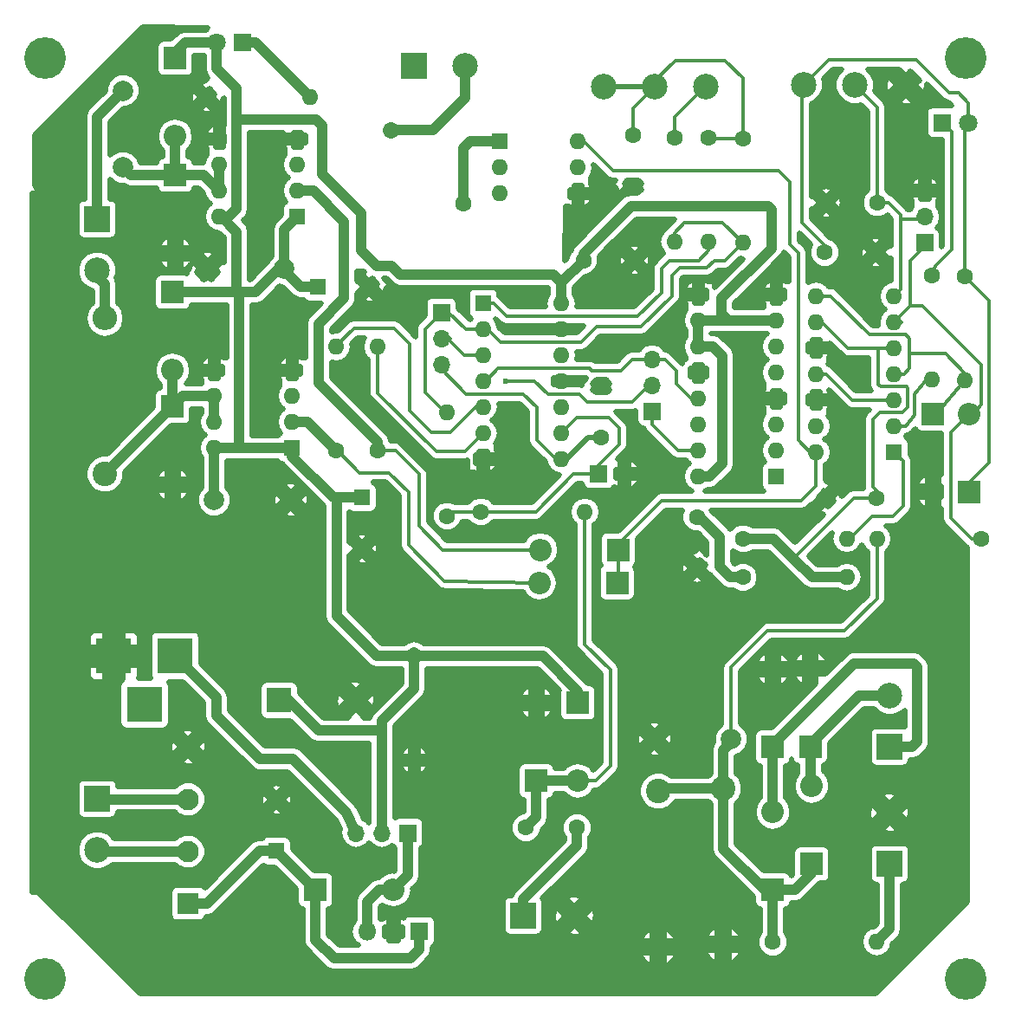
<source format=gbr>
G04 #@! TF.FileFunction,Copper,L2,Bot,Signal*
%FSLAX46Y46*%
G04 Gerber Fmt 4.6, Leading zero omitted, Abs format (unit mm)*
G04 Created by KiCad (PCBNEW 4.0.7) date 11/09/20 07:12:09*
%MOMM*%
%LPD*%
G01*
G04 APERTURE LIST*
%ADD10C,0.100000*%
%ADD11R,1.600000X1.600000*%
%ADD12O,1.600000X1.600000*%
%ADD13C,1.600000*%
%ADD14R,2.500000X2.500000*%
%ADD15C,2.500000*%
%ADD16R,2.400000X2.400000*%
%ADD17C,2.400000*%
%ADD18R,2.200000X2.200000*%
%ADD19O,2.200000X2.200000*%
%ADD20R,2.100000X2.100000*%
%ADD21C,2.100000*%
%ADD22R,3.500000X3.500000*%
%ADD23R,1.700000X1.700000*%
%ADD24O,1.700000X1.700000*%
%ADD25R,1.800000X1.800000*%
%ADD26O,1.800000X1.800000*%
%ADD27C,2.000000*%
%ADD28C,1.800000*%
%ADD29C,1.600000*%
%ADD30C,4.064000*%
%ADD31O,2.400000X2.400000*%
%ADD32C,0.600000*%
%ADD33C,0.350000*%
%ADD34C,0.500000*%
%ADD35C,1.000000*%
G04 APERTURE END LIST*
D10*
D11*
X94488000Y-58166000D03*
D12*
X102108000Y-63246000D03*
X94488000Y-60706000D03*
X102108000Y-60706000D03*
X94488000Y-63246000D03*
X102108000Y-58166000D03*
D13*
X136710000Y-71300000D03*
D12*
X136710000Y-81460000D03*
D13*
X141500000Y-97000000D03*
D12*
X131340000Y-97000000D03*
D13*
X82550000Y-88392000D03*
D12*
X82550000Y-78232000D03*
D14*
X96774000Y-133858000D03*
D15*
X101774000Y-133858000D03*
D16*
X72898000Y-112776000D03*
D17*
X80398000Y-112776000D03*
D11*
X74676000Y-65532000D03*
D12*
X67056000Y-57912000D03*
X74676000Y-62992000D03*
X67056000Y-60452000D03*
X74676000Y-60452000D03*
X67056000Y-62992000D03*
X74676000Y-57912000D03*
X67056000Y-65532000D03*
D11*
X74168000Y-88138000D03*
D12*
X66548000Y-80518000D03*
X74168000Y-85598000D03*
X66548000Y-83058000D03*
X74168000Y-83058000D03*
X66548000Y-85598000D03*
X74168000Y-80518000D03*
X66548000Y-88138000D03*
D13*
X107460000Y-57560000D03*
X107460000Y-62560000D03*
X131290000Y-93000000D03*
X126290000Y-93000000D03*
D18*
X124840000Y-117290000D03*
D19*
X124840000Y-109670000D03*
D18*
X124968000Y-128778000D03*
D19*
X124968000Y-121158000D03*
D18*
X121158000Y-117348000D03*
D19*
X121158000Y-109728000D03*
D18*
X121158000Y-131318000D03*
D19*
X121158000Y-123698000D03*
D18*
X140370000Y-92420000D03*
D19*
X140370000Y-84800000D03*
D18*
X136830000Y-84780000D03*
D19*
X136830000Y-92400000D03*
D20*
X64008000Y-132648000D03*
D21*
X64008000Y-127548000D03*
X64008000Y-117348000D03*
X64008000Y-122448000D03*
D18*
X62484000Y-84074000D03*
D19*
X62484000Y-91694000D03*
D18*
X62484000Y-72898000D03*
D19*
X62484000Y-80518000D03*
D18*
X62738000Y-61468000D03*
D19*
X62738000Y-69088000D03*
D18*
X62738000Y-50038000D03*
D19*
X62738000Y-57658000D03*
D14*
X132588000Y-117348000D03*
D15*
X132588000Y-112348000D03*
D14*
X55118000Y-122428000D03*
D15*
X55118000Y-127428000D03*
D14*
X55118000Y-65786000D03*
D15*
X55118000Y-70786000D03*
D14*
X132588000Y-128778000D03*
D15*
X132588000Y-123778000D03*
X129167900Y-52641500D03*
X134167900Y-52641500D03*
X124167900Y-52641500D03*
X109609900Y-52806600D03*
X114609900Y-52806600D03*
X104609900Y-52806600D03*
D13*
X121158000Y-136398000D03*
D12*
X131318000Y-136398000D03*
D13*
X118250000Y-97000000D03*
D12*
X128410000Y-97000000D03*
D13*
X118250000Y-100750000D03*
D12*
X128410000Y-100750000D03*
D13*
X139950000Y-71330000D03*
D12*
X139950000Y-81490000D03*
D13*
X118220000Y-57910000D03*
D12*
X118220000Y-68070000D03*
D13*
X111520000Y-57800000D03*
D12*
X111520000Y-67960000D03*
D22*
X62738000Y-108458000D03*
X56738000Y-108458000D03*
X59738000Y-113158000D03*
D23*
X85500000Y-125750000D03*
D24*
X82960000Y-125750000D03*
X80420000Y-125750000D03*
D11*
X133000000Y-88500000D03*
D12*
X125380000Y-73260000D03*
X133000000Y-85960000D03*
X125380000Y-75800000D03*
X133000000Y-83420000D03*
X125380000Y-78340000D03*
X133000000Y-80880000D03*
X125380000Y-80880000D03*
X133000000Y-78340000D03*
X125380000Y-83420000D03*
X133000000Y-75800000D03*
X125380000Y-85960000D03*
X133000000Y-73260000D03*
X125380000Y-88500000D03*
D25*
X86614000Y-135382000D03*
D26*
X84074000Y-135382000D03*
X81534000Y-135382000D03*
D27*
X57658000Y-60706000D03*
X57658000Y-53206000D03*
D25*
X69342000Y-48514000D03*
D28*
X66802000Y-48514000D03*
D25*
X137744200Y-56324500D03*
D28*
X140284200Y-56324500D03*
D13*
X65786000Y-53848000D03*
D12*
X75946000Y-53848000D03*
D23*
X136020000Y-68080000D03*
D24*
X136020000Y-65540000D03*
X136020000Y-63000000D03*
D14*
X86106000Y-50800000D03*
D15*
X91106000Y-50800000D03*
D13*
X78486000Y-88392000D03*
D12*
X78486000Y-78232000D03*
D13*
X86106000Y-108458000D03*
D12*
X86106000Y-118618000D03*
D11*
X72644000Y-127508000D03*
D13*
X72644000Y-122508000D03*
D11*
X81026000Y-92964000D03*
D13*
X81026000Y-97964000D03*
D11*
X76708000Y-72390000D03*
D13*
X81708000Y-72390000D03*
X97028000Y-125222000D03*
X102028000Y-125222000D03*
D18*
X102108000Y-113030000D03*
D19*
X102108000Y-120650000D03*
D18*
X98044000Y-120650000D03*
D19*
X98044000Y-113030000D03*
D23*
X88770000Y-74870000D03*
D24*
X88770000Y-77410000D03*
X88770000Y-79950000D03*
D13*
X90932000Y-64262000D03*
D29*
X83747795Y-57077795D02*
X83747795Y-57077795D01*
D13*
X92620000Y-94370000D03*
D12*
X102780000Y-94370000D03*
D11*
X92850000Y-73990000D03*
D12*
X100470000Y-89230000D03*
X92850000Y-76530000D03*
X100470000Y-86690000D03*
X92850000Y-79070000D03*
X100470000Y-84150000D03*
X92850000Y-81610000D03*
X100470000Y-81610000D03*
X92850000Y-84150000D03*
X100470000Y-79070000D03*
X92850000Y-86690000D03*
X100470000Y-76530000D03*
X92850000Y-89230000D03*
X100470000Y-73990000D03*
D13*
X131370000Y-64160000D03*
X126370000Y-64160000D03*
X102640000Y-69800000D03*
X107640000Y-69800000D03*
D18*
X105950000Y-101310000D03*
D19*
X98330000Y-101310000D03*
D18*
X106060000Y-98070000D03*
D19*
X98440000Y-98070000D03*
D13*
X104394000Y-87122000D03*
X104394000Y-82122000D03*
D30*
X50000000Y-50000000D03*
X50000000Y-140000000D03*
X140000000Y-50000000D03*
X140000000Y-140000000D03*
D13*
X126230000Y-69010000D03*
X131230000Y-69010000D03*
D18*
X76454000Y-131318000D03*
D19*
X84074000Y-131318000D03*
D23*
X104140000Y-90678000D03*
D24*
X106680000Y-90678000D03*
D13*
X114870000Y-57840000D03*
D12*
X114870000Y-68000000D03*
D27*
X66548000Y-93218000D03*
X74048000Y-93218000D03*
X73406000Y-70612000D03*
X65906000Y-70612000D03*
D17*
X55880000Y-90678000D03*
D31*
X55880000Y-75438000D03*
D17*
X109982000Y-121666000D03*
D31*
X109982000Y-136906000D03*
D17*
X116332000Y-121412000D03*
D31*
X116332000Y-136652000D03*
D27*
X117094000Y-116586000D03*
X109594000Y-116586000D03*
D13*
X89310000Y-94790000D03*
D12*
X89310000Y-84630000D03*
D13*
X113740000Y-94860000D03*
X113740000Y-99860000D03*
D23*
X109360000Y-84550000D03*
D24*
X109360000Y-82010000D03*
X109360000Y-79470000D03*
D11*
X121500000Y-90910000D03*
D12*
X113880000Y-73130000D03*
X121500000Y-88370000D03*
X113880000Y-75670000D03*
X121500000Y-85830000D03*
X113880000Y-78210000D03*
X121500000Y-83290000D03*
X113880000Y-80750000D03*
X121500000Y-80750000D03*
X113880000Y-83290000D03*
X121500000Y-78210000D03*
X113880000Y-85830000D03*
X121500000Y-75670000D03*
X113880000Y-88370000D03*
X121500000Y-73130000D03*
X113880000Y-90910000D03*
D32*
X95020000Y-81580000D03*
D33*
X107460000Y-57560000D02*
X107460000Y-54956500D01*
X107460000Y-54956500D02*
X109609900Y-52806600D01*
X109609900Y-52806600D02*
X109609900Y-52240100D01*
X109609900Y-52240100D02*
X111620000Y-50230000D01*
X118220000Y-52000000D02*
X118220000Y-57910000D01*
X116450000Y-50230000D02*
X118220000Y-52000000D01*
X111620000Y-50230000D02*
X116450000Y-50230000D01*
X118220000Y-57910000D02*
X114940000Y-57910000D01*
X114940000Y-57910000D02*
X114870000Y-57840000D01*
D34*
X109609900Y-52806600D02*
X104609900Y-52806600D01*
X105308400Y-53035200D02*
X104466400Y-53035200D01*
X104466400Y-53035200D02*
X104466400Y-52955200D01*
D33*
X131340000Y-97000000D02*
X131340000Y-102850000D01*
X117094000Y-109556000D02*
X117094000Y-116586000D01*
X120650000Y-106000000D02*
X117094000Y-109556000D01*
X128190000Y-106000000D02*
X120650000Y-106000000D01*
X131340000Y-102850000D02*
X128190000Y-106000000D01*
X131340000Y-97000000D02*
X130840000Y-97000000D01*
D35*
X121158000Y-131318000D02*
X121158000Y-136398000D01*
X124968000Y-128778000D02*
X124968000Y-129682000D01*
X124968000Y-129682000D02*
X123332000Y-131318000D01*
X123332000Y-131318000D02*
X121158000Y-131318000D01*
X116332000Y-121412000D02*
X116332000Y-127282000D01*
X116332000Y-127282000D02*
X120368000Y-131318000D01*
X120368000Y-131318000D02*
X121158000Y-131318000D01*
X117094000Y-116586000D02*
X117094000Y-116876000D01*
X117094000Y-116876000D02*
X116332000Y-117638000D01*
X116332000Y-117638000D02*
X116332000Y-121412000D01*
X116332000Y-121412000D02*
X110236000Y-121412000D01*
X110236000Y-121412000D02*
X109982000Y-121666000D01*
D33*
X131290000Y-93000000D02*
X131290000Y-92230000D01*
X131290000Y-92230000D02*
X130950000Y-91890000D01*
X131480000Y-81910000D02*
X131480000Y-78340000D01*
X131690000Y-82120000D02*
X131480000Y-81910000D01*
X134230000Y-82120000D02*
X131690000Y-82120000D01*
X134340000Y-82230000D02*
X134230000Y-82120000D01*
X134340000Y-84169998D02*
X134340000Y-82230000D01*
X133849998Y-84660000D02*
X134340000Y-84169998D01*
X131620000Y-84660000D02*
X133849998Y-84660000D01*
X130950000Y-85330000D02*
X131620000Y-84660000D01*
X130950000Y-91890000D02*
X130950000Y-85330000D01*
X131290000Y-93000000D02*
X129050000Y-93000000D01*
X129050000Y-93000000D02*
X123140000Y-98910000D01*
X125380000Y-75800000D02*
X125980000Y-75800000D01*
X125980000Y-75800000D02*
X128520000Y-78340000D01*
X128520000Y-78340000D02*
X131480000Y-78340000D01*
X131480000Y-78340000D02*
X133000000Y-78340000D01*
X128498000Y-100838000D02*
X128410000Y-100750000D01*
D35*
X118250000Y-97000000D02*
X121230000Y-97000000D01*
X124980000Y-100750000D02*
X128410000Y-100750000D01*
X121230000Y-97000000D02*
X123140000Y-98910000D01*
X123140000Y-98910000D02*
X124980000Y-100750000D01*
D34*
X127902000Y-100750000D02*
X128410000Y-100750000D01*
D35*
X68750000Y-56050000D02*
X76550000Y-56050000D01*
X99670000Y-71170000D02*
X100470000Y-71970000D01*
X84740000Y-71170000D02*
X99670000Y-71170000D01*
X83860000Y-70290000D02*
X84740000Y-71170000D01*
X82410000Y-70290000D02*
X83860000Y-70290000D01*
X80920000Y-68800000D02*
X82410000Y-70290000D01*
X80920000Y-65190000D02*
X80920000Y-68800000D01*
X77110000Y-61380000D02*
X80920000Y-65190000D01*
X77110000Y-56610000D02*
X77110000Y-61380000D01*
X76550000Y-56050000D02*
X77110000Y-56610000D01*
X100470000Y-71970000D02*
X100470000Y-73990000D01*
X86106000Y-108458000D02*
X98668000Y-108458000D01*
X102108000Y-111898000D02*
X102108000Y-113030000D01*
X98668000Y-108458000D02*
X102108000Y-111898000D01*
X120630000Y-64470000D02*
X120670000Y-64470000D01*
X107320000Y-64470000D02*
X120630000Y-64470000D01*
X102640000Y-69150000D02*
X107320000Y-64470000D01*
X116170000Y-75020000D02*
X116820000Y-75670000D01*
X116170000Y-73490000D02*
X116170000Y-75020000D01*
X121040000Y-68620000D02*
X116170000Y-73490000D01*
X121040000Y-64840000D02*
X121040000Y-68620000D01*
X120670000Y-64470000D02*
X121040000Y-64840000D01*
D33*
X125380000Y-80880000D02*
X126370000Y-80880000D01*
X126370000Y-80880000D02*
X128910000Y-83420000D01*
X128910000Y-83420000D02*
X133000000Y-83420000D01*
X139950000Y-71330000D02*
X139950000Y-56658700D01*
X139950000Y-56658700D02*
X140284200Y-56324500D01*
X140370000Y-92420000D02*
X140370000Y-91460000D01*
X140370000Y-91460000D02*
X142300000Y-89530000D01*
X142300000Y-89530000D02*
X142300000Y-73680000D01*
X142300000Y-73680000D02*
X139950000Y-71330000D01*
X140470000Y-56510300D02*
X140284200Y-56324500D01*
X140284200Y-56324500D02*
X140284200Y-54404200D01*
X126629400Y-50180000D02*
X124167900Y-52641500D01*
X135140000Y-50180000D02*
X126629400Y-50180000D01*
X138380000Y-53420000D02*
X135140000Y-50180000D01*
X139300000Y-53420000D02*
X138380000Y-53420000D01*
X140284200Y-54404200D02*
X139300000Y-53420000D01*
X126230000Y-69010000D02*
X126230000Y-68290000D01*
X126230000Y-68290000D02*
X124000000Y-66060000D01*
X124000000Y-66060000D02*
X124000000Y-52809400D01*
X124000000Y-52809400D02*
X124167900Y-52641500D01*
X121500000Y-75670000D02*
X121540000Y-75670000D01*
D35*
X113740000Y-94860000D02*
X114040000Y-94860000D01*
X114040000Y-94860000D02*
X115970000Y-96790000D01*
X116980000Y-100750000D02*
X118250000Y-100750000D01*
X115970000Y-99740000D02*
X116980000Y-100750000D01*
X115970000Y-96790000D02*
X115970000Y-99740000D01*
X113880000Y-94720000D02*
X113740000Y-94860000D01*
X113880000Y-90910000D02*
X114980000Y-90910000D01*
X115320000Y-78210000D02*
X113880000Y-78210000D01*
X116230000Y-79120000D02*
X115320000Y-78210000D01*
X116230000Y-89660000D02*
X116230000Y-79120000D01*
X114980000Y-90910000D02*
X116230000Y-89660000D01*
X113880000Y-75670000D02*
X113880000Y-78210000D01*
X119650000Y-75670000D02*
X116820000Y-75670000D01*
X119650000Y-75670000D02*
X121500000Y-75670000D01*
X116820000Y-75670000D02*
X113880000Y-75670000D01*
X102640000Y-69800000D02*
X102640000Y-69150000D01*
X100470000Y-73990000D02*
X100470000Y-71970000D01*
X100470000Y-71970000D02*
X102640000Y-69800000D01*
X73406000Y-70612000D02*
X73406000Y-70786000D01*
X73406000Y-70786000D02*
X75010000Y-72390000D01*
X75010000Y-72390000D02*
X76708000Y-72390000D01*
D33*
X113740000Y-94860000D02*
X113740000Y-95100000D01*
X117480000Y-100750000D02*
X118250000Y-100750000D01*
X113880000Y-94720000D02*
X113740000Y-94860000D01*
D35*
X62738000Y-50038000D02*
X62738000Y-49512000D01*
X62738000Y-49512000D02*
X63736000Y-48514000D01*
X63736000Y-48514000D02*
X66802000Y-48514000D01*
X67056000Y-65532000D02*
X67968000Y-65532000D01*
X66802000Y-51052000D02*
X66802000Y-48514000D01*
X68750000Y-53000000D02*
X66802000Y-51052000D01*
X68750000Y-64750000D02*
X68750000Y-56050000D01*
X68750000Y-56050000D02*
X68750000Y-56000000D01*
X68750000Y-56000000D02*
X68750000Y-53000000D01*
X67968000Y-65532000D02*
X68750000Y-64750000D01*
X73406000Y-70612000D02*
X73406000Y-66802000D01*
X73406000Y-66802000D02*
X74676000Y-65532000D01*
X86106000Y-108458000D02*
X82458000Y-108458000D01*
X78500000Y-104500000D02*
X78500000Y-92964000D01*
X82458000Y-108458000D02*
X78500000Y-104500000D01*
X69000000Y-88138000D02*
X69000000Y-73148000D01*
X69000000Y-73148000D02*
X68750000Y-72898000D01*
X67056000Y-65532000D02*
X67282000Y-65532000D01*
X67282000Y-65532000D02*
X68750000Y-67000000D01*
X68750000Y-67000000D02*
X68750000Y-72898000D01*
X73406000Y-70612000D02*
X72888000Y-70612000D01*
X72888000Y-70612000D02*
X70602000Y-72898000D01*
X70602000Y-72898000D02*
X68750000Y-72898000D01*
X68750000Y-72898000D02*
X62484000Y-72898000D01*
X74168000Y-88138000D02*
X69000000Y-88138000D01*
X69000000Y-88138000D02*
X66548000Y-88138000D01*
X66548000Y-88138000D02*
X66548000Y-93218000D01*
X81026000Y-92964000D02*
X78500000Y-92964000D01*
X78500000Y-92964000D02*
X78214000Y-92964000D01*
X78214000Y-92964000D02*
X74168000Y-88918000D01*
X74168000Y-88918000D02*
X74168000Y-88138000D01*
X81026000Y-92964000D02*
X81214000Y-92964000D01*
X86106000Y-108106000D02*
X86106000Y-108458000D01*
X72898000Y-112776000D02*
X73776000Y-112776000D01*
X73776000Y-112776000D02*
X76750000Y-115750000D01*
X76750000Y-115750000D02*
X82960000Y-115750000D01*
X86106000Y-108458000D02*
X86106000Y-111644000D01*
X82960000Y-114790000D02*
X82960000Y-115750000D01*
X82960000Y-115750000D02*
X82960000Y-125750000D01*
X86106000Y-111644000D02*
X82960000Y-114790000D01*
D34*
X74422000Y-65532000D02*
X74676000Y-65532000D01*
X62738000Y-49784000D02*
X62738000Y-50038000D01*
X100470000Y-73990000D02*
X100978000Y-73990000D01*
D35*
X86614000Y-135382000D02*
X86614000Y-137136000D01*
X76454000Y-136204000D02*
X76454000Y-131318000D01*
X78250000Y-138000000D02*
X76454000Y-136204000D01*
X85750000Y-138000000D02*
X78250000Y-138000000D01*
X86614000Y-137136000D02*
X85750000Y-138000000D01*
X72644000Y-127508000D02*
X76454000Y-131318000D01*
X72644000Y-127508000D02*
X70992000Y-127508000D01*
X65852000Y-132648000D02*
X64008000Y-132648000D01*
X70992000Y-127508000D02*
X65852000Y-132648000D01*
X62738000Y-61468000D02*
X65532000Y-61468000D01*
X65532000Y-61468000D02*
X67056000Y-62992000D01*
X67056000Y-60452000D02*
X67056000Y-62992000D01*
X62738000Y-57658000D02*
X62738000Y-61468000D01*
X62738000Y-61468000D02*
X58420000Y-61468000D01*
X58420000Y-61468000D02*
X57658000Y-60706000D01*
X55118000Y-65786000D02*
X55118000Y-55746000D01*
X55118000Y-55746000D02*
X57658000Y-53206000D01*
D33*
X133620000Y-65760000D02*
X135800000Y-65760000D01*
X135800000Y-65760000D02*
X136020000Y-65540000D01*
X131370000Y-64160000D02*
X131370000Y-54843600D01*
X131370000Y-54843600D02*
X129167900Y-52641500D01*
X131370000Y-64160000D02*
X132440000Y-64160000D01*
X133620000Y-72640000D02*
X133000000Y-73260000D01*
X133620000Y-65340000D02*
X133620000Y-65760000D01*
X133620000Y-65760000D02*
X133620000Y-72640000D01*
X132440000Y-64160000D02*
X133620000Y-65340000D01*
X133000000Y-73260000D02*
X133000000Y-72780000D01*
D35*
X124840000Y-117290000D02*
X124840000Y-117060000D01*
X124840000Y-117060000D02*
X129552000Y-112348000D01*
X129552000Y-112348000D02*
X132588000Y-112348000D01*
X124840000Y-117290000D02*
X124840000Y-121030000D01*
X124840000Y-121030000D02*
X124968000Y-121158000D01*
X124920000Y-117370000D02*
X124840000Y-117290000D01*
X121158000Y-117348000D02*
X121158000Y-117122000D01*
X121158000Y-117122000D02*
X129090000Y-109190000D01*
X134782000Y-117348000D02*
X132588000Y-117348000D01*
X135290000Y-116840000D02*
X134782000Y-117348000D01*
X135290000Y-109530000D02*
X135290000Y-116840000D01*
X134950000Y-109190000D02*
X135290000Y-109530000D01*
X129090000Y-109190000D02*
X134950000Y-109190000D01*
X121158000Y-117348000D02*
X121158000Y-123698000D01*
D33*
X141500000Y-97000000D02*
X140580000Y-97000000D01*
X138570000Y-86600000D02*
X140370000Y-84800000D01*
X138570000Y-94990000D02*
X138570000Y-86600000D01*
X140580000Y-97000000D02*
X138570000Y-94990000D01*
X140370000Y-84800000D02*
X140650000Y-84800000D01*
X140650000Y-84800000D02*
X141540000Y-83910000D01*
X135780000Y-74230000D02*
X134570000Y-74230000D01*
X141540000Y-79990000D02*
X135780000Y-74230000D01*
X141540000Y-83910000D02*
X141540000Y-79990000D01*
X140370000Y-84800000D02*
X140530000Y-84800000D01*
X136020000Y-68080000D02*
X136020000Y-68390000D01*
X136020000Y-68390000D02*
X134570000Y-69840000D01*
X134570000Y-69840000D02*
X134570000Y-74230000D01*
X134570000Y-74230000D02*
X133000000Y-75800000D01*
X133000000Y-75800000D02*
X133780000Y-75800000D01*
X138050000Y-78900000D02*
X134530000Y-78900000D01*
X139950000Y-81490000D02*
X139950000Y-80800000D01*
X139950000Y-80800000D02*
X138050000Y-78900000D01*
X136830000Y-84780000D02*
X137100000Y-84780000D01*
X137100000Y-84780000D02*
X139950000Y-81490000D01*
X133000000Y-80880000D02*
X134000000Y-80880000D01*
X126790000Y-73260000D02*
X125380000Y-73260000D01*
X130590000Y-77060000D02*
X126790000Y-73260000D01*
X134140000Y-77060000D02*
X130590000Y-77060000D01*
X134530000Y-77450000D02*
X134140000Y-77060000D01*
X134530000Y-80350000D02*
X134530000Y-78900000D01*
X134530000Y-78900000D02*
X134530000Y-77950000D01*
X134530000Y-77950000D02*
X134530000Y-77450000D01*
X134000000Y-80880000D02*
X134530000Y-80350000D01*
D35*
X64008000Y-127548000D02*
X55238000Y-127548000D01*
X55238000Y-127548000D02*
X55118000Y-127428000D01*
X66548000Y-83058000D02*
X63500000Y-83058000D01*
X63500000Y-83058000D02*
X62484000Y-84074000D01*
X62484000Y-84074000D02*
X55880000Y-90678000D01*
X62484000Y-80518000D02*
X62484000Y-84074000D01*
X66548000Y-85598000D02*
X66548000Y-83058000D01*
X132588000Y-128778000D02*
X132588000Y-135128000D01*
X132588000Y-135128000D02*
X131318000Y-136398000D01*
D33*
X114609900Y-52806600D02*
X114503400Y-52806600D01*
X114503400Y-52806600D02*
X111520000Y-55790000D01*
X111520000Y-55790000D02*
X111520000Y-57800000D01*
X128410000Y-97000000D02*
X128670000Y-97000000D01*
X128670000Y-97000000D02*
X130880000Y-94790000D01*
X130880000Y-94790000D02*
X132930000Y-94790000D01*
X132930000Y-94790000D02*
X133920000Y-93800000D01*
X133920000Y-93800000D02*
X133920000Y-89420000D01*
X133920000Y-89420000D02*
X133000000Y-88500000D01*
D35*
X80420000Y-125750000D02*
X79502000Y-123752000D01*
X66750000Y-112470000D02*
X62738000Y-108458000D01*
X66750000Y-114250000D02*
X66750000Y-112470000D01*
X71000000Y-118500000D02*
X66750000Y-114250000D01*
X74250000Y-118500000D02*
X71000000Y-118500000D01*
X79502000Y-123752000D02*
X74250000Y-118500000D01*
D34*
X62738000Y-108458000D02*
X62738000Y-108738000D01*
X62738000Y-108458000D02*
X62738000Y-109728000D01*
D35*
X55118000Y-70786000D02*
X55118000Y-71368000D01*
X55118000Y-71368000D02*
X55880000Y-72130000D01*
X55880000Y-72130000D02*
X55880000Y-75438000D01*
X64008000Y-122448000D02*
X55138000Y-122448000D01*
X55138000Y-122448000D02*
X55118000Y-122428000D01*
X69342000Y-48514000D02*
X70612000Y-48514000D01*
X70612000Y-48514000D02*
X75946000Y-53848000D01*
D33*
X136710000Y-71300000D02*
X137080000Y-70290000D01*
X138640000Y-68730000D02*
X138640000Y-57220300D01*
X137080000Y-70290000D02*
X138640000Y-68730000D01*
X138640000Y-57220300D02*
X137744200Y-56324500D01*
D35*
X98044000Y-120650000D02*
X98044000Y-124206000D01*
X98044000Y-124206000D02*
X97028000Y-125222000D01*
X102108000Y-120650000D02*
X98044000Y-120650000D01*
D33*
X102780000Y-94370000D02*
X102780000Y-107300000D01*
X103820000Y-120650000D02*
X102108000Y-120650000D01*
X105280000Y-119190000D02*
X103820000Y-120650000D01*
X105280000Y-109800000D02*
X105280000Y-119190000D01*
X102780000Y-107300000D02*
X105280000Y-109800000D01*
D35*
X96774000Y-133858000D02*
X96774000Y-132246000D01*
X102028000Y-126992000D02*
X102028000Y-125222000D01*
X96774000Y-132246000D02*
X102028000Y-126992000D01*
D33*
X88770000Y-79950000D02*
X88770000Y-80420000D01*
X88770000Y-80420000D02*
X91190000Y-82840000D01*
X98110000Y-87360000D02*
X99980000Y-89230000D01*
X98110000Y-84170000D02*
X98110000Y-87360000D01*
X96780000Y-82840000D02*
X98110000Y-84170000D01*
X91190000Y-82840000D02*
X96780000Y-82840000D01*
X99980000Y-89230000D02*
X100470000Y-89230000D01*
D34*
X100470000Y-89230000D02*
X101092000Y-89154000D01*
X101092000Y-89154000D02*
X103124000Y-87122000D01*
X103124000Y-87122000D02*
X104394000Y-87122000D01*
D33*
X88770000Y-79950000D02*
X89340000Y-79950000D01*
D35*
X91106000Y-50800000D02*
X91106000Y-53894000D01*
X87922205Y-57077795D02*
X83747795Y-57077795D01*
X91106000Y-53894000D02*
X87922205Y-57077795D01*
D33*
X92850000Y-76530000D02*
X93270000Y-76530000D01*
X93270000Y-76530000D02*
X94550000Y-77810000D01*
X116500000Y-69790000D02*
X118220000Y-68070000D01*
X115420000Y-69790000D02*
X116500000Y-69790000D01*
X114690000Y-70520000D02*
X115420000Y-69790000D01*
X112040000Y-70520000D02*
X114690000Y-70520000D01*
X111310000Y-71250000D02*
X112040000Y-70520000D01*
X111310000Y-73260000D02*
X111310000Y-71250000D01*
X108290000Y-76280000D02*
X111310000Y-73260000D01*
X103930000Y-76280000D02*
X108290000Y-76280000D01*
X102400000Y-77810000D02*
X103930000Y-76280000D01*
X94550000Y-77810000D02*
X102400000Y-77810000D01*
X111520000Y-67960000D02*
X111520000Y-67100000D01*
X116250000Y-66100000D02*
X118220000Y-68070000D01*
X112520000Y-66100000D02*
X116250000Y-66100000D01*
X111520000Y-67100000D02*
X112520000Y-66100000D01*
X89310000Y-84630000D02*
X89130000Y-84630000D01*
X89130000Y-84630000D02*
X87170000Y-82670000D01*
X87170000Y-82670000D02*
X87170000Y-76470000D01*
X87170000Y-76470000D02*
X88770000Y-74870000D01*
X88770000Y-74870000D02*
X89500000Y-74870000D01*
X89500000Y-74870000D02*
X91160000Y-76530000D01*
X91160000Y-76530000D02*
X92850000Y-76530000D01*
D34*
X92804000Y-76576000D02*
X92850000Y-76530000D01*
D33*
X88770000Y-77410000D02*
X89340000Y-77410000D01*
X89340000Y-77410000D02*
X91000000Y-79070000D01*
X91000000Y-79070000D02*
X92850000Y-79070000D01*
D34*
X88770000Y-77410000D02*
X89560000Y-77410000D01*
X92146000Y-79070000D02*
X92850000Y-79070000D01*
X92850000Y-79070000D02*
X93358000Y-79070000D01*
D35*
X94488000Y-58166000D02*
X91584000Y-58166000D01*
X90932000Y-58818000D02*
X90932000Y-64262000D01*
X91584000Y-58166000D02*
X90932000Y-58818000D01*
D33*
X82550000Y-78232000D02*
X82550000Y-82740000D01*
X82550000Y-82740000D02*
X88240000Y-88430000D01*
X88240000Y-88430000D02*
X91110000Y-88430000D01*
X91110000Y-88430000D02*
X92850000Y-86690000D01*
D34*
X82550000Y-78232000D02*
X82550000Y-78550000D01*
X82550000Y-78232000D02*
X82732000Y-78232000D01*
D33*
X102108000Y-58166000D02*
X102676000Y-58166000D01*
X102676000Y-58166000D02*
X105530000Y-61020000D01*
X106060000Y-98070000D02*
X106060000Y-97520000D01*
X106060000Y-97520000D02*
X110320000Y-93260000D01*
X125380000Y-91830000D02*
X125380000Y-88500000D01*
X123950000Y-93260000D02*
X125380000Y-91830000D01*
X110320000Y-93260000D02*
X123950000Y-93260000D01*
X106060000Y-98070000D02*
X106060000Y-101200000D01*
X106060000Y-101200000D02*
X105950000Y-101310000D01*
X125380000Y-88500000D02*
X124810000Y-88500000D01*
X124810000Y-88500000D02*
X123670000Y-87360000D01*
X121760000Y-61020000D02*
X105530000Y-61020000D01*
X122820000Y-62080000D02*
X121760000Y-61020000D01*
X122820000Y-68220000D02*
X122820000Y-62080000D01*
X123670000Y-69070000D02*
X122820000Y-68220000D01*
X123670000Y-87360000D02*
X123670000Y-69070000D01*
D34*
X105806000Y-98324000D02*
X106060000Y-98070000D01*
X105696000Y-101564000D02*
X105950000Y-101310000D01*
D33*
X78486000Y-88392000D02*
X78622000Y-88392000D01*
X78622000Y-88392000D02*
X80760000Y-90530000D01*
X89070000Y-101140000D02*
X98330000Y-101310000D01*
X85550000Y-97620000D02*
X89070000Y-101140000D01*
X85550000Y-92420000D02*
X85550000Y-97620000D01*
X83660000Y-90530000D02*
X85550000Y-92420000D01*
X80760000Y-90530000D02*
X83660000Y-90530000D01*
D35*
X78486000Y-88392000D02*
X78486000Y-88486000D01*
X74168000Y-85598000D02*
X75692000Y-85598000D01*
X75692000Y-85598000D02*
X78486000Y-88392000D01*
D33*
X82550000Y-88392000D02*
X84262000Y-88392000D01*
X88900000Y-98070000D02*
X98440000Y-98070000D01*
X86560000Y-95730000D02*
X88900000Y-98070000D01*
X86560000Y-90690000D02*
X86560000Y-95730000D01*
X84262000Y-88392000D02*
X86560000Y-90690000D01*
D35*
X82550000Y-88392000D02*
X82550000Y-87550000D01*
X76242000Y-62992000D02*
X74676000Y-62992000D01*
X79250000Y-66000000D02*
X76242000Y-62992000D01*
X79250000Y-73500000D02*
X79250000Y-66000000D01*
X76750000Y-76000000D02*
X79250000Y-73500000D01*
X76750000Y-81750000D02*
X76750000Y-76000000D01*
X82550000Y-87550000D02*
X76750000Y-81750000D01*
D33*
X136710000Y-81460000D02*
X136240000Y-81460000D01*
X136240000Y-81460000D02*
X134980000Y-82840000D01*
X134980000Y-82840000D02*
X134980000Y-84860000D01*
X134980000Y-84860000D02*
X134130000Y-85960000D01*
X134130000Y-85960000D02*
X133000000Y-85960000D01*
X133000000Y-85960000D02*
X132680000Y-85960000D01*
D35*
X85500000Y-125750000D02*
X85500000Y-129892000D01*
X85500000Y-129892000D02*
X84074000Y-131318000D01*
X84074000Y-131318000D02*
X82682000Y-131318000D01*
X81534000Y-132466000D02*
X81534000Y-135382000D01*
X82682000Y-131318000D02*
X81534000Y-132466000D01*
D34*
X81534000Y-135382000D02*
X81788000Y-134620000D01*
D33*
X104140000Y-90678000D02*
X101672000Y-90678000D01*
X101672000Y-90678000D02*
X97980000Y-94370000D01*
X97980000Y-94370000D02*
X92620000Y-94370000D01*
X92620000Y-94370000D02*
X89730000Y-94370000D01*
X89730000Y-94370000D02*
X89310000Y-94790000D01*
X104140000Y-90678000D02*
X104140000Y-89780000D01*
X102020000Y-85140000D02*
X100470000Y-86690000D01*
X105090000Y-85140000D02*
X102020000Y-85140000D01*
X106110000Y-86160000D02*
X105090000Y-85140000D01*
X106110000Y-87810000D02*
X106110000Y-86160000D01*
X104140000Y-89780000D02*
X106110000Y-87810000D01*
X92850000Y-73990000D02*
X93830000Y-73990000D01*
X114870000Y-68840000D02*
X114870000Y-68000000D01*
X113890000Y-69820000D02*
X114870000Y-68840000D01*
X111040000Y-69820000D02*
X113890000Y-69820000D01*
X110250000Y-70610000D02*
X111040000Y-69820000D01*
X110250000Y-72960000D02*
X110250000Y-70610000D01*
X107940000Y-75270000D02*
X110250000Y-72960000D01*
X95110000Y-75270000D02*
X107940000Y-75270000D01*
X93830000Y-73990000D02*
X95110000Y-75270000D01*
D34*
X92850000Y-73990000D02*
X92850000Y-74244000D01*
D33*
X109360000Y-84550000D02*
X109360000Y-85850000D01*
X111880000Y-88370000D02*
X113880000Y-88370000D01*
X109360000Y-85850000D02*
X111880000Y-88370000D01*
X109360000Y-82010000D02*
X108990000Y-82010000D01*
X108990000Y-82010000D02*
X107380000Y-83620000D01*
X107380000Y-83620000D02*
X103020000Y-83620000D01*
X103020000Y-83620000D02*
X102280000Y-82880000D01*
X102280000Y-82880000D02*
X99180000Y-82880000D01*
X99180000Y-82880000D02*
X97880000Y-81580000D01*
X97880000Y-81580000D02*
X95020000Y-81580000D01*
X78486000Y-78144000D02*
X80200000Y-76430000D01*
X80200000Y-76430000D02*
X84130000Y-76430000D01*
X84130000Y-76430000D02*
X85690000Y-77990000D01*
X85690000Y-77990000D02*
X85690000Y-84510000D01*
X85690000Y-84510000D02*
X87780000Y-86600000D01*
X87780000Y-86600000D02*
X89610000Y-86600000D01*
X89610000Y-86600000D02*
X92060000Y-84150000D01*
X78486000Y-78232000D02*
X78486000Y-78144000D01*
X92060000Y-84150000D02*
X92850000Y-84150000D01*
D34*
X78486000Y-78232000D02*
X78486000Y-77764000D01*
X92674000Y-84326000D02*
X92850000Y-84150000D01*
D33*
X109360000Y-79470000D02*
X110600000Y-79470000D01*
X111720000Y-81850000D02*
X113160000Y-83290000D01*
X111720000Y-80590000D02*
X111720000Y-81850000D01*
X110600000Y-79470000D02*
X111720000Y-80590000D01*
X113160000Y-83290000D02*
X113880000Y-83290000D01*
X92850000Y-81610000D02*
X93070000Y-81610000D01*
X93070000Y-81610000D02*
X94320000Y-80360000D01*
X94320000Y-80360000D02*
X103260000Y-80360000D01*
X103260000Y-80360000D02*
X103440000Y-80540000D01*
X103440000Y-80540000D02*
X106350000Y-80540000D01*
X106350000Y-80540000D02*
X107420000Y-79470000D01*
X107420000Y-79470000D02*
X109360000Y-79470000D01*
D34*
G36*
X65944127Y-47083164D02*
X65868571Y-47114383D01*
X65718693Y-47264000D01*
X63736000Y-47264000D01*
X63257646Y-47359151D01*
X62852116Y-47630117D01*
X62308927Y-48173307D01*
X61638000Y-48173307D01*
X61360067Y-48225604D01*
X61104802Y-48389862D01*
X60933554Y-48640492D01*
X60873307Y-48938000D01*
X60873307Y-51138000D01*
X60925604Y-51415933D01*
X61089862Y-51671198D01*
X61340492Y-51842446D01*
X61638000Y-51902693D01*
X63838000Y-51902693D01*
X64115933Y-51850396D01*
X64371198Y-51686138D01*
X64542446Y-51435508D01*
X64602693Y-51138000D01*
X64602693Y-49764000D01*
X65552000Y-49764000D01*
X65552000Y-51052000D01*
X65642528Y-51507112D01*
X65647151Y-51530354D01*
X65918117Y-51935883D01*
X65924232Y-51941998D01*
X65569357Y-52296874D01*
X65205983Y-52369154D01*
X65120881Y-52617195D01*
X65786000Y-53282315D01*
X66068843Y-52999472D01*
X66634528Y-53565157D01*
X66351685Y-53848000D01*
X67016805Y-54513119D01*
X67264846Y-54428017D01*
X67328446Y-54073323D01*
X67500000Y-53901769D01*
X67500000Y-56575015D01*
X67456000Y-56595693D01*
X67456000Y-57512000D01*
X67500000Y-57512000D01*
X67500000Y-58312000D01*
X67456000Y-58312000D01*
X67456000Y-58712000D01*
X66656000Y-58712000D01*
X66656000Y-58312000D01*
X65747263Y-58312000D01*
X65631335Y-58542631D01*
X65805998Y-58804061D01*
X65805998Y-59470000D01*
X65853435Y-59470000D01*
X65593621Y-59858841D01*
X65522180Y-60218000D01*
X64574468Y-60218000D01*
X64550396Y-60090067D01*
X64386138Y-59834802D01*
X64135508Y-59663554D01*
X63988000Y-59633683D01*
X63988000Y-59041245D01*
X64046148Y-59002392D01*
X64447177Y-58402208D01*
X64588000Y-57694244D01*
X64588000Y-57621756D01*
X64520293Y-57281369D01*
X65631335Y-57281369D01*
X65747263Y-57512000D01*
X66656000Y-57512000D01*
X66656000Y-56595693D01*
X66425365Y-56487306D01*
X65928162Y-56837088D01*
X65631335Y-57281369D01*
X64520293Y-57281369D01*
X64447177Y-56913792D01*
X64046148Y-56313608D01*
X63445964Y-55912579D01*
X62738000Y-55771756D01*
X62030036Y-55912579D01*
X61429852Y-56313608D01*
X61028823Y-56913792D01*
X60888000Y-57621756D01*
X60888000Y-57694244D01*
X61028823Y-58402208D01*
X61429852Y-59002392D01*
X61488000Y-59041245D01*
X61488000Y-59631532D01*
X61360067Y-59655604D01*
X61104802Y-59819862D01*
X60933554Y-60070492D01*
X60903683Y-60218000D01*
X59349866Y-60218000D01*
X59142443Y-59715999D01*
X58650590Y-59223287D01*
X58007624Y-58956304D01*
X57311431Y-58955696D01*
X56667999Y-59221557D01*
X56368000Y-59521033D01*
X56368000Y-56263766D01*
X57552961Y-55078805D01*
X65120881Y-55078805D01*
X65205983Y-55326846D01*
X65816064Y-55436239D01*
X66366017Y-55326846D01*
X66451119Y-55078805D01*
X65786000Y-54413685D01*
X65120881Y-55078805D01*
X57552961Y-55078805D01*
X57675750Y-54956017D01*
X58004569Y-54956304D01*
X58648001Y-54690443D01*
X59140713Y-54198590D01*
X59273807Y-53878064D01*
X64197761Y-53878064D01*
X64307154Y-54428017D01*
X64555195Y-54513119D01*
X65220315Y-53848000D01*
X64555195Y-53182881D01*
X64307154Y-53267983D01*
X64197761Y-53878064D01*
X59273807Y-53878064D01*
X59407696Y-53555624D01*
X59408304Y-52859431D01*
X59142443Y-52215999D01*
X58650590Y-51723287D01*
X58007624Y-51456304D01*
X57311431Y-51455696D01*
X56667999Y-51721557D01*
X56175287Y-52213410D01*
X55908304Y-52856376D01*
X55908014Y-53188219D01*
X54234117Y-54862117D01*
X53963151Y-55267646D01*
X53868000Y-55746000D01*
X53868000Y-63771307D01*
X53590067Y-63823604D01*
X53334802Y-63987862D01*
X53163554Y-64238492D01*
X53103307Y-64536000D01*
X53103307Y-67036000D01*
X53155604Y-67313933D01*
X53319862Y-67569198D01*
X53570492Y-67740446D01*
X53868000Y-67800693D01*
X56368000Y-67800693D01*
X56645933Y-67748396D01*
X56901198Y-67584138D01*
X57072446Y-67333508D01*
X57132693Y-67036000D01*
X57132693Y-64536000D01*
X57080396Y-64258067D01*
X56916138Y-64002802D01*
X56665508Y-63831554D01*
X56368000Y-63771307D01*
X56368000Y-61890784D01*
X56665410Y-62188713D01*
X57308376Y-62455696D01*
X57691984Y-62456031D01*
X57865187Y-62571761D01*
X57941646Y-62622849D01*
X58420000Y-62718000D01*
X60901532Y-62718000D01*
X60925604Y-62845933D01*
X61089862Y-63101198D01*
X61340492Y-63272446D01*
X61638000Y-63332693D01*
X63838000Y-63332693D01*
X64115933Y-63280396D01*
X64371198Y-63116138D01*
X64542446Y-62865508D01*
X64572317Y-62718000D01*
X65014234Y-62718000D01*
X65522166Y-63225933D01*
X65593621Y-63585159D01*
X65929618Y-64088016D01*
X66190004Y-64262000D01*
X65929618Y-64435984D01*
X65593621Y-64938841D01*
X65475634Y-65532000D01*
X65593621Y-66125159D01*
X65929618Y-66628016D01*
X66432475Y-66964013D01*
X67025634Y-67082000D01*
X67064234Y-67082000D01*
X67500000Y-67517767D01*
X67500000Y-69962830D01*
X67336452Y-69888655D01*
X66613107Y-70612000D01*
X66966661Y-70965554D01*
X66284214Y-71648000D01*
X66234893Y-71648000D01*
X65906000Y-71319107D01*
X65577107Y-71648000D01*
X65527786Y-71648000D01*
X64845340Y-70965554D01*
X65198893Y-70612000D01*
X64475548Y-69888655D01*
X64390959Y-69927019D01*
X64404875Y-69908863D01*
X64323264Y-69638000D01*
X63288000Y-69638000D01*
X63288000Y-70663244D01*
X63558857Y-70754840D01*
X63963861Y-70484264D01*
X64192255Y-70186274D01*
X64126462Y-70623768D01*
X63758131Y-70992099D01*
X63854019Y-71087987D01*
X63584000Y-71033307D01*
X61384000Y-71033307D01*
X61106067Y-71085604D01*
X60850802Y-71249862D01*
X60679554Y-71500492D01*
X60619307Y-71798000D01*
X60619307Y-73998000D01*
X60671604Y-74275933D01*
X60835862Y-74531198D01*
X61086492Y-74702446D01*
X61384000Y-74762693D01*
X63584000Y-74762693D01*
X63861933Y-74710396D01*
X64117198Y-74546138D01*
X64288446Y-74295508D01*
X64318317Y-74148000D01*
X67750000Y-74148000D01*
X67750000Y-79267998D01*
X67426954Y-79267998D01*
X67178635Y-79093306D01*
X66948000Y-79201693D01*
X66948000Y-80118000D01*
X67348000Y-80118000D01*
X67348000Y-80918000D01*
X66948000Y-80918000D01*
X66948000Y-81318000D01*
X66148000Y-81318000D01*
X66148000Y-80918000D01*
X65239263Y-80918000D01*
X65123335Y-81148631D01*
X65297998Y-81410061D01*
X65297998Y-81808000D01*
X63828491Y-81808000D01*
X64193177Y-81262208D01*
X64334000Y-80554244D01*
X64334000Y-80481756D01*
X64215769Y-79887369D01*
X65123335Y-79887369D01*
X65239263Y-80118000D01*
X66148000Y-80118000D01*
X66148000Y-79201693D01*
X65917365Y-79093306D01*
X65420162Y-79443088D01*
X65123335Y-79887369D01*
X64215769Y-79887369D01*
X64193177Y-79773792D01*
X63792148Y-79173608D01*
X63191964Y-78772579D01*
X62484000Y-78631756D01*
X61776036Y-78772579D01*
X61175852Y-79173608D01*
X60774823Y-79773792D01*
X60634000Y-80481756D01*
X60634000Y-80554244D01*
X60774823Y-81262208D01*
X61175852Y-81862392D01*
X61234000Y-81901245D01*
X61234000Y-82237532D01*
X61106067Y-82261604D01*
X60850802Y-82425862D01*
X60679554Y-82676492D01*
X60619307Y-82974000D01*
X60619307Y-84170926D01*
X56062076Y-88728158D01*
X55493823Y-88727662D01*
X54776857Y-89023906D01*
X54227834Y-89571971D01*
X53930339Y-90288419D01*
X53929662Y-91064177D01*
X54225906Y-91781143D01*
X54773971Y-92330166D01*
X55490419Y-92627661D01*
X56266177Y-92628338D01*
X56540807Y-92514863D01*
X60817125Y-92514863D01*
X61258139Y-93090264D01*
X61663143Y-93360840D01*
X61934000Y-93269244D01*
X61934000Y-92244000D01*
X63034000Y-92244000D01*
X63034000Y-93269244D01*
X63304857Y-93360840D01*
X63709861Y-93090264D01*
X64150875Y-92514863D01*
X64069264Y-92244000D01*
X63034000Y-92244000D01*
X61934000Y-92244000D01*
X60898736Y-92244000D01*
X60817125Y-92514863D01*
X56540807Y-92514863D01*
X56983143Y-92332094D01*
X57532166Y-91784029D01*
X57829661Y-91067581D01*
X57829830Y-90873137D01*
X60817125Y-90873137D01*
X60898736Y-91144000D01*
X61934000Y-91144000D01*
X61934000Y-90118756D01*
X63034000Y-90118756D01*
X63034000Y-91144000D01*
X64069264Y-91144000D01*
X64150875Y-90873137D01*
X63709861Y-90297736D01*
X63304857Y-90027160D01*
X63034000Y-90118756D01*
X61934000Y-90118756D01*
X61663143Y-90027160D01*
X61258139Y-90297736D01*
X60817125Y-90873137D01*
X57829830Y-90873137D01*
X57830160Y-90495606D01*
X62387074Y-85938693D01*
X63584000Y-85938693D01*
X63861933Y-85886396D01*
X64117198Y-85722138D01*
X64288446Y-85471508D01*
X64348693Y-85174000D01*
X64348693Y-84308000D01*
X65298000Y-84308000D01*
X65298000Y-84686992D01*
X65085621Y-85004841D01*
X64967634Y-85598000D01*
X65085621Y-86191159D01*
X65421618Y-86694016D01*
X65682004Y-86868000D01*
X65421618Y-87041984D01*
X65085621Y-87544841D01*
X64967634Y-88138000D01*
X65085621Y-88731159D01*
X65298000Y-89049008D01*
X65298000Y-91993103D01*
X65065287Y-92225410D01*
X64798304Y-92868376D01*
X64797696Y-93564569D01*
X65063557Y-94208001D01*
X65555410Y-94700713D01*
X66198376Y-94967696D01*
X66894569Y-94968304D01*
X67538001Y-94702443D01*
X67592086Y-94648452D01*
X73324655Y-94648452D01*
X73440759Y-94904448D01*
X74132358Y-95008455D01*
X74655241Y-94904448D01*
X74771345Y-94648452D01*
X74048000Y-93925107D01*
X73324655Y-94648452D01*
X67592086Y-94648452D01*
X68030713Y-94210590D01*
X68297696Y-93567624D01*
X68297927Y-93302358D01*
X72257545Y-93302358D01*
X72361552Y-93825241D01*
X72617548Y-93941345D01*
X73340893Y-93218000D01*
X74755107Y-93218000D01*
X75478452Y-93941345D01*
X75734448Y-93825241D01*
X75838455Y-93133642D01*
X75734448Y-92610759D01*
X75478452Y-92494655D01*
X74755107Y-93218000D01*
X73340893Y-93218000D01*
X72617548Y-92494655D01*
X72361552Y-92610759D01*
X72257545Y-93302358D01*
X68297927Y-93302358D01*
X68298304Y-92871431D01*
X68032443Y-92227999D01*
X67798000Y-91993147D01*
X67798000Y-91787548D01*
X73324655Y-91787548D01*
X74048000Y-92510893D01*
X74771345Y-91787548D01*
X74655241Y-91531552D01*
X73963642Y-91427545D01*
X73440759Y-91531552D01*
X73324655Y-91787548D01*
X67798000Y-91787548D01*
X67798000Y-89388000D01*
X72766326Y-89388000D01*
X72819862Y-89471198D01*
X73070492Y-89642446D01*
X73194343Y-89667526D01*
X73284117Y-89801883D01*
X77250000Y-93767767D01*
X77250000Y-104500000D01*
X77345151Y-104978354D01*
X77616117Y-105383883D01*
X81574116Y-109341883D01*
X81979646Y-109612849D01*
X82458000Y-109708000D01*
X84856000Y-109708000D01*
X84856000Y-111126233D01*
X82076117Y-113906117D01*
X81805151Y-114311646D01*
X81767685Y-114500000D01*
X81126105Y-114500000D01*
X81178879Y-114405407D01*
X80398000Y-113624528D01*
X79617121Y-114405407D01*
X79669895Y-114500000D01*
X77267767Y-114500000D01*
X75682695Y-112914928D01*
X78406482Y-112914928D01*
X78504911Y-113409768D01*
X78768593Y-113556879D01*
X79549472Y-112776000D01*
X81246528Y-112776000D01*
X82027407Y-113556879D01*
X82291089Y-113409768D01*
X82389518Y-112637072D01*
X82291089Y-112142232D01*
X82027407Y-111995121D01*
X81246528Y-112776000D01*
X79549472Y-112776000D01*
X78768593Y-111995121D01*
X78504911Y-112142232D01*
X78406482Y-112914928D01*
X75682695Y-112914928D01*
X74862693Y-112094927D01*
X74862693Y-111576000D01*
X74810396Y-111298067D01*
X74712926Y-111146593D01*
X79617121Y-111146593D01*
X80398000Y-111927472D01*
X81178879Y-111146593D01*
X81031768Y-110882911D01*
X80259072Y-110784482D01*
X79764232Y-110882911D01*
X79617121Y-111146593D01*
X74712926Y-111146593D01*
X74646138Y-111042802D01*
X74395508Y-110871554D01*
X74098000Y-110811307D01*
X71698000Y-110811307D01*
X71420067Y-110863604D01*
X71164802Y-111027862D01*
X70993554Y-111278492D01*
X70933307Y-111576000D01*
X70933307Y-113976000D01*
X70985604Y-114253933D01*
X71149862Y-114509198D01*
X71400492Y-114680446D01*
X71698000Y-114740693D01*
X73972927Y-114740693D01*
X75866116Y-116633883D01*
X76218961Y-116869646D01*
X76271646Y-116904849D01*
X76750000Y-117000000D01*
X81710000Y-117000000D01*
X81710000Y-124764824D01*
X81690000Y-124794756D01*
X81551371Y-124587283D01*
X81132950Y-124307704D01*
X80637846Y-123230125D01*
X80508426Y-123051514D01*
X80385884Y-122868117D01*
X75133883Y-117616117D01*
X74728354Y-117345151D01*
X74250000Y-117250000D01*
X71517767Y-117250000D01*
X68000000Y-113732234D01*
X68000000Y-112470000D01*
X67904849Y-111991646D01*
X67875973Y-111948430D01*
X67633884Y-111586117D01*
X65252693Y-109204927D01*
X65252693Y-106708000D01*
X65200396Y-106430067D01*
X65036138Y-106174802D01*
X64785508Y-106003554D01*
X64488000Y-105943307D01*
X60988000Y-105943307D01*
X60710067Y-105995604D01*
X60454802Y-106159862D01*
X60283554Y-106410492D01*
X60223307Y-106708000D01*
X60223307Y-110208000D01*
X60275604Y-110485933D01*
X60376871Y-110643307D01*
X59124667Y-110643307D01*
X59130602Y-110637372D01*
X59246000Y-110358775D01*
X59246000Y-109522500D01*
X59056500Y-109333000D01*
X57613000Y-109333000D01*
X57613000Y-110758065D01*
X57454802Y-110859862D01*
X57283554Y-111110492D01*
X57223307Y-111408000D01*
X57223307Y-114908000D01*
X57275604Y-115185933D01*
X57439862Y-115441198D01*
X57690492Y-115612446D01*
X57988000Y-115672693D01*
X61488000Y-115672693D01*
X61765933Y-115620396D01*
X62021198Y-115456138D01*
X62192446Y-115205508D01*
X62252693Y-114908000D01*
X62252693Y-111408000D01*
X62200396Y-111130067D01*
X62099129Y-110972693D01*
X63484927Y-110972693D01*
X65500000Y-112987767D01*
X65500000Y-114250000D01*
X65595151Y-114728354D01*
X65866117Y-115133883D01*
X70116117Y-119383884D01*
X70521646Y-119654849D01*
X71000000Y-119750000D01*
X73732234Y-119750000D01*
X78459693Y-124477460D01*
X78883438Y-125399729D01*
X78820000Y-125718654D01*
X78820000Y-125781346D01*
X78941793Y-126393639D01*
X79288629Y-126912717D01*
X79807707Y-127259553D01*
X80420000Y-127381346D01*
X81032293Y-127259553D01*
X81551371Y-126912717D01*
X81690000Y-126705244D01*
X81828629Y-126912717D01*
X82347707Y-127259553D01*
X82960000Y-127381346D01*
X83572293Y-127259553D01*
X83999491Y-126974109D01*
X84101862Y-127133198D01*
X84250000Y-127234416D01*
X84250000Y-129374233D01*
X84148603Y-129475630D01*
X84110244Y-129468000D01*
X84037756Y-129468000D01*
X83329792Y-129608823D01*
X82729608Y-130009852D01*
X82690755Y-130068000D01*
X82682000Y-130068000D01*
X82203646Y-130163151D01*
X81798116Y-130434117D01*
X80650117Y-131582117D01*
X80379151Y-131987646D01*
X80284000Y-132466000D01*
X80284000Y-134291525D01*
X79977274Y-134750572D01*
X79851675Y-135382000D01*
X79977274Y-136013428D01*
X80334949Y-136548726D01*
X80636177Y-136750000D01*
X78767767Y-136750000D01*
X77704000Y-135686234D01*
X77704000Y-133154468D01*
X77831933Y-133130396D01*
X78087198Y-132966138D01*
X78258446Y-132715508D01*
X78318693Y-132418000D01*
X78318693Y-130218000D01*
X78266396Y-129940067D01*
X78102138Y-129684802D01*
X77851508Y-129513554D01*
X77554000Y-129453307D01*
X76357074Y-129453307D01*
X74208693Y-127304927D01*
X74208693Y-126708000D01*
X74156396Y-126430067D01*
X73992138Y-126174802D01*
X73741508Y-126003554D01*
X73444000Y-125943307D01*
X71844000Y-125943307D01*
X71566067Y-125995604D01*
X71310802Y-126159862D01*
X71243747Y-126258000D01*
X70992000Y-126258000D01*
X70513646Y-126353151D01*
X70108117Y-126624116D01*
X65630137Y-131102097D01*
X65606138Y-131064802D01*
X65355508Y-130893554D01*
X65058000Y-130833307D01*
X62958000Y-130833307D01*
X62680067Y-130885604D01*
X62424802Y-131049862D01*
X62253554Y-131300492D01*
X62193307Y-131598000D01*
X62193307Y-133698000D01*
X62245604Y-133975933D01*
X62409862Y-134231198D01*
X62660492Y-134402446D01*
X62958000Y-134462693D01*
X65058000Y-134462693D01*
X65335933Y-134410396D01*
X65591198Y-134246138D01*
X65762446Y-133995508D01*
X65782192Y-133898000D01*
X65852000Y-133898000D01*
X66330354Y-133802849D01*
X66735883Y-133531883D01*
X71373513Y-128894254D01*
X71546492Y-129012446D01*
X71844000Y-129072693D01*
X72440927Y-129072693D01*
X74589307Y-131221074D01*
X74589307Y-132418000D01*
X74641604Y-132695933D01*
X74805862Y-132951198D01*
X75056492Y-133122446D01*
X75204000Y-133152317D01*
X75204000Y-136204000D01*
X75270208Y-136536849D01*
X75299151Y-136682354D01*
X75570117Y-137087883D01*
X77366117Y-138883884D01*
X77771646Y-139154849D01*
X78250000Y-139250000D01*
X85750000Y-139250000D01*
X86228354Y-139154849D01*
X86633883Y-138883883D01*
X87497884Y-138019883D01*
X87651364Y-137790182D01*
X108234968Y-137790182D01*
X108706315Y-138391438D01*
X109097824Y-138652997D01*
X109382000Y-138569608D01*
X109382000Y-137506000D01*
X110582000Y-137506000D01*
X110582000Y-138569608D01*
X110866176Y-138652997D01*
X111257685Y-138391438D01*
X111729032Y-137790182D01*
X111664061Y-137536182D01*
X114584968Y-137536182D01*
X115056315Y-138137438D01*
X115447824Y-138398997D01*
X115732000Y-138315608D01*
X115732000Y-137252000D01*
X116932000Y-137252000D01*
X116932000Y-138315608D01*
X117216176Y-138398997D01*
X117607685Y-138137438D01*
X118079032Y-137536182D01*
X118006340Y-137252000D01*
X116932000Y-137252000D01*
X115732000Y-137252000D01*
X114657660Y-137252000D01*
X114584968Y-137536182D01*
X111664061Y-137536182D01*
X111656340Y-137506000D01*
X110582000Y-137506000D01*
X109382000Y-137506000D01*
X108307660Y-137506000D01*
X108234968Y-137790182D01*
X87651364Y-137790182D01*
X87768849Y-137614354D01*
X87864000Y-137136000D01*
X87864000Y-136948022D01*
X88047198Y-136830138D01*
X88218446Y-136579508D01*
X88278693Y-136282000D01*
X88278693Y-136021818D01*
X108234968Y-136021818D01*
X108307660Y-136306000D01*
X109382000Y-136306000D01*
X109382000Y-135242392D01*
X110582000Y-135242392D01*
X110582000Y-136306000D01*
X111656340Y-136306000D01*
X111729032Y-136021818D01*
X111529912Y-135767818D01*
X114584968Y-135767818D01*
X114657660Y-136052000D01*
X115732000Y-136052000D01*
X115732000Y-134988392D01*
X116932000Y-134988392D01*
X116932000Y-136052000D01*
X118006340Y-136052000D01*
X118079032Y-135767818D01*
X117607685Y-135166562D01*
X117216176Y-134905003D01*
X116932000Y-134988392D01*
X115732000Y-134988392D01*
X115447824Y-134905003D01*
X115056315Y-135166562D01*
X114584968Y-135767818D01*
X111529912Y-135767818D01*
X111257685Y-135420562D01*
X110866176Y-135159003D01*
X110582000Y-135242392D01*
X109382000Y-135242392D01*
X109097824Y-135159003D01*
X108706315Y-135420562D01*
X108234968Y-136021818D01*
X88278693Y-136021818D01*
X88278693Y-134482000D01*
X88226396Y-134204067D01*
X88062138Y-133948802D01*
X87811508Y-133777554D01*
X87514000Y-133717307D01*
X85714000Y-133717307D01*
X85436067Y-133769604D01*
X85180802Y-133933862D01*
X85070206Y-134095725D01*
X84768097Y-133876246D01*
X84524000Y-133975704D01*
X84524000Y-134932000D01*
X84949307Y-134932000D01*
X84949307Y-135832000D01*
X84524000Y-135832000D01*
X84524000Y-136282000D01*
X83624000Y-136282000D01*
X83624000Y-135832000D01*
X83174000Y-135832000D01*
X83174000Y-135594781D01*
X83216325Y-135382000D01*
X83174000Y-135169219D01*
X83174000Y-134932000D01*
X83624000Y-134932000D01*
X83624000Y-133975704D01*
X83379903Y-133876246D01*
X83027864Y-134131998D01*
X82784000Y-134131998D01*
X82784000Y-132983766D01*
X82976591Y-132791176D01*
X83329792Y-133027177D01*
X84037756Y-133168000D01*
X84110244Y-133168000D01*
X84818208Y-133027177D01*
X85418392Y-132626148D01*
X85430518Y-132608000D01*
X94759307Y-132608000D01*
X94759307Y-135108000D01*
X94811604Y-135385933D01*
X94975862Y-135641198D01*
X95226492Y-135812446D01*
X95524000Y-135872693D01*
X98024000Y-135872693D01*
X98301933Y-135820396D01*
X98557198Y-135656138D01*
X98638558Y-135537063D01*
X100978820Y-135537063D01*
X101133684Y-135802632D01*
X101926604Y-135899644D01*
X102414316Y-135802632D01*
X102569180Y-135537063D01*
X101774000Y-134741883D01*
X100978820Y-135537063D01*
X98638558Y-135537063D01*
X98728446Y-135405508D01*
X98788693Y-135108000D01*
X98788693Y-134010604D01*
X99732356Y-134010604D01*
X99829368Y-134498316D01*
X100094937Y-134653180D01*
X100890117Y-133858000D01*
X102657883Y-133858000D01*
X103453063Y-134653180D01*
X103718632Y-134498316D01*
X103815644Y-133705396D01*
X103718632Y-133217684D01*
X103453063Y-133062820D01*
X102657883Y-133858000D01*
X100890117Y-133858000D01*
X100094937Y-133062820D01*
X99829368Y-133217684D01*
X99732356Y-134010604D01*
X98788693Y-134010604D01*
X98788693Y-132608000D01*
X98736396Y-132330067D01*
X98639147Y-132178937D01*
X100978820Y-132178937D01*
X101774000Y-132974117D01*
X102569180Y-132178937D01*
X102414316Y-131913368D01*
X101621396Y-131816356D01*
X101133684Y-131913368D01*
X100978820Y-132178937D01*
X98639147Y-132178937D01*
X98627276Y-132160490D01*
X102911883Y-127875884D01*
X103182849Y-127470354D01*
X103226667Y-127250067D01*
X103278000Y-126992000D01*
X103278000Y-126164301D01*
X103341260Y-126101151D01*
X103577730Y-125531667D01*
X103578268Y-124915039D01*
X103342792Y-124345143D01*
X102907151Y-123908740D01*
X102337667Y-123672270D01*
X101721039Y-123671732D01*
X101151143Y-123907208D01*
X100714740Y-124342849D01*
X100478270Y-124912333D01*
X100477732Y-125528961D01*
X100713208Y-126098857D01*
X100778000Y-126163762D01*
X100778000Y-126474233D01*
X95890117Y-131362117D01*
X95619151Y-131767646D01*
X95604101Y-131843307D01*
X95524000Y-131843307D01*
X95246067Y-131895604D01*
X94990802Y-132059862D01*
X94819554Y-132310492D01*
X94759307Y-132608000D01*
X85430518Y-132608000D01*
X85819421Y-132025964D01*
X85960244Y-131318000D01*
X85940587Y-131219179D01*
X86383884Y-130775883D01*
X86654849Y-130370354D01*
X86750000Y-129892000D01*
X86750000Y-127233848D01*
X86883198Y-127148138D01*
X87054446Y-126897508D01*
X87114693Y-126600000D01*
X87114693Y-125528961D01*
X95477732Y-125528961D01*
X95713208Y-126098857D01*
X96148849Y-126535260D01*
X96718333Y-126771730D01*
X97334961Y-126772268D01*
X97904857Y-126536792D01*
X98341260Y-126101151D01*
X98577730Y-125531667D01*
X98577810Y-125439956D01*
X98927883Y-125089883D01*
X99198849Y-124684354D01*
X99215132Y-124602492D01*
X99294000Y-124206000D01*
X99294000Y-122486468D01*
X99421933Y-122462396D01*
X99677198Y-122298138D01*
X99848446Y-122047508D01*
X99878317Y-121900000D01*
X100736781Y-121900000D01*
X100799852Y-121994392D01*
X101400036Y-122395421D01*
X102108000Y-122536244D01*
X102815964Y-122395421D01*
X103416148Y-121994392D01*
X103696376Y-121575000D01*
X103820000Y-121575000D01*
X104173983Y-121504589D01*
X104474074Y-121304074D01*
X105934074Y-119844074D01*
X106134589Y-119543982D01*
X106205000Y-119190000D01*
X106205000Y-118016452D01*
X108870655Y-118016452D01*
X108986759Y-118272448D01*
X109678358Y-118376455D01*
X110201241Y-118272448D01*
X110317345Y-118016452D01*
X109594000Y-117293107D01*
X108870655Y-118016452D01*
X106205000Y-118016452D01*
X106205000Y-116670358D01*
X107803545Y-116670358D01*
X107907552Y-117193241D01*
X108163548Y-117309345D01*
X108886893Y-116586000D01*
X110301107Y-116586000D01*
X111024452Y-117309345D01*
X111280448Y-117193241D01*
X111384455Y-116501642D01*
X111280448Y-115978759D01*
X111024452Y-115862655D01*
X110301107Y-116586000D01*
X108886893Y-116586000D01*
X108163548Y-115862655D01*
X107907552Y-115978759D01*
X107803545Y-116670358D01*
X106205000Y-116670358D01*
X106205000Y-115155548D01*
X108870655Y-115155548D01*
X109594000Y-115878893D01*
X110317345Y-115155548D01*
X110201241Y-114899552D01*
X109509642Y-114795545D01*
X108986759Y-114899552D01*
X108870655Y-115155548D01*
X106205000Y-115155548D01*
X106205000Y-109800000D01*
X106134589Y-109446018D01*
X106134589Y-109446017D01*
X105934074Y-109145926D01*
X103705000Y-106916852D01*
X103705000Y-95600575D01*
X103906382Y-95466016D01*
X104242379Y-94963159D01*
X104360366Y-94370000D01*
X104242379Y-93776841D01*
X103906382Y-93273984D01*
X103403525Y-92937987D01*
X102810366Y-92820000D01*
X102749634Y-92820000D01*
X102156475Y-92937987D01*
X101653618Y-93273984D01*
X101317621Y-93776841D01*
X101199634Y-94370000D01*
X101317621Y-94963159D01*
X101653618Y-95466016D01*
X101855000Y-95600575D01*
X101855000Y-107300000D01*
X101925411Y-107653983D01*
X102125926Y-107954074D01*
X104355000Y-110183148D01*
X104355000Y-118806852D01*
X103592425Y-119569427D01*
X103416148Y-119305608D01*
X102815964Y-118904579D01*
X102108000Y-118763756D01*
X101400036Y-118904579D01*
X100799852Y-119305608D01*
X100736781Y-119400000D01*
X99880468Y-119400000D01*
X99856396Y-119272067D01*
X99692138Y-119016802D01*
X99441508Y-118845554D01*
X99144000Y-118785307D01*
X96944000Y-118785307D01*
X96666067Y-118837604D01*
X96410802Y-119001862D01*
X96239554Y-119252492D01*
X96179307Y-119550000D01*
X96179307Y-121750000D01*
X96231604Y-122027933D01*
X96395862Y-122283198D01*
X96646492Y-122454446D01*
X96794000Y-122484317D01*
X96794000Y-123671796D01*
X96721039Y-123671732D01*
X96151143Y-123907208D01*
X95714740Y-124342849D01*
X95478270Y-124912333D01*
X95477732Y-125528961D01*
X87114693Y-125528961D01*
X87114693Y-124900000D01*
X87062396Y-124622067D01*
X86898138Y-124366802D01*
X86647508Y-124195554D01*
X86350000Y-124135307D01*
X84650000Y-124135307D01*
X84372067Y-124187604D01*
X84210000Y-124291891D01*
X84210000Y-119248635D01*
X84681306Y-119248635D01*
X85031088Y-119745838D01*
X85475369Y-120042665D01*
X85706000Y-119926737D01*
X85706000Y-119018000D01*
X86506000Y-119018000D01*
X86506000Y-119926737D01*
X86736631Y-120042665D01*
X87180912Y-119745838D01*
X87530694Y-119248635D01*
X87422307Y-119018000D01*
X86506000Y-119018000D01*
X85706000Y-119018000D01*
X84789693Y-119018000D01*
X84681306Y-119248635D01*
X84210000Y-119248635D01*
X84210000Y-117987365D01*
X84681306Y-117987365D01*
X84789693Y-118218000D01*
X85706000Y-118218000D01*
X85706000Y-117309263D01*
X86506000Y-117309263D01*
X86506000Y-118218000D01*
X87422307Y-118218000D01*
X87530694Y-117987365D01*
X87180912Y-117490162D01*
X86736631Y-117193335D01*
X86506000Y-117309263D01*
X85706000Y-117309263D01*
X85475369Y-117193335D01*
X85031088Y-117490162D01*
X84681306Y-117987365D01*
X84210000Y-117987365D01*
X84210000Y-115307766D01*
X85666903Y-113850863D01*
X96377125Y-113850863D01*
X96818139Y-114426264D01*
X97223143Y-114696840D01*
X97494000Y-114605244D01*
X97494000Y-113580000D01*
X98594000Y-113580000D01*
X98594000Y-114605244D01*
X98864857Y-114696840D01*
X99269861Y-114426264D01*
X99710875Y-113850863D01*
X99629264Y-113580000D01*
X98594000Y-113580000D01*
X97494000Y-113580000D01*
X96458736Y-113580000D01*
X96377125Y-113850863D01*
X85666903Y-113850863D01*
X86989884Y-112527883D01*
X87202862Y-112209137D01*
X96377125Y-112209137D01*
X96458736Y-112480000D01*
X97494000Y-112480000D01*
X97494000Y-111454756D01*
X98594000Y-111454756D01*
X98594000Y-112480000D01*
X99629264Y-112480000D01*
X99710875Y-112209137D01*
X99269861Y-111633736D01*
X98864857Y-111363160D01*
X98594000Y-111454756D01*
X97494000Y-111454756D01*
X97223143Y-111363160D01*
X96818139Y-111633736D01*
X96377125Y-112209137D01*
X87202862Y-112209137D01*
X87260849Y-112122354D01*
X87286157Y-111995121D01*
X87356000Y-111644000D01*
X87356000Y-109708000D01*
X98150234Y-109708000D01*
X100265019Y-111822785D01*
X100243307Y-111930000D01*
X100243307Y-114130000D01*
X100295604Y-114407933D01*
X100459862Y-114663198D01*
X100710492Y-114834446D01*
X101008000Y-114894693D01*
X103208000Y-114894693D01*
X103485933Y-114842396D01*
X103741198Y-114678138D01*
X103912446Y-114427508D01*
X103972693Y-114130000D01*
X103972693Y-111930000D01*
X103920396Y-111652067D01*
X103756138Y-111396802D01*
X103505508Y-111225554D01*
X103208000Y-111165307D01*
X103092906Y-111165307D01*
X102991884Y-111014117D01*
X99551883Y-107574117D01*
X99146354Y-107303151D01*
X99130513Y-107300000D01*
X98668000Y-107208000D01*
X87048301Y-107208000D01*
X86985151Y-107144740D01*
X86691745Y-107022907D01*
X86584354Y-106951151D01*
X86458783Y-106926173D01*
X86415667Y-106908270D01*
X86368571Y-106908229D01*
X86106000Y-106856000D01*
X85845722Y-106907773D01*
X85799039Y-106907732D01*
X85755513Y-106925717D01*
X85627646Y-106951151D01*
X85520194Y-107022948D01*
X85229143Y-107143208D01*
X85164238Y-107208000D01*
X82975767Y-107208000D01*
X79750000Y-103982234D01*
X79750000Y-99194805D01*
X80360881Y-99194805D01*
X80445983Y-99442846D01*
X81056064Y-99552239D01*
X81606017Y-99442846D01*
X81691119Y-99194805D01*
X81026000Y-98529685D01*
X80360881Y-99194805D01*
X79750000Y-99194805D01*
X79750000Y-98613613D01*
X79795195Y-98629119D01*
X80460315Y-97964000D01*
X81591685Y-97964000D01*
X82256805Y-98629119D01*
X82504846Y-98544017D01*
X82614239Y-97933936D01*
X82504846Y-97383983D01*
X82256805Y-97298881D01*
X81591685Y-97964000D01*
X80460315Y-97964000D01*
X79795195Y-97298881D01*
X79750000Y-97314387D01*
X79750000Y-96733195D01*
X80360881Y-96733195D01*
X81026000Y-97398315D01*
X81691119Y-96733195D01*
X81606017Y-96485154D01*
X80995936Y-96375761D01*
X80445983Y-96485154D01*
X80360881Y-96733195D01*
X79750000Y-96733195D01*
X79750000Y-94346488D01*
X79928492Y-94468446D01*
X80226000Y-94528693D01*
X81826000Y-94528693D01*
X82103933Y-94476396D01*
X82359198Y-94312138D01*
X82530446Y-94061508D01*
X82590693Y-93764000D01*
X82590693Y-92164000D01*
X82538396Y-91886067D01*
X82374138Y-91630802D01*
X82123508Y-91459554D01*
X82101020Y-91455000D01*
X83276852Y-91455000D01*
X84625000Y-92803148D01*
X84625000Y-97620000D01*
X84695411Y-97973983D01*
X84895926Y-98274074D01*
X88415926Y-101794074D01*
X88559030Y-101889693D01*
X88700391Y-101987948D01*
X88708835Y-101989789D01*
X88716018Y-101994589D01*
X88884858Y-102028174D01*
X89053021Y-102064844D01*
X96709827Y-102205412D01*
X96985608Y-102618148D01*
X97585792Y-103019177D01*
X98293756Y-103160000D01*
X98366244Y-103160000D01*
X99074208Y-103019177D01*
X99674392Y-102618148D01*
X100075421Y-102017964D01*
X100216244Y-101310000D01*
X100075421Y-100602036D01*
X99674392Y-100001852D01*
X99262671Y-99726750D01*
X99784392Y-99378148D01*
X100185421Y-98777964D01*
X100326244Y-98070000D01*
X100185421Y-97362036D01*
X99784392Y-96761852D01*
X99184208Y-96360823D01*
X98476244Y-96220000D01*
X98403756Y-96220000D01*
X97695792Y-96360823D01*
X97095608Y-96761852D01*
X96839597Y-97145000D01*
X89283148Y-97145000D01*
X87485000Y-95346852D01*
X87485000Y-90690000D01*
X87414589Y-90336018D01*
X87214074Y-90035926D01*
X84916074Y-87737926D01*
X84615983Y-87537411D01*
X84262000Y-87467000D01*
X83816733Y-87467000D01*
X83775218Y-87425412D01*
X83704849Y-87071646D01*
X83686365Y-87043983D01*
X83433884Y-86666117D01*
X78000000Y-81232234D01*
X78000000Y-79715694D01*
X78486000Y-79812366D01*
X79079159Y-79694379D01*
X79582016Y-79358382D01*
X79918013Y-78855525D01*
X80036000Y-78262366D01*
X80036000Y-78201634D01*
X79986312Y-77951836D01*
X80583148Y-77355000D01*
X81287353Y-77355000D01*
X81117987Y-77608475D01*
X81000000Y-78201634D01*
X81000000Y-78262366D01*
X81117987Y-78855525D01*
X81453984Y-79358382D01*
X81625000Y-79472651D01*
X81625000Y-82740000D01*
X81695411Y-83093983D01*
X81895926Y-83394074D01*
X87585926Y-89084074D01*
X87886017Y-89284589D01*
X88240000Y-89355000D01*
X91110000Y-89355000D01*
X91292000Y-89318798D01*
X91292000Y-90480002D01*
X91971046Y-90480002D01*
X92219365Y-90654694D01*
X92450000Y-90546307D01*
X92450000Y-89630000D01*
X93250000Y-89630000D01*
X93250000Y-90546307D01*
X93480635Y-90654694D01*
X93977838Y-90304912D01*
X94274665Y-89860631D01*
X94158737Y-89630000D01*
X93250000Y-89630000D01*
X92450000Y-89630000D01*
X92050000Y-89630000D01*
X92050000Y-88830000D01*
X92450000Y-88830000D01*
X92450000Y-88430000D01*
X93250000Y-88430000D01*
X93250000Y-88830000D01*
X94158737Y-88830000D01*
X94274665Y-88599369D01*
X94100002Y-88337939D01*
X94100002Y-87672000D01*
X94052565Y-87672000D01*
X94312379Y-87283159D01*
X94430366Y-86690000D01*
X94312379Y-86096841D01*
X93976382Y-85593984D01*
X93715996Y-85420000D01*
X93976382Y-85246016D01*
X94312379Y-84743159D01*
X94430366Y-84150000D01*
X94353785Y-83765000D01*
X96396852Y-83765000D01*
X97185000Y-84553148D01*
X97185000Y-87360000D01*
X97255411Y-87713983D01*
X97455926Y-88014074D01*
X98943710Y-89501858D01*
X99007621Y-89823159D01*
X99343618Y-90326016D01*
X99846475Y-90662013D01*
X100291349Y-90750504D01*
X97596852Y-93445000D01*
X93886733Y-93445000D01*
X93499151Y-93056740D01*
X92929667Y-92820270D01*
X92313039Y-92819732D01*
X91743143Y-93055208D01*
X91352669Y-93445000D01*
X90112712Y-93445000D01*
X89619667Y-93240270D01*
X89003039Y-93239732D01*
X88433143Y-93475208D01*
X87996740Y-93910849D01*
X87760270Y-94480333D01*
X87759732Y-95096961D01*
X87995208Y-95666857D01*
X88430849Y-96103260D01*
X89000333Y-96339730D01*
X89616961Y-96340268D01*
X90186857Y-96104792D01*
X90623260Y-95669151D01*
X90778621Y-95295000D01*
X91353267Y-95295000D01*
X91740849Y-95683260D01*
X92310333Y-95919730D01*
X92926961Y-95920268D01*
X93496857Y-95684792D01*
X93887331Y-95295000D01*
X97980000Y-95295000D01*
X98333983Y-95224589D01*
X98634074Y-95024074D01*
X102055147Y-91603000D01*
X102539419Y-91603000D01*
X102577604Y-91805933D01*
X102741862Y-92061198D01*
X102992492Y-92232446D01*
X103290000Y-92292693D01*
X104990000Y-92292693D01*
X105267933Y-92240396D01*
X105523198Y-92076138D01*
X105624415Y-91928002D01*
X105695466Y-91928002D01*
X106017631Y-92143241D01*
X106255000Y-92031336D01*
X106255000Y-91103000D01*
X107105000Y-91103000D01*
X107105000Y-92031336D01*
X107342369Y-92143241D01*
X107780255Y-91850689D01*
X108145272Y-91340374D01*
X108041350Y-91103000D01*
X107105000Y-91103000D01*
X106255000Y-91103000D01*
X105830000Y-91103000D01*
X105830000Y-90253000D01*
X106255000Y-90253000D01*
X106255000Y-89324664D01*
X107105000Y-89324664D01*
X107105000Y-90253000D01*
X108041350Y-90253000D01*
X108145272Y-90015626D01*
X107780255Y-89505311D01*
X107342369Y-89212759D01*
X107105000Y-89324664D01*
X106255000Y-89324664D01*
X106017631Y-89212759D01*
X106010876Y-89217272D01*
X106764074Y-88464074D01*
X106964589Y-88163982D01*
X107035001Y-87810000D01*
X107035000Y-87809995D01*
X107035000Y-86160000D01*
X106964589Y-85806018D01*
X106764074Y-85505926D01*
X105803148Y-84545000D01*
X107380000Y-84545000D01*
X107733983Y-84474589D01*
X107745307Y-84467023D01*
X107745307Y-85400000D01*
X107797604Y-85677933D01*
X107961862Y-85933198D01*
X108212492Y-86104446D01*
X108497075Y-86162076D01*
X108505411Y-86203983D01*
X108705926Y-86504074D01*
X111225926Y-89024074D01*
X111526017Y-89224589D01*
X111880000Y-89295000D01*
X112639349Y-89295000D01*
X112753618Y-89466016D01*
X113014004Y-89640000D01*
X112753618Y-89813984D01*
X112417621Y-90316841D01*
X112299634Y-90910000D01*
X112417621Y-91503159D01*
X112753618Y-92006016D01*
X113245979Y-92335000D01*
X110320000Y-92335000D01*
X109966018Y-92405411D01*
X109665926Y-92605926D01*
X106066545Y-96205307D01*
X104960000Y-96205307D01*
X104682067Y-96257604D01*
X104426802Y-96421862D01*
X104255554Y-96672492D01*
X104195307Y-96970000D01*
X104195307Y-99170000D01*
X104247604Y-99447933D01*
X104365216Y-99630708D01*
X104316802Y-99661862D01*
X104145554Y-99912492D01*
X104085307Y-100210000D01*
X104085307Y-102410000D01*
X104137604Y-102687933D01*
X104301862Y-102943198D01*
X104552492Y-103114446D01*
X104850000Y-103174693D01*
X107050000Y-103174693D01*
X107327933Y-103122396D01*
X107583198Y-102958138D01*
X107754446Y-102707508D01*
X107814693Y-102410000D01*
X107814693Y-101090805D01*
X113074881Y-101090805D01*
X113159983Y-101338846D01*
X113770064Y-101448239D01*
X114320017Y-101338846D01*
X114405119Y-101090805D01*
X113740000Y-100425685D01*
X113074881Y-101090805D01*
X107814693Y-101090805D01*
X107814693Y-100210000D01*
X107762396Y-99932067D01*
X107735368Y-99890064D01*
X112151761Y-99890064D01*
X112261154Y-100440017D01*
X112509195Y-100525119D01*
X113174315Y-99860000D01*
X112509195Y-99194881D01*
X112261154Y-99279983D01*
X112151761Y-99890064D01*
X107735368Y-99890064D01*
X107644784Y-99749292D01*
X107693198Y-99718138D01*
X107864446Y-99467508D01*
X107924693Y-99170000D01*
X107924693Y-96970000D01*
X107923656Y-96964492D01*
X110703148Y-94185000D01*
X112341969Y-94185000D01*
X112190270Y-94550333D01*
X112189732Y-95166961D01*
X112425208Y-95736857D01*
X112860849Y-96173260D01*
X113430333Y-96409730D01*
X113822306Y-96410072D01*
X114720000Y-97307767D01*
X114720000Y-98600416D01*
X113975907Y-97856323D01*
X113523357Y-98308874D01*
X113159983Y-98381154D01*
X113074881Y-98629195D01*
X113740000Y-99294315D01*
X114022843Y-99011472D01*
X114588528Y-99577157D01*
X114305685Y-99860000D01*
X114970805Y-100525119D01*
X115010927Y-100511353D01*
X115086117Y-100623883D01*
X116096117Y-101633884D01*
X116413596Y-101846016D01*
X116501646Y-101904849D01*
X116980000Y-102000000D01*
X117307699Y-102000000D01*
X117370849Y-102063260D01*
X117940333Y-102299730D01*
X118556961Y-102300268D01*
X119126857Y-102064792D01*
X119563260Y-101629151D01*
X119799730Y-101059667D01*
X119800268Y-100443039D01*
X119564792Y-99873143D01*
X119129151Y-99436740D01*
X118559667Y-99200270D01*
X117943039Y-99199732D01*
X117415481Y-99417714D01*
X117220000Y-99222234D01*
X117220000Y-98162147D01*
X117370849Y-98313260D01*
X117940333Y-98549730D01*
X118556961Y-98550268D01*
X119126857Y-98314792D01*
X119191762Y-98250000D01*
X120712234Y-98250000D01*
X122256117Y-99793884D01*
X122256120Y-99793886D01*
X124096117Y-101633884D01*
X124413596Y-101846016D01*
X124501646Y-101904849D01*
X124980000Y-102000000D01*
X127514072Y-102000000D01*
X127786475Y-102182013D01*
X128379634Y-102300000D01*
X128440366Y-102300000D01*
X129033525Y-102182013D01*
X129536382Y-101846016D01*
X129872379Y-101343159D01*
X129990366Y-100750000D01*
X129872379Y-100156841D01*
X129536382Y-99653984D01*
X129033525Y-99317987D01*
X128440366Y-99200000D01*
X128379634Y-99200000D01*
X127786475Y-99317987D01*
X127514072Y-99500000D01*
X125497767Y-99500000D01*
X124677957Y-98680191D01*
X126946706Y-96411442D01*
X126829634Y-97000000D01*
X126947621Y-97593159D01*
X127283618Y-98096016D01*
X127786475Y-98432013D01*
X128379634Y-98550000D01*
X128440366Y-98550000D01*
X129033525Y-98432013D01*
X129536382Y-98096016D01*
X129872379Y-97593159D01*
X129875000Y-97579982D01*
X129877621Y-97593159D01*
X130213618Y-98096016D01*
X130415000Y-98230575D01*
X130415000Y-102466852D01*
X127806852Y-105075000D01*
X120650000Y-105075000D01*
X120296018Y-105145411D01*
X119995926Y-105345926D01*
X119995924Y-105345929D01*
X116439926Y-108901926D01*
X116239411Y-109202017D01*
X116211590Y-109341883D01*
X116169000Y-109556000D01*
X116169000Y-115074699D01*
X116103999Y-115101557D01*
X115611287Y-115593410D01*
X115344304Y-116236376D01*
X115343715Y-116910365D01*
X115177151Y-117159646D01*
X115082000Y-117638000D01*
X115082000Y-119904507D01*
X114824057Y-120162000D01*
X111235936Y-120162000D01*
X111088029Y-120013834D01*
X110371581Y-119716339D01*
X109595823Y-119715662D01*
X108878857Y-120011906D01*
X108329834Y-120559971D01*
X108032339Y-121276419D01*
X108031662Y-122052177D01*
X108327906Y-122769143D01*
X108875971Y-123318166D01*
X109592419Y-123615661D01*
X110368177Y-123616338D01*
X111085143Y-123320094D01*
X111634166Y-122772029D01*
X111679854Y-122662000D01*
X114824507Y-122662000D01*
X115082000Y-122919943D01*
X115082000Y-127282000D01*
X115160770Y-127678000D01*
X115177151Y-127760354D01*
X115448117Y-128165883D01*
X119293307Y-132011074D01*
X119293307Y-132418000D01*
X119345604Y-132695933D01*
X119509862Y-132951198D01*
X119760492Y-133122446D01*
X119908000Y-133152317D01*
X119908000Y-135455699D01*
X119844740Y-135518849D01*
X119608270Y-136088333D01*
X119607732Y-136704961D01*
X119843208Y-137274857D01*
X120278849Y-137711260D01*
X120848333Y-137947730D01*
X121464961Y-137948268D01*
X122034857Y-137712792D01*
X122471260Y-137277151D01*
X122707730Y-136707667D01*
X122708000Y-136398000D01*
X129737634Y-136398000D01*
X129855621Y-136991159D01*
X130191618Y-137494016D01*
X130694475Y-137830013D01*
X131287634Y-137948000D01*
X131348366Y-137948000D01*
X131941525Y-137830013D01*
X132444382Y-137494016D01*
X132780379Y-136991159D01*
X132851834Y-136631933D01*
X133471883Y-136011884D01*
X133742849Y-135606354D01*
X133756632Y-135537063D01*
X133838000Y-135128000D01*
X133838000Y-130792693D01*
X134115933Y-130740396D01*
X134371198Y-130576138D01*
X134542446Y-130325508D01*
X134602693Y-130028000D01*
X134602693Y-127528000D01*
X134550396Y-127250067D01*
X134386138Y-126994802D01*
X134135508Y-126823554D01*
X133838000Y-126763307D01*
X131338000Y-126763307D01*
X131060067Y-126815604D01*
X130804802Y-126979862D01*
X130633554Y-127230492D01*
X130573307Y-127528000D01*
X130573307Y-130028000D01*
X130625604Y-130305933D01*
X130789862Y-130561198D01*
X131040492Y-130732446D01*
X131338000Y-130792693D01*
X131338000Y-134610233D01*
X131053701Y-134894532D01*
X130694475Y-134965987D01*
X130191618Y-135301984D01*
X129855621Y-135804841D01*
X129737634Y-136398000D01*
X122708000Y-136398000D01*
X122708268Y-136091039D01*
X122472792Y-135521143D01*
X122408000Y-135456238D01*
X122408000Y-133154468D01*
X122535933Y-133130396D01*
X122791198Y-132966138D01*
X122962446Y-132715508D01*
X122992317Y-132568000D01*
X123332000Y-132568000D01*
X123810354Y-132472849D01*
X124215883Y-132201883D01*
X125775074Y-130642693D01*
X126068000Y-130642693D01*
X126345933Y-130590396D01*
X126601198Y-130426138D01*
X126772446Y-130175508D01*
X126832693Y-129878000D01*
X126832693Y-127678000D01*
X126780396Y-127400067D01*
X126616138Y-127144802D01*
X126365508Y-126973554D01*
X126068000Y-126913307D01*
X123868000Y-126913307D01*
X123590067Y-126965604D01*
X123334802Y-127129862D01*
X123163554Y-127380492D01*
X123103307Y-127678000D01*
X123103307Y-129778927D01*
X122959343Y-129922890D01*
X122806138Y-129684802D01*
X122555508Y-129513554D01*
X122258000Y-129453307D01*
X120271074Y-129453307D01*
X117582000Y-126764234D01*
X117582000Y-122919493D01*
X117984166Y-122518029D01*
X118281661Y-121801581D01*
X118282338Y-121025823D01*
X117986094Y-120308857D01*
X117582000Y-119904057D01*
X117582000Y-118277866D01*
X118084001Y-118070443D01*
X118576713Y-117578590D01*
X118843696Y-116935624D01*
X118844296Y-116248000D01*
X119293307Y-116248000D01*
X119293307Y-118448000D01*
X119345604Y-118725933D01*
X119509862Y-118981198D01*
X119760492Y-119152446D01*
X119908000Y-119182317D01*
X119908000Y-122314755D01*
X119849852Y-122353608D01*
X119448823Y-122953792D01*
X119308000Y-123661756D01*
X119308000Y-123734244D01*
X119448823Y-124442208D01*
X119849852Y-125042392D01*
X120450036Y-125443421D01*
X121158000Y-125584244D01*
X121797381Y-125457063D01*
X131792820Y-125457063D01*
X131947684Y-125722632D01*
X132740604Y-125819644D01*
X133228316Y-125722632D01*
X133383180Y-125457063D01*
X132588000Y-124661883D01*
X131792820Y-125457063D01*
X121797381Y-125457063D01*
X121865964Y-125443421D01*
X122466148Y-125042392D01*
X122867177Y-124442208D01*
X122968941Y-123930604D01*
X130546356Y-123930604D01*
X130643368Y-124418316D01*
X130908937Y-124573180D01*
X131704117Y-123778000D01*
X133471883Y-123778000D01*
X134267063Y-124573180D01*
X134532632Y-124418316D01*
X134629644Y-123625396D01*
X134532632Y-123137684D01*
X134267063Y-122982820D01*
X133471883Y-123778000D01*
X131704117Y-123778000D01*
X130908937Y-122982820D01*
X130643368Y-123137684D01*
X130546356Y-123930604D01*
X122968941Y-123930604D01*
X123008000Y-123734244D01*
X123008000Y-123661756D01*
X122867177Y-122953792D01*
X122466148Y-122353608D01*
X122408000Y-122314755D01*
X122408000Y-119184468D01*
X122535933Y-119160396D01*
X122791198Y-118996138D01*
X122962446Y-118745508D01*
X123003787Y-118541359D01*
X123027604Y-118667933D01*
X123191862Y-118923198D01*
X123442492Y-119094446D01*
X123590000Y-119124317D01*
X123590000Y-119918149D01*
X123258823Y-120413792D01*
X123118000Y-121121756D01*
X123118000Y-121194244D01*
X123258823Y-121902208D01*
X123659852Y-122502392D01*
X124260036Y-122903421D01*
X124968000Y-123044244D01*
X125675964Y-122903421D01*
X126276148Y-122502392D01*
X126545727Y-122098937D01*
X131792820Y-122098937D01*
X132588000Y-122894117D01*
X133383180Y-122098937D01*
X133228316Y-121833368D01*
X132435396Y-121736356D01*
X131947684Y-121833368D01*
X131792820Y-122098937D01*
X126545727Y-122098937D01*
X126677177Y-121902208D01*
X126818000Y-121194244D01*
X126818000Y-121121756D01*
X126677177Y-120413792D01*
X126276148Y-119813608D01*
X126090000Y-119689228D01*
X126090000Y-119126468D01*
X126217933Y-119102396D01*
X126473198Y-118938138D01*
X126644446Y-118687508D01*
X126704693Y-118390000D01*
X126704693Y-116963073D01*
X130069767Y-113598000D01*
X131009858Y-113598000D01*
X131453612Y-114042529D01*
X132188430Y-114347652D01*
X132984079Y-114348346D01*
X133719429Y-114044506D01*
X134040000Y-113724494D01*
X134040000Y-115374213D01*
X133838000Y-115333307D01*
X131338000Y-115333307D01*
X131060067Y-115385604D01*
X130804802Y-115549862D01*
X130633554Y-115800492D01*
X130573307Y-116098000D01*
X130573307Y-118598000D01*
X130625604Y-118875933D01*
X130789862Y-119131198D01*
X131040492Y-119302446D01*
X131338000Y-119362693D01*
X133838000Y-119362693D01*
X134115933Y-119310396D01*
X134371198Y-119146138D01*
X134542446Y-118895508D01*
X134602693Y-118598000D01*
X134782000Y-118598000D01*
X135260354Y-118502849D01*
X135665883Y-118231883D01*
X136173883Y-117723884D01*
X136444849Y-117318355D01*
X136496239Y-117060000D01*
X136540000Y-116840000D01*
X136540000Y-109530000D01*
X136444849Y-109051646D01*
X136373865Y-108945411D01*
X136173884Y-108646117D01*
X135833883Y-108306117D01*
X135428354Y-108035151D01*
X134950000Y-107940000D01*
X129090000Y-107940000D01*
X128611646Y-108035151D01*
X128206117Y-108306117D01*
X126292234Y-110220000D01*
X125390000Y-110220000D01*
X125390000Y-111122234D01*
X121028927Y-115483307D01*
X120058000Y-115483307D01*
X119780067Y-115535604D01*
X119524802Y-115699862D01*
X119353554Y-115950492D01*
X119293307Y-116248000D01*
X118844296Y-116248000D01*
X118844304Y-116239431D01*
X118578443Y-115595999D01*
X118086590Y-115103287D01*
X118019000Y-115075221D01*
X118019000Y-110548863D01*
X119491125Y-110548863D01*
X119932139Y-111124264D01*
X120337143Y-111394840D01*
X120608000Y-111303244D01*
X120608000Y-110278000D01*
X121708000Y-110278000D01*
X121708000Y-111303244D01*
X121978857Y-111394840D01*
X122383861Y-111124264D01*
X122824875Y-110548863D01*
X122807400Y-110490863D01*
X123173125Y-110490863D01*
X123614139Y-111066264D01*
X124019143Y-111336840D01*
X124290000Y-111245244D01*
X124290000Y-110220000D01*
X123254736Y-110220000D01*
X123173125Y-110490863D01*
X122807400Y-110490863D01*
X122743264Y-110278000D01*
X121708000Y-110278000D01*
X120608000Y-110278000D01*
X119572736Y-110278000D01*
X119491125Y-110548863D01*
X118019000Y-110548863D01*
X118019000Y-109939148D01*
X119051010Y-108907137D01*
X119491125Y-108907137D01*
X119572736Y-109178000D01*
X120608000Y-109178000D01*
X120608000Y-108152756D01*
X121708000Y-108152756D01*
X121708000Y-109178000D01*
X122743264Y-109178000D01*
X122824875Y-108907137D01*
X122780422Y-108849137D01*
X123173125Y-108849137D01*
X123254736Y-109120000D01*
X124290000Y-109120000D01*
X124290000Y-108094756D01*
X125390000Y-108094756D01*
X125390000Y-109120000D01*
X126425264Y-109120000D01*
X126506875Y-108849137D01*
X126065861Y-108273736D01*
X125660857Y-108003160D01*
X125390000Y-108094756D01*
X124290000Y-108094756D01*
X124019143Y-108003160D01*
X123614139Y-108273736D01*
X123173125Y-108849137D01*
X122780422Y-108849137D01*
X122383861Y-108331736D01*
X121978857Y-108061160D01*
X121708000Y-108152756D01*
X120608000Y-108152756D01*
X120337143Y-108061160D01*
X119932139Y-108331736D01*
X119491125Y-108907137D01*
X119051010Y-108907137D01*
X121033147Y-106925000D01*
X128190000Y-106925000D01*
X128543983Y-106854589D01*
X128844074Y-106654074D01*
X131994074Y-103504074D01*
X132194589Y-103203982D01*
X132265001Y-102850000D01*
X132265000Y-102849995D01*
X132265000Y-98230575D01*
X132466382Y-98096016D01*
X132802379Y-97593159D01*
X132920366Y-97000000D01*
X132802379Y-96406841D01*
X132466382Y-95903984D01*
X132183546Y-95715000D01*
X132930000Y-95715000D01*
X133283983Y-95644589D01*
X133584074Y-95444074D01*
X134574071Y-94454076D01*
X134574074Y-94454074D01*
X134774589Y-94153982D01*
X134845000Y-93800000D01*
X134845000Y-93220863D01*
X135163125Y-93220863D01*
X135604139Y-93796264D01*
X136009143Y-94066840D01*
X136280000Y-93975244D01*
X136280000Y-92950000D01*
X135244736Y-92950000D01*
X135163125Y-93220863D01*
X134845000Y-93220863D01*
X134845000Y-91579137D01*
X135163125Y-91579137D01*
X135244736Y-91850000D01*
X136280000Y-91850000D01*
X136280000Y-90824756D01*
X136009143Y-90733160D01*
X135604139Y-91003736D01*
X135163125Y-91579137D01*
X134845000Y-91579137D01*
X134845000Y-89420000D01*
X134774589Y-89066018D01*
X134574074Y-88765926D01*
X134574071Y-88765924D01*
X134564693Y-88756546D01*
X134564693Y-87700000D01*
X134512396Y-87422067D01*
X134348138Y-87166802D01*
X134145068Y-87028050D01*
X134245754Y-86877362D01*
X134247627Y-86877491D01*
X134363798Y-86838495D01*
X134483982Y-86814589D01*
X134533417Y-86781557D01*
X134589782Y-86762637D01*
X134682186Y-86682153D01*
X134784074Y-86614074D01*
X134817105Y-86564639D01*
X134861939Y-86525589D01*
X135075960Y-86248621D01*
X135181862Y-86413198D01*
X135432492Y-86584446D01*
X135730000Y-86644693D01*
X137645000Y-86644693D01*
X137645000Y-90735141D01*
X137380000Y-90824756D01*
X137380000Y-91850000D01*
X137645000Y-91850000D01*
X137645000Y-92950000D01*
X137380000Y-92950000D01*
X137380000Y-93975244D01*
X137645000Y-94064859D01*
X137645000Y-94990000D01*
X137715411Y-95343983D01*
X137915926Y-95644074D01*
X139925926Y-97654074D01*
X140156934Y-97808429D01*
X140185208Y-97876857D01*
X140212000Y-97903696D01*
X140212000Y-132484446D01*
X131214446Y-141482000D01*
X59285554Y-141482000D01*
X49452777Y-131649223D01*
X49370073Y-131594375D01*
X49276000Y-131576000D01*
X48764000Y-131576000D01*
X48764000Y-127824079D01*
X53117654Y-127824079D01*
X53421494Y-128559429D01*
X53983612Y-129122529D01*
X54718430Y-129427652D01*
X55514079Y-129428346D01*
X56249429Y-129124506D01*
X56576505Y-128798000D01*
X62712455Y-128798000D01*
X62987051Y-129073076D01*
X63648387Y-129347687D01*
X64364471Y-129348312D01*
X65026286Y-129074855D01*
X65533076Y-128568949D01*
X65807687Y-127907613D01*
X65808312Y-127191529D01*
X65534855Y-126529714D01*
X65028949Y-126022924D01*
X64367613Y-125748313D01*
X63651529Y-125747688D01*
X62989714Y-126021145D01*
X62712375Y-126298000D01*
X56815096Y-126298000D01*
X56814506Y-126296571D01*
X56252388Y-125733471D01*
X55517570Y-125428348D01*
X54721921Y-125427654D01*
X53986571Y-125731494D01*
X53423471Y-126293612D01*
X53118348Y-127028430D01*
X53117654Y-127824079D01*
X48764000Y-127824079D01*
X48764000Y-121178000D01*
X53103307Y-121178000D01*
X53103307Y-123678000D01*
X53155604Y-123955933D01*
X53319862Y-124211198D01*
X53570492Y-124382446D01*
X53868000Y-124442693D01*
X56368000Y-124442693D01*
X56645933Y-124390396D01*
X56901198Y-124226138D01*
X57072446Y-123975508D01*
X57128643Y-123698000D01*
X62712455Y-123698000D01*
X62987051Y-123973076D01*
X63648387Y-124247687D01*
X64364471Y-124248312D01*
X65026286Y-123974855D01*
X65262748Y-123738805D01*
X71978881Y-123738805D01*
X72063983Y-123986846D01*
X72674064Y-124096239D01*
X73224017Y-123986846D01*
X73309119Y-123738805D01*
X72644000Y-123073685D01*
X71978881Y-123738805D01*
X65262748Y-123738805D01*
X65533076Y-123468949D01*
X65807687Y-122807613D01*
X65807922Y-122538064D01*
X71055761Y-122538064D01*
X71165154Y-123088017D01*
X71413195Y-123173119D01*
X72078315Y-122508000D01*
X73209685Y-122508000D01*
X73874805Y-123173119D01*
X74122846Y-123088017D01*
X74232239Y-122477936D01*
X74122846Y-121927983D01*
X73874805Y-121842881D01*
X73209685Y-122508000D01*
X72078315Y-122508000D01*
X71413195Y-121842881D01*
X71165154Y-121927983D01*
X71055761Y-122538064D01*
X65807922Y-122538064D01*
X65808312Y-122091529D01*
X65534855Y-121429714D01*
X65382603Y-121277195D01*
X71978881Y-121277195D01*
X72644000Y-121942315D01*
X73309119Y-121277195D01*
X73224017Y-121029154D01*
X72613936Y-120919761D01*
X72063983Y-121029154D01*
X71978881Y-121277195D01*
X65382603Y-121277195D01*
X65028949Y-120922924D01*
X64367613Y-120648313D01*
X63651529Y-120647688D01*
X62989714Y-120921145D01*
X62712375Y-121198000D01*
X57132693Y-121198000D01*
X57132693Y-121178000D01*
X57080396Y-120900067D01*
X56916138Y-120644802D01*
X56665508Y-120473554D01*
X56368000Y-120413307D01*
X53868000Y-120413307D01*
X53590067Y-120465604D01*
X53334802Y-120629862D01*
X53163554Y-120880492D01*
X53103307Y-121178000D01*
X48764000Y-121178000D01*
X48764000Y-118828246D01*
X63270216Y-118828246D01*
X63394070Y-119086186D01*
X64105978Y-119188815D01*
X64621930Y-119086186D01*
X64745784Y-118828246D01*
X64008000Y-118090462D01*
X63270216Y-118828246D01*
X48764000Y-118828246D01*
X48764000Y-117445978D01*
X62167185Y-117445978D01*
X62269814Y-117961930D01*
X62527754Y-118085784D01*
X63265538Y-117348000D01*
X64750462Y-117348000D01*
X65488246Y-118085784D01*
X65746186Y-117961930D01*
X65848815Y-117250022D01*
X65746186Y-116734070D01*
X65488246Y-116610216D01*
X64750462Y-117348000D01*
X63265538Y-117348000D01*
X62527754Y-116610216D01*
X62269814Y-116734070D01*
X62167185Y-117445978D01*
X48764000Y-117445978D01*
X48764000Y-115867754D01*
X63270216Y-115867754D01*
X64008000Y-116605538D01*
X64745784Y-115867754D01*
X64621930Y-115609814D01*
X63910022Y-115507185D01*
X63394070Y-115609814D01*
X63270216Y-115867754D01*
X48764000Y-115867754D01*
X48764000Y-109522500D01*
X54230000Y-109522500D01*
X54230000Y-110358775D01*
X54345398Y-110637372D01*
X54558627Y-110850601D01*
X54837224Y-110966000D01*
X55673500Y-110966000D01*
X55863000Y-110776500D01*
X55863000Y-109333000D01*
X54419500Y-109333000D01*
X54230000Y-109522500D01*
X48764000Y-109522500D01*
X48764000Y-106557225D01*
X54230000Y-106557225D01*
X54230000Y-107393500D01*
X54419500Y-107583000D01*
X55863000Y-107583000D01*
X55863000Y-106139500D01*
X57613000Y-106139500D01*
X57613000Y-107583000D01*
X59056500Y-107583000D01*
X59246000Y-107393500D01*
X59246000Y-106557225D01*
X59130602Y-106278628D01*
X58917373Y-106065399D01*
X58638776Y-105950000D01*
X57802500Y-105950000D01*
X57613000Y-106139500D01*
X55863000Y-106139500D01*
X55673500Y-105950000D01*
X54837224Y-105950000D01*
X54558627Y-106065399D01*
X54345398Y-106278628D01*
X54230000Y-106557225D01*
X48764000Y-106557225D01*
X48764000Y-71182079D01*
X53117654Y-71182079D01*
X53421494Y-71917429D01*
X53983612Y-72480529D01*
X54630000Y-72748933D01*
X54630000Y-73934839D01*
X54501142Y-74020939D01*
X54078435Y-74653564D01*
X53930000Y-75399797D01*
X53930000Y-75476203D01*
X54078435Y-76222436D01*
X54501142Y-76855061D01*
X55133767Y-77277768D01*
X55880000Y-77426203D01*
X56626233Y-77277768D01*
X57258858Y-76855061D01*
X57681565Y-76222436D01*
X57830000Y-75476203D01*
X57830000Y-75399797D01*
X57681565Y-74653564D01*
X57258858Y-74020939D01*
X57130000Y-73934839D01*
X57130000Y-72130000D01*
X57034849Y-71651646D01*
X57006800Y-71609667D01*
X56966559Y-71549442D01*
X57117652Y-71185570D01*
X57118346Y-70389921D01*
X56919578Y-69908863D01*
X61071125Y-69908863D01*
X61512139Y-70484264D01*
X61917143Y-70754840D01*
X62188000Y-70663244D01*
X62188000Y-69638000D01*
X61152736Y-69638000D01*
X61071125Y-69908863D01*
X56919578Y-69908863D01*
X56814506Y-69654571D01*
X56342308Y-69181548D01*
X65182655Y-69181548D01*
X65906000Y-69904893D01*
X66629345Y-69181548D01*
X66513241Y-68925552D01*
X65821642Y-68821545D01*
X65298759Y-68925552D01*
X65182655Y-69181548D01*
X56342308Y-69181548D01*
X56252388Y-69091471D01*
X55517570Y-68786348D01*
X54721921Y-68785654D01*
X53986571Y-69089494D01*
X53423471Y-69651612D01*
X53118348Y-70386430D01*
X53117654Y-71182079D01*
X48764000Y-71182079D01*
X48764000Y-68267137D01*
X61071125Y-68267137D01*
X61152736Y-68538000D01*
X62188000Y-68538000D01*
X62188000Y-67512756D01*
X63288000Y-67512756D01*
X63288000Y-68538000D01*
X64323264Y-68538000D01*
X64404875Y-68267137D01*
X63963861Y-67691736D01*
X63558857Y-67421160D01*
X63288000Y-67512756D01*
X62188000Y-67512756D01*
X61917143Y-67421160D01*
X61512139Y-67691736D01*
X61071125Y-68267137D01*
X48764000Y-68267137D01*
X48764000Y-63242000D01*
X49022000Y-63242000D01*
X49119264Y-63222304D01*
X49201202Y-63166318D01*
X49254903Y-63082864D01*
X49271905Y-62985093D01*
X49245607Y-62880197D01*
X49018000Y-62424983D01*
X49018000Y-57507554D01*
X59538004Y-46987550D01*
X65944127Y-47083164D01*
X65944127Y-47083164D01*
G37*
X65944127Y-47083164D02*
X65868571Y-47114383D01*
X65718693Y-47264000D01*
X63736000Y-47264000D01*
X63257646Y-47359151D01*
X62852116Y-47630117D01*
X62308927Y-48173307D01*
X61638000Y-48173307D01*
X61360067Y-48225604D01*
X61104802Y-48389862D01*
X60933554Y-48640492D01*
X60873307Y-48938000D01*
X60873307Y-51138000D01*
X60925604Y-51415933D01*
X61089862Y-51671198D01*
X61340492Y-51842446D01*
X61638000Y-51902693D01*
X63838000Y-51902693D01*
X64115933Y-51850396D01*
X64371198Y-51686138D01*
X64542446Y-51435508D01*
X64602693Y-51138000D01*
X64602693Y-49764000D01*
X65552000Y-49764000D01*
X65552000Y-51052000D01*
X65642528Y-51507112D01*
X65647151Y-51530354D01*
X65918117Y-51935883D01*
X65924232Y-51941998D01*
X65569357Y-52296874D01*
X65205983Y-52369154D01*
X65120881Y-52617195D01*
X65786000Y-53282315D01*
X66068843Y-52999472D01*
X66634528Y-53565157D01*
X66351685Y-53848000D01*
X67016805Y-54513119D01*
X67264846Y-54428017D01*
X67328446Y-54073323D01*
X67500000Y-53901769D01*
X67500000Y-56575015D01*
X67456000Y-56595693D01*
X67456000Y-57512000D01*
X67500000Y-57512000D01*
X67500000Y-58312000D01*
X67456000Y-58312000D01*
X67456000Y-58712000D01*
X66656000Y-58712000D01*
X66656000Y-58312000D01*
X65747263Y-58312000D01*
X65631335Y-58542631D01*
X65805998Y-58804061D01*
X65805998Y-59470000D01*
X65853435Y-59470000D01*
X65593621Y-59858841D01*
X65522180Y-60218000D01*
X64574468Y-60218000D01*
X64550396Y-60090067D01*
X64386138Y-59834802D01*
X64135508Y-59663554D01*
X63988000Y-59633683D01*
X63988000Y-59041245D01*
X64046148Y-59002392D01*
X64447177Y-58402208D01*
X64588000Y-57694244D01*
X64588000Y-57621756D01*
X64520293Y-57281369D01*
X65631335Y-57281369D01*
X65747263Y-57512000D01*
X66656000Y-57512000D01*
X66656000Y-56595693D01*
X66425365Y-56487306D01*
X65928162Y-56837088D01*
X65631335Y-57281369D01*
X64520293Y-57281369D01*
X64447177Y-56913792D01*
X64046148Y-56313608D01*
X63445964Y-55912579D01*
X62738000Y-55771756D01*
X62030036Y-55912579D01*
X61429852Y-56313608D01*
X61028823Y-56913792D01*
X60888000Y-57621756D01*
X60888000Y-57694244D01*
X61028823Y-58402208D01*
X61429852Y-59002392D01*
X61488000Y-59041245D01*
X61488000Y-59631532D01*
X61360067Y-59655604D01*
X61104802Y-59819862D01*
X60933554Y-60070492D01*
X60903683Y-60218000D01*
X59349866Y-60218000D01*
X59142443Y-59715999D01*
X58650590Y-59223287D01*
X58007624Y-58956304D01*
X57311431Y-58955696D01*
X56667999Y-59221557D01*
X56368000Y-59521033D01*
X56368000Y-56263766D01*
X57552961Y-55078805D01*
X65120881Y-55078805D01*
X65205983Y-55326846D01*
X65816064Y-55436239D01*
X66366017Y-55326846D01*
X66451119Y-55078805D01*
X65786000Y-54413685D01*
X65120881Y-55078805D01*
X57552961Y-55078805D01*
X57675750Y-54956017D01*
X58004569Y-54956304D01*
X58648001Y-54690443D01*
X59140713Y-54198590D01*
X59273807Y-53878064D01*
X64197761Y-53878064D01*
X64307154Y-54428017D01*
X64555195Y-54513119D01*
X65220315Y-53848000D01*
X64555195Y-53182881D01*
X64307154Y-53267983D01*
X64197761Y-53878064D01*
X59273807Y-53878064D01*
X59407696Y-53555624D01*
X59408304Y-52859431D01*
X59142443Y-52215999D01*
X58650590Y-51723287D01*
X58007624Y-51456304D01*
X57311431Y-51455696D01*
X56667999Y-51721557D01*
X56175287Y-52213410D01*
X55908304Y-52856376D01*
X55908014Y-53188219D01*
X54234117Y-54862117D01*
X53963151Y-55267646D01*
X53868000Y-55746000D01*
X53868000Y-63771307D01*
X53590067Y-63823604D01*
X53334802Y-63987862D01*
X53163554Y-64238492D01*
X53103307Y-64536000D01*
X53103307Y-67036000D01*
X53155604Y-67313933D01*
X53319862Y-67569198D01*
X53570492Y-67740446D01*
X53868000Y-67800693D01*
X56368000Y-67800693D01*
X56645933Y-67748396D01*
X56901198Y-67584138D01*
X57072446Y-67333508D01*
X57132693Y-67036000D01*
X57132693Y-64536000D01*
X57080396Y-64258067D01*
X56916138Y-64002802D01*
X56665508Y-63831554D01*
X56368000Y-63771307D01*
X56368000Y-61890784D01*
X56665410Y-62188713D01*
X57308376Y-62455696D01*
X57691984Y-62456031D01*
X57865187Y-62571761D01*
X57941646Y-62622849D01*
X58420000Y-62718000D01*
X60901532Y-62718000D01*
X60925604Y-62845933D01*
X61089862Y-63101198D01*
X61340492Y-63272446D01*
X61638000Y-63332693D01*
X63838000Y-63332693D01*
X64115933Y-63280396D01*
X64371198Y-63116138D01*
X64542446Y-62865508D01*
X64572317Y-62718000D01*
X65014234Y-62718000D01*
X65522166Y-63225933D01*
X65593621Y-63585159D01*
X65929618Y-64088016D01*
X66190004Y-64262000D01*
X65929618Y-64435984D01*
X65593621Y-64938841D01*
X65475634Y-65532000D01*
X65593621Y-66125159D01*
X65929618Y-66628016D01*
X66432475Y-66964013D01*
X67025634Y-67082000D01*
X67064234Y-67082000D01*
X67500000Y-67517767D01*
X67500000Y-69962830D01*
X67336452Y-69888655D01*
X66613107Y-70612000D01*
X66966661Y-70965554D01*
X66284214Y-71648000D01*
X66234893Y-71648000D01*
X65906000Y-71319107D01*
X65577107Y-71648000D01*
X65527786Y-71648000D01*
X64845340Y-70965554D01*
X65198893Y-70612000D01*
X64475548Y-69888655D01*
X64390959Y-69927019D01*
X64404875Y-69908863D01*
X64323264Y-69638000D01*
X63288000Y-69638000D01*
X63288000Y-70663244D01*
X63558857Y-70754840D01*
X63963861Y-70484264D01*
X64192255Y-70186274D01*
X64126462Y-70623768D01*
X63758131Y-70992099D01*
X63854019Y-71087987D01*
X63584000Y-71033307D01*
X61384000Y-71033307D01*
X61106067Y-71085604D01*
X60850802Y-71249862D01*
X60679554Y-71500492D01*
X60619307Y-71798000D01*
X60619307Y-73998000D01*
X60671604Y-74275933D01*
X60835862Y-74531198D01*
X61086492Y-74702446D01*
X61384000Y-74762693D01*
X63584000Y-74762693D01*
X63861933Y-74710396D01*
X64117198Y-74546138D01*
X64288446Y-74295508D01*
X64318317Y-74148000D01*
X67750000Y-74148000D01*
X67750000Y-79267998D01*
X67426954Y-79267998D01*
X67178635Y-79093306D01*
X66948000Y-79201693D01*
X66948000Y-80118000D01*
X67348000Y-80118000D01*
X67348000Y-80918000D01*
X66948000Y-80918000D01*
X66948000Y-81318000D01*
X66148000Y-81318000D01*
X66148000Y-80918000D01*
X65239263Y-80918000D01*
X65123335Y-81148631D01*
X65297998Y-81410061D01*
X65297998Y-81808000D01*
X63828491Y-81808000D01*
X64193177Y-81262208D01*
X64334000Y-80554244D01*
X64334000Y-80481756D01*
X64215769Y-79887369D01*
X65123335Y-79887369D01*
X65239263Y-80118000D01*
X66148000Y-80118000D01*
X66148000Y-79201693D01*
X65917365Y-79093306D01*
X65420162Y-79443088D01*
X65123335Y-79887369D01*
X64215769Y-79887369D01*
X64193177Y-79773792D01*
X63792148Y-79173608D01*
X63191964Y-78772579D01*
X62484000Y-78631756D01*
X61776036Y-78772579D01*
X61175852Y-79173608D01*
X60774823Y-79773792D01*
X60634000Y-80481756D01*
X60634000Y-80554244D01*
X60774823Y-81262208D01*
X61175852Y-81862392D01*
X61234000Y-81901245D01*
X61234000Y-82237532D01*
X61106067Y-82261604D01*
X60850802Y-82425862D01*
X60679554Y-82676492D01*
X60619307Y-82974000D01*
X60619307Y-84170926D01*
X56062076Y-88728158D01*
X55493823Y-88727662D01*
X54776857Y-89023906D01*
X54227834Y-89571971D01*
X53930339Y-90288419D01*
X53929662Y-91064177D01*
X54225906Y-91781143D01*
X54773971Y-92330166D01*
X55490419Y-92627661D01*
X56266177Y-92628338D01*
X56540807Y-92514863D01*
X60817125Y-92514863D01*
X61258139Y-93090264D01*
X61663143Y-93360840D01*
X61934000Y-93269244D01*
X61934000Y-92244000D01*
X63034000Y-92244000D01*
X63034000Y-93269244D01*
X63304857Y-93360840D01*
X63709861Y-93090264D01*
X64150875Y-92514863D01*
X64069264Y-92244000D01*
X63034000Y-92244000D01*
X61934000Y-92244000D01*
X60898736Y-92244000D01*
X60817125Y-92514863D01*
X56540807Y-92514863D01*
X56983143Y-92332094D01*
X57532166Y-91784029D01*
X57829661Y-91067581D01*
X57829830Y-90873137D01*
X60817125Y-90873137D01*
X60898736Y-91144000D01*
X61934000Y-91144000D01*
X61934000Y-90118756D01*
X63034000Y-90118756D01*
X63034000Y-91144000D01*
X64069264Y-91144000D01*
X64150875Y-90873137D01*
X63709861Y-90297736D01*
X63304857Y-90027160D01*
X63034000Y-90118756D01*
X61934000Y-90118756D01*
X61663143Y-90027160D01*
X61258139Y-90297736D01*
X60817125Y-90873137D01*
X57829830Y-90873137D01*
X57830160Y-90495606D01*
X62387074Y-85938693D01*
X63584000Y-85938693D01*
X63861933Y-85886396D01*
X64117198Y-85722138D01*
X64288446Y-85471508D01*
X64348693Y-85174000D01*
X64348693Y-84308000D01*
X65298000Y-84308000D01*
X65298000Y-84686992D01*
X65085621Y-85004841D01*
X64967634Y-85598000D01*
X65085621Y-86191159D01*
X65421618Y-86694016D01*
X65682004Y-86868000D01*
X65421618Y-87041984D01*
X65085621Y-87544841D01*
X64967634Y-88138000D01*
X65085621Y-88731159D01*
X65298000Y-89049008D01*
X65298000Y-91993103D01*
X65065287Y-92225410D01*
X64798304Y-92868376D01*
X64797696Y-93564569D01*
X65063557Y-94208001D01*
X65555410Y-94700713D01*
X66198376Y-94967696D01*
X66894569Y-94968304D01*
X67538001Y-94702443D01*
X67592086Y-94648452D01*
X73324655Y-94648452D01*
X73440759Y-94904448D01*
X74132358Y-95008455D01*
X74655241Y-94904448D01*
X74771345Y-94648452D01*
X74048000Y-93925107D01*
X73324655Y-94648452D01*
X67592086Y-94648452D01*
X68030713Y-94210590D01*
X68297696Y-93567624D01*
X68297927Y-93302358D01*
X72257545Y-93302358D01*
X72361552Y-93825241D01*
X72617548Y-93941345D01*
X73340893Y-93218000D01*
X74755107Y-93218000D01*
X75478452Y-93941345D01*
X75734448Y-93825241D01*
X75838455Y-93133642D01*
X75734448Y-92610759D01*
X75478452Y-92494655D01*
X74755107Y-93218000D01*
X73340893Y-93218000D01*
X72617548Y-92494655D01*
X72361552Y-92610759D01*
X72257545Y-93302358D01*
X68297927Y-93302358D01*
X68298304Y-92871431D01*
X68032443Y-92227999D01*
X67798000Y-91993147D01*
X67798000Y-91787548D01*
X73324655Y-91787548D01*
X74048000Y-92510893D01*
X74771345Y-91787548D01*
X74655241Y-91531552D01*
X73963642Y-91427545D01*
X73440759Y-91531552D01*
X73324655Y-91787548D01*
X67798000Y-91787548D01*
X67798000Y-89388000D01*
X72766326Y-89388000D01*
X72819862Y-89471198D01*
X73070492Y-89642446D01*
X73194343Y-89667526D01*
X73284117Y-89801883D01*
X77250000Y-93767767D01*
X77250000Y-104500000D01*
X77345151Y-104978354D01*
X77616117Y-105383883D01*
X81574116Y-109341883D01*
X81979646Y-109612849D01*
X82458000Y-109708000D01*
X84856000Y-109708000D01*
X84856000Y-111126233D01*
X82076117Y-113906117D01*
X81805151Y-114311646D01*
X81767685Y-114500000D01*
X81126105Y-114500000D01*
X81178879Y-114405407D01*
X80398000Y-113624528D01*
X79617121Y-114405407D01*
X79669895Y-114500000D01*
X77267767Y-114500000D01*
X75682695Y-112914928D01*
X78406482Y-112914928D01*
X78504911Y-113409768D01*
X78768593Y-113556879D01*
X79549472Y-112776000D01*
X81246528Y-112776000D01*
X82027407Y-113556879D01*
X82291089Y-113409768D01*
X82389518Y-112637072D01*
X82291089Y-112142232D01*
X82027407Y-111995121D01*
X81246528Y-112776000D01*
X79549472Y-112776000D01*
X78768593Y-111995121D01*
X78504911Y-112142232D01*
X78406482Y-112914928D01*
X75682695Y-112914928D01*
X74862693Y-112094927D01*
X74862693Y-111576000D01*
X74810396Y-111298067D01*
X74712926Y-111146593D01*
X79617121Y-111146593D01*
X80398000Y-111927472D01*
X81178879Y-111146593D01*
X81031768Y-110882911D01*
X80259072Y-110784482D01*
X79764232Y-110882911D01*
X79617121Y-111146593D01*
X74712926Y-111146593D01*
X74646138Y-111042802D01*
X74395508Y-110871554D01*
X74098000Y-110811307D01*
X71698000Y-110811307D01*
X71420067Y-110863604D01*
X71164802Y-111027862D01*
X70993554Y-111278492D01*
X70933307Y-111576000D01*
X70933307Y-113976000D01*
X70985604Y-114253933D01*
X71149862Y-114509198D01*
X71400492Y-114680446D01*
X71698000Y-114740693D01*
X73972927Y-114740693D01*
X75866116Y-116633883D01*
X76218961Y-116869646D01*
X76271646Y-116904849D01*
X76750000Y-117000000D01*
X81710000Y-117000000D01*
X81710000Y-124764824D01*
X81690000Y-124794756D01*
X81551371Y-124587283D01*
X81132950Y-124307704D01*
X80637846Y-123230125D01*
X80508426Y-123051514D01*
X80385884Y-122868117D01*
X75133883Y-117616117D01*
X74728354Y-117345151D01*
X74250000Y-117250000D01*
X71517767Y-117250000D01*
X68000000Y-113732234D01*
X68000000Y-112470000D01*
X67904849Y-111991646D01*
X67875973Y-111948430D01*
X67633884Y-111586117D01*
X65252693Y-109204927D01*
X65252693Y-106708000D01*
X65200396Y-106430067D01*
X65036138Y-106174802D01*
X64785508Y-106003554D01*
X64488000Y-105943307D01*
X60988000Y-105943307D01*
X60710067Y-105995604D01*
X60454802Y-106159862D01*
X60283554Y-106410492D01*
X60223307Y-106708000D01*
X60223307Y-110208000D01*
X60275604Y-110485933D01*
X60376871Y-110643307D01*
X59124667Y-110643307D01*
X59130602Y-110637372D01*
X59246000Y-110358775D01*
X59246000Y-109522500D01*
X59056500Y-109333000D01*
X57613000Y-109333000D01*
X57613000Y-110758065D01*
X57454802Y-110859862D01*
X57283554Y-111110492D01*
X57223307Y-111408000D01*
X57223307Y-114908000D01*
X57275604Y-115185933D01*
X57439862Y-115441198D01*
X57690492Y-115612446D01*
X57988000Y-115672693D01*
X61488000Y-115672693D01*
X61765933Y-115620396D01*
X62021198Y-115456138D01*
X62192446Y-115205508D01*
X62252693Y-114908000D01*
X62252693Y-111408000D01*
X62200396Y-111130067D01*
X62099129Y-110972693D01*
X63484927Y-110972693D01*
X65500000Y-112987767D01*
X65500000Y-114250000D01*
X65595151Y-114728354D01*
X65866117Y-115133883D01*
X70116117Y-119383884D01*
X70521646Y-119654849D01*
X71000000Y-119750000D01*
X73732234Y-119750000D01*
X78459693Y-124477460D01*
X78883438Y-125399729D01*
X78820000Y-125718654D01*
X78820000Y-125781346D01*
X78941793Y-126393639D01*
X79288629Y-126912717D01*
X79807707Y-127259553D01*
X80420000Y-127381346D01*
X81032293Y-127259553D01*
X81551371Y-126912717D01*
X81690000Y-126705244D01*
X81828629Y-126912717D01*
X82347707Y-127259553D01*
X82960000Y-127381346D01*
X83572293Y-127259553D01*
X83999491Y-126974109D01*
X84101862Y-127133198D01*
X84250000Y-127234416D01*
X84250000Y-129374233D01*
X84148603Y-129475630D01*
X84110244Y-129468000D01*
X84037756Y-129468000D01*
X83329792Y-129608823D01*
X82729608Y-130009852D01*
X82690755Y-130068000D01*
X82682000Y-130068000D01*
X82203646Y-130163151D01*
X81798116Y-130434117D01*
X80650117Y-131582117D01*
X80379151Y-131987646D01*
X80284000Y-132466000D01*
X80284000Y-134291525D01*
X79977274Y-134750572D01*
X79851675Y-135382000D01*
X79977274Y-136013428D01*
X80334949Y-136548726D01*
X80636177Y-136750000D01*
X78767767Y-136750000D01*
X77704000Y-135686234D01*
X77704000Y-133154468D01*
X77831933Y-133130396D01*
X78087198Y-132966138D01*
X78258446Y-132715508D01*
X78318693Y-132418000D01*
X78318693Y-130218000D01*
X78266396Y-129940067D01*
X78102138Y-129684802D01*
X77851508Y-129513554D01*
X77554000Y-129453307D01*
X76357074Y-129453307D01*
X74208693Y-127304927D01*
X74208693Y-126708000D01*
X74156396Y-126430067D01*
X73992138Y-126174802D01*
X73741508Y-126003554D01*
X73444000Y-125943307D01*
X71844000Y-125943307D01*
X71566067Y-125995604D01*
X71310802Y-126159862D01*
X71243747Y-126258000D01*
X70992000Y-126258000D01*
X70513646Y-126353151D01*
X70108117Y-126624116D01*
X65630137Y-131102097D01*
X65606138Y-131064802D01*
X65355508Y-130893554D01*
X65058000Y-130833307D01*
X62958000Y-130833307D01*
X62680067Y-130885604D01*
X62424802Y-131049862D01*
X62253554Y-131300492D01*
X62193307Y-131598000D01*
X62193307Y-133698000D01*
X62245604Y-133975933D01*
X62409862Y-134231198D01*
X62660492Y-134402446D01*
X62958000Y-134462693D01*
X65058000Y-134462693D01*
X65335933Y-134410396D01*
X65591198Y-134246138D01*
X65762446Y-133995508D01*
X65782192Y-133898000D01*
X65852000Y-133898000D01*
X66330354Y-133802849D01*
X66735883Y-133531883D01*
X71373513Y-128894254D01*
X71546492Y-129012446D01*
X71844000Y-129072693D01*
X72440927Y-129072693D01*
X74589307Y-131221074D01*
X74589307Y-132418000D01*
X74641604Y-132695933D01*
X74805862Y-132951198D01*
X75056492Y-133122446D01*
X75204000Y-133152317D01*
X75204000Y-136204000D01*
X75270208Y-136536849D01*
X75299151Y-136682354D01*
X75570117Y-137087883D01*
X77366117Y-138883884D01*
X77771646Y-139154849D01*
X78250000Y-139250000D01*
X85750000Y-139250000D01*
X86228354Y-139154849D01*
X86633883Y-138883883D01*
X87497884Y-138019883D01*
X87651364Y-137790182D01*
X108234968Y-137790182D01*
X108706315Y-138391438D01*
X109097824Y-138652997D01*
X109382000Y-138569608D01*
X109382000Y-137506000D01*
X110582000Y-137506000D01*
X110582000Y-138569608D01*
X110866176Y-138652997D01*
X111257685Y-138391438D01*
X111729032Y-137790182D01*
X111664061Y-137536182D01*
X114584968Y-137536182D01*
X115056315Y-138137438D01*
X115447824Y-138398997D01*
X115732000Y-138315608D01*
X115732000Y-137252000D01*
X116932000Y-137252000D01*
X116932000Y-138315608D01*
X117216176Y-138398997D01*
X117607685Y-138137438D01*
X118079032Y-137536182D01*
X118006340Y-137252000D01*
X116932000Y-137252000D01*
X115732000Y-137252000D01*
X114657660Y-137252000D01*
X114584968Y-137536182D01*
X111664061Y-137536182D01*
X111656340Y-137506000D01*
X110582000Y-137506000D01*
X109382000Y-137506000D01*
X108307660Y-137506000D01*
X108234968Y-137790182D01*
X87651364Y-137790182D01*
X87768849Y-137614354D01*
X87864000Y-137136000D01*
X87864000Y-136948022D01*
X88047198Y-136830138D01*
X88218446Y-136579508D01*
X88278693Y-136282000D01*
X88278693Y-136021818D01*
X108234968Y-136021818D01*
X108307660Y-136306000D01*
X109382000Y-136306000D01*
X109382000Y-135242392D01*
X110582000Y-135242392D01*
X110582000Y-136306000D01*
X111656340Y-136306000D01*
X111729032Y-136021818D01*
X111529912Y-135767818D01*
X114584968Y-135767818D01*
X114657660Y-136052000D01*
X115732000Y-136052000D01*
X115732000Y-134988392D01*
X116932000Y-134988392D01*
X116932000Y-136052000D01*
X118006340Y-136052000D01*
X118079032Y-135767818D01*
X117607685Y-135166562D01*
X117216176Y-134905003D01*
X116932000Y-134988392D01*
X115732000Y-134988392D01*
X115447824Y-134905003D01*
X115056315Y-135166562D01*
X114584968Y-135767818D01*
X111529912Y-135767818D01*
X111257685Y-135420562D01*
X110866176Y-135159003D01*
X110582000Y-135242392D01*
X109382000Y-135242392D01*
X109097824Y-135159003D01*
X108706315Y-135420562D01*
X108234968Y-136021818D01*
X88278693Y-136021818D01*
X88278693Y-134482000D01*
X88226396Y-134204067D01*
X88062138Y-133948802D01*
X87811508Y-133777554D01*
X87514000Y-133717307D01*
X85714000Y-133717307D01*
X85436067Y-133769604D01*
X85180802Y-133933862D01*
X85070206Y-134095725D01*
X84768097Y-133876246D01*
X84524000Y-133975704D01*
X84524000Y-134932000D01*
X84949307Y-134932000D01*
X84949307Y-135832000D01*
X84524000Y-135832000D01*
X84524000Y-136282000D01*
X83624000Y-136282000D01*
X83624000Y-135832000D01*
X83174000Y-135832000D01*
X83174000Y-135594781D01*
X83216325Y-135382000D01*
X83174000Y-135169219D01*
X83174000Y-134932000D01*
X83624000Y-134932000D01*
X83624000Y-133975704D01*
X83379903Y-133876246D01*
X83027864Y-134131998D01*
X82784000Y-134131998D01*
X82784000Y-132983766D01*
X82976591Y-132791176D01*
X83329792Y-133027177D01*
X84037756Y-133168000D01*
X84110244Y-133168000D01*
X84818208Y-133027177D01*
X85418392Y-132626148D01*
X85430518Y-132608000D01*
X94759307Y-132608000D01*
X94759307Y-135108000D01*
X94811604Y-135385933D01*
X94975862Y-135641198D01*
X95226492Y-135812446D01*
X95524000Y-135872693D01*
X98024000Y-135872693D01*
X98301933Y-135820396D01*
X98557198Y-135656138D01*
X98638558Y-135537063D01*
X100978820Y-135537063D01*
X101133684Y-135802632D01*
X101926604Y-135899644D01*
X102414316Y-135802632D01*
X102569180Y-135537063D01*
X101774000Y-134741883D01*
X100978820Y-135537063D01*
X98638558Y-135537063D01*
X98728446Y-135405508D01*
X98788693Y-135108000D01*
X98788693Y-134010604D01*
X99732356Y-134010604D01*
X99829368Y-134498316D01*
X100094937Y-134653180D01*
X100890117Y-133858000D01*
X102657883Y-133858000D01*
X103453063Y-134653180D01*
X103718632Y-134498316D01*
X103815644Y-133705396D01*
X103718632Y-133217684D01*
X103453063Y-133062820D01*
X102657883Y-133858000D01*
X100890117Y-133858000D01*
X100094937Y-133062820D01*
X99829368Y-133217684D01*
X99732356Y-134010604D01*
X98788693Y-134010604D01*
X98788693Y-132608000D01*
X98736396Y-132330067D01*
X98639147Y-132178937D01*
X100978820Y-132178937D01*
X101774000Y-132974117D01*
X102569180Y-132178937D01*
X102414316Y-131913368D01*
X101621396Y-131816356D01*
X101133684Y-131913368D01*
X100978820Y-132178937D01*
X98639147Y-132178937D01*
X98627276Y-132160490D01*
X102911883Y-127875884D01*
X103182849Y-127470354D01*
X103226667Y-127250067D01*
X103278000Y-126992000D01*
X103278000Y-126164301D01*
X103341260Y-126101151D01*
X103577730Y-125531667D01*
X103578268Y-124915039D01*
X103342792Y-124345143D01*
X102907151Y-123908740D01*
X102337667Y-123672270D01*
X101721039Y-123671732D01*
X101151143Y-123907208D01*
X100714740Y-124342849D01*
X100478270Y-124912333D01*
X100477732Y-125528961D01*
X100713208Y-126098857D01*
X100778000Y-126163762D01*
X100778000Y-126474233D01*
X95890117Y-131362117D01*
X95619151Y-131767646D01*
X95604101Y-131843307D01*
X95524000Y-131843307D01*
X95246067Y-131895604D01*
X94990802Y-132059862D01*
X94819554Y-132310492D01*
X94759307Y-132608000D01*
X85430518Y-132608000D01*
X85819421Y-132025964D01*
X85960244Y-131318000D01*
X85940587Y-131219179D01*
X86383884Y-130775883D01*
X86654849Y-130370354D01*
X86750000Y-129892000D01*
X86750000Y-127233848D01*
X86883198Y-127148138D01*
X87054446Y-126897508D01*
X87114693Y-126600000D01*
X87114693Y-125528961D01*
X95477732Y-125528961D01*
X95713208Y-126098857D01*
X96148849Y-126535260D01*
X96718333Y-126771730D01*
X97334961Y-126772268D01*
X97904857Y-126536792D01*
X98341260Y-126101151D01*
X98577730Y-125531667D01*
X98577810Y-125439956D01*
X98927883Y-125089883D01*
X99198849Y-124684354D01*
X99215132Y-124602492D01*
X99294000Y-124206000D01*
X99294000Y-122486468D01*
X99421933Y-122462396D01*
X99677198Y-122298138D01*
X99848446Y-122047508D01*
X99878317Y-121900000D01*
X100736781Y-121900000D01*
X100799852Y-121994392D01*
X101400036Y-122395421D01*
X102108000Y-122536244D01*
X102815964Y-122395421D01*
X103416148Y-121994392D01*
X103696376Y-121575000D01*
X103820000Y-121575000D01*
X104173983Y-121504589D01*
X104474074Y-121304074D01*
X105934074Y-119844074D01*
X106134589Y-119543982D01*
X106205000Y-119190000D01*
X106205000Y-118016452D01*
X108870655Y-118016452D01*
X108986759Y-118272448D01*
X109678358Y-118376455D01*
X110201241Y-118272448D01*
X110317345Y-118016452D01*
X109594000Y-117293107D01*
X108870655Y-118016452D01*
X106205000Y-118016452D01*
X106205000Y-116670358D01*
X107803545Y-116670358D01*
X107907552Y-117193241D01*
X108163548Y-117309345D01*
X108886893Y-116586000D01*
X110301107Y-116586000D01*
X111024452Y-117309345D01*
X111280448Y-117193241D01*
X111384455Y-116501642D01*
X111280448Y-115978759D01*
X111024452Y-115862655D01*
X110301107Y-116586000D01*
X108886893Y-116586000D01*
X108163548Y-115862655D01*
X107907552Y-115978759D01*
X107803545Y-116670358D01*
X106205000Y-116670358D01*
X106205000Y-115155548D01*
X108870655Y-115155548D01*
X109594000Y-115878893D01*
X110317345Y-115155548D01*
X110201241Y-114899552D01*
X109509642Y-114795545D01*
X108986759Y-114899552D01*
X108870655Y-115155548D01*
X106205000Y-115155548D01*
X106205000Y-109800000D01*
X106134589Y-109446018D01*
X106134589Y-109446017D01*
X105934074Y-109145926D01*
X103705000Y-106916852D01*
X103705000Y-95600575D01*
X103906382Y-95466016D01*
X104242379Y-94963159D01*
X104360366Y-94370000D01*
X104242379Y-93776841D01*
X103906382Y-93273984D01*
X103403525Y-92937987D01*
X102810366Y-92820000D01*
X102749634Y-92820000D01*
X102156475Y-92937987D01*
X101653618Y-93273984D01*
X101317621Y-93776841D01*
X101199634Y-94370000D01*
X101317621Y-94963159D01*
X101653618Y-95466016D01*
X101855000Y-95600575D01*
X101855000Y-107300000D01*
X101925411Y-107653983D01*
X102125926Y-107954074D01*
X104355000Y-110183148D01*
X104355000Y-118806852D01*
X103592425Y-119569427D01*
X103416148Y-119305608D01*
X102815964Y-118904579D01*
X102108000Y-118763756D01*
X101400036Y-118904579D01*
X100799852Y-119305608D01*
X100736781Y-119400000D01*
X99880468Y-119400000D01*
X99856396Y-119272067D01*
X99692138Y-119016802D01*
X99441508Y-118845554D01*
X99144000Y-118785307D01*
X96944000Y-118785307D01*
X96666067Y-118837604D01*
X96410802Y-119001862D01*
X96239554Y-119252492D01*
X96179307Y-119550000D01*
X96179307Y-121750000D01*
X96231604Y-122027933D01*
X96395862Y-122283198D01*
X96646492Y-122454446D01*
X96794000Y-122484317D01*
X96794000Y-123671796D01*
X96721039Y-123671732D01*
X96151143Y-123907208D01*
X95714740Y-124342849D01*
X95478270Y-124912333D01*
X95477732Y-125528961D01*
X87114693Y-125528961D01*
X87114693Y-124900000D01*
X87062396Y-124622067D01*
X86898138Y-124366802D01*
X86647508Y-124195554D01*
X86350000Y-124135307D01*
X84650000Y-124135307D01*
X84372067Y-124187604D01*
X84210000Y-124291891D01*
X84210000Y-119248635D01*
X84681306Y-119248635D01*
X85031088Y-119745838D01*
X85475369Y-120042665D01*
X85706000Y-119926737D01*
X85706000Y-119018000D01*
X86506000Y-119018000D01*
X86506000Y-119926737D01*
X86736631Y-120042665D01*
X87180912Y-119745838D01*
X87530694Y-119248635D01*
X87422307Y-119018000D01*
X86506000Y-119018000D01*
X85706000Y-119018000D01*
X84789693Y-119018000D01*
X84681306Y-119248635D01*
X84210000Y-119248635D01*
X84210000Y-117987365D01*
X84681306Y-117987365D01*
X84789693Y-118218000D01*
X85706000Y-118218000D01*
X85706000Y-117309263D01*
X86506000Y-117309263D01*
X86506000Y-118218000D01*
X87422307Y-118218000D01*
X87530694Y-117987365D01*
X87180912Y-117490162D01*
X86736631Y-117193335D01*
X86506000Y-117309263D01*
X85706000Y-117309263D01*
X85475369Y-117193335D01*
X85031088Y-117490162D01*
X84681306Y-117987365D01*
X84210000Y-117987365D01*
X84210000Y-115307766D01*
X85666903Y-113850863D01*
X96377125Y-113850863D01*
X96818139Y-114426264D01*
X97223143Y-114696840D01*
X97494000Y-114605244D01*
X97494000Y-113580000D01*
X98594000Y-113580000D01*
X98594000Y-114605244D01*
X98864857Y-114696840D01*
X99269861Y-114426264D01*
X99710875Y-113850863D01*
X99629264Y-113580000D01*
X98594000Y-113580000D01*
X97494000Y-113580000D01*
X96458736Y-113580000D01*
X96377125Y-113850863D01*
X85666903Y-113850863D01*
X86989884Y-112527883D01*
X87202862Y-112209137D01*
X96377125Y-112209137D01*
X96458736Y-112480000D01*
X97494000Y-112480000D01*
X97494000Y-111454756D01*
X98594000Y-111454756D01*
X98594000Y-112480000D01*
X99629264Y-112480000D01*
X99710875Y-112209137D01*
X99269861Y-111633736D01*
X98864857Y-111363160D01*
X98594000Y-111454756D01*
X97494000Y-111454756D01*
X97223143Y-111363160D01*
X96818139Y-111633736D01*
X96377125Y-112209137D01*
X87202862Y-112209137D01*
X87260849Y-112122354D01*
X87286157Y-111995121D01*
X87356000Y-111644000D01*
X87356000Y-109708000D01*
X98150234Y-109708000D01*
X100265019Y-111822785D01*
X100243307Y-111930000D01*
X100243307Y-114130000D01*
X100295604Y-114407933D01*
X100459862Y-114663198D01*
X100710492Y-114834446D01*
X101008000Y-114894693D01*
X103208000Y-114894693D01*
X103485933Y-114842396D01*
X103741198Y-114678138D01*
X103912446Y-114427508D01*
X103972693Y-114130000D01*
X103972693Y-111930000D01*
X103920396Y-111652067D01*
X103756138Y-111396802D01*
X103505508Y-111225554D01*
X103208000Y-111165307D01*
X103092906Y-111165307D01*
X102991884Y-111014117D01*
X99551883Y-107574117D01*
X99146354Y-107303151D01*
X99130513Y-107300000D01*
X98668000Y-107208000D01*
X87048301Y-107208000D01*
X86985151Y-107144740D01*
X86691745Y-107022907D01*
X86584354Y-106951151D01*
X86458783Y-106926173D01*
X86415667Y-106908270D01*
X86368571Y-106908229D01*
X86106000Y-106856000D01*
X85845722Y-106907773D01*
X85799039Y-106907732D01*
X85755513Y-106925717D01*
X85627646Y-106951151D01*
X85520194Y-107022948D01*
X85229143Y-107143208D01*
X85164238Y-107208000D01*
X82975767Y-107208000D01*
X79750000Y-103982234D01*
X79750000Y-99194805D01*
X80360881Y-99194805D01*
X80445983Y-99442846D01*
X81056064Y-99552239D01*
X81606017Y-99442846D01*
X81691119Y-99194805D01*
X81026000Y-98529685D01*
X80360881Y-99194805D01*
X79750000Y-99194805D01*
X79750000Y-98613613D01*
X79795195Y-98629119D01*
X80460315Y-97964000D01*
X81591685Y-97964000D01*
X82256805Y-98629119D01*
X82504846Y-98544017D01*
X82614239Y-97933936D01*
X82504846Y-97383983D01*
X82256805Y-97298881D01*
X81591685Y-97964000D01*
X80460315Y-97964000D01*
X79795195Y-97298881D01*
X79750000Y-97314387D01*
X79750000Y-96733195D01*
X80360881Y-96733195D01*
X81026000Y-97398315D01*
X81691119Y-96733195D01*
X81606017Y-96485154D01*
X80995936Y-96375761D01*
X80445983Y-96485154D01*
X80360881Y-96733195D01*
X79750000Y-96733195D01*
X79750000Y-94346488D01*
X79928492Y-94468446D01*
X80226000Y-94528693D01*
X81826000Y-94528693D01*
X82103933Y-94476396D01*
X82359198Y-94312138D01*
X82530446Y-94061508D01*
X82590693Y-93764000D01*
X82590693Y-92164000D01*
X82538396Y-91886067D01*
X82374138Y-91630802D01*
X82123508Y-91459554D01*
X82101020Y-91455000D01*
X83276852Y-91455000D01*
X84625000Y-92803148D01*
X84625000Y-97620000D01*
X84695411Y-97973983D01*
X84895926Y-98274074D01*
X88415926Y-101794074D01*
X88559030Y-101889693D01*
X88700391Y-101987948D01*
X88708835Y-101989789D01*
X88716018Y-101994589D01*
X88884858Y-102028174D01*
X89053021Y-102064844D01*
X96709827Y-102205412D01*
X96985608Y-102618148D01*
X97585792Y-103019177D01*
X98293756Y-103160000D01*
X98366244Y-103160000D01*
X99074208Y-103019177D01*
X99674392Y-102618148D01*
X100075421Y-102017964D01*
X100216244Y-101310000D01*
X100075421Y-100602036D01*
X99674392Y-100001852D01*
X99262671Y-99726750D01*
X99784392Y-99378148D01*
X100185421Y-98777964D01*
X100326244Y-98070000D01*
X100185421Y-97362036D01*
X99784392Y-96761852D01*
X99184208Y-96360823D01*
X98476244Y-96220000D01*
X98403756Y-96220000D01*
X97695792Y-96360823D01*
X97095608Y-96761852D01*
X96839597Y-97145000D01*
X89283148Y-97145000D01*
X87485000Y-95346852D01*
X87485000Y-90690000D01*
X87414589Y-90336018D01*
X87214074Y-90035926D01*
X84916074Y-87737926D01*
X84615983Y-87537411D01*
X84262000Y-87467000D01*
X83816733Y-87467000D01*
X83775218Y-87425412D01*
X83704849Y-87071646D01*
X83686365Y-87043983D01*
X83433884Y-86666117D01*
X78000000Y-81232234D01*
X78000000Y-79715694D01*
X78486000Y-79812366D01*
X79079159Y-79694379D01*
X79582016Y-79358382D01*
X79918013Y-78855525D01*
X80036000Y-78262366D01*
X80036000Y-78201634D01*
X79986312Y-77951836D01*
X80583148Y-77355000D01*
X81287353Y-77355000D01*
X81117987Y-77608475D01*
X81000000Y-78201634D01*
X81000000Y-78262366D01*
X81117987Y-78855525D01*
X81453984Y-79358382D01*
X81625000Y-79472651D01*
X81625000Y-82740000D01*
X81695411Y-83093983D01*
X81895926Y-83394074D01*
X87585926Y-89084074D01*
X87886017Y-89284589D01*
X88240000Y-89355000D01*
X91110000Y-89355000D01*
X91292000Y-89318798D01*
X91292000Y-90480002D01*
X91971046Y-90480002D01*
X92219365Y-90654694D01*
X92450000Y-90546307D01*
X92450000Y-89630000D01*
X93250000Y-89630000D01*
X93250000Y-90546307D01*
X93480635Y-90654694D01*
X93977838Y-90304912D01*
X94274665Y-89860631D01*
X94158737Y-89630000D01*
X93250000Y-89630000D01*
X92450000Y-89630000D01*
X92050000Y-89630000D01*
X92050000Y-88830000D01*
X92450000Y-88830000D01*
X92450000Y-88430000D01*
X93250000Y-88430000D01*
X93250000Y-88830000D01*
X94158737Y-88830000D01*
X94274665Y-88599369D01*
X94100002Y-88337939D01*
X94100002Y-87672000D01*
X94052565Y-87672000D01*
X94312379Y-87283159D01*
X94430366Y-86690000D01*
X94312379Y-86096841D01*
X93976382Y-85593984D01*
X93715996Y-85420000D01*
X93976382Y-85246016D01*
X94312379Y-84743159D01*
X94430366Y-84150000D01*
X94353785Y-83765000D01*
X96396852Y-83765000D01*
X97185000Y-84553148D01*
X97185000Y-87360000D01*
X97255411Y-87713983D01*
X97455926Y-88014074D01*
X98943710Y-89501858D01*
X99007621Y-89823159D01*
X99343618Y-90326016D01*
X99846475Y-90662013D01*
X100291349Y-90750504D01*
X97596852Y-93445000D01*
X93886733Y-93445000D01*
X93499151Y-93056740D01*
X92929667Y-92820270D01*
X92313039Y-92819732D01*
X91743143Y-93055208D01*
X91352669Y-93445000D01*
X90112712Y-93445000D01*
X89619667Y-93240270D01*
X89003039Y-93239732D01*
X88433143Y-93475208D01*
X87996740Y-93910849D01*
X87760270Y-94480333D01*
X87759732Y-95096961D01*
X87995208Y-95666857D01*
X88430849Y-96103260D01*
X89000333Y-96339730D01*
X89616961Y-96340268D01*
X90186857Y-96104792D01*
X90623260Y-95669151D01*
X90778621Y-95295000D01*
X91353267Y-95295000D01*
X91740849Y-95683260D01*
X92310333Y-95919730D01*
X92926961Y-95920268D01*
X93496857Y-95684792D01*
X93887331Y-95295000D01*
X97980000Y-95295000D01*
X98333983Y-95224589D01*
X98634074Y-95024074D01*
X102055147Y-91603000D01*
X102539419Y-91603000D01*
X102577604Y-91805933D01*
X102741862Y-92061198D01*
X102992492Y-92232446D01*
X103290000Y-92292693D01*
X104990000Y-92292693D01*
X105267933Y-92240396D01*
X105523198Y-92076138D01*
X105624415Y-91928002D01*
X105695466Y-91928002D01*
X106017631Y-92143241D01*
X106255000Y-92031336D01*
X106255000Y-91103000D01*
X107105000Y-91103000D01*
X107105000Y-92031336D01*
X107342369Y-92143241D01*
X107780255Y-91850689D01*
X108145272Y-91340374D01*
X108041350Y-91103000D01*
X107105000Y-91103000D01*
X106255000Y-91103000D01*
X105830000Y-91103000D01*
X105830000Y-90253000D01*
X106255000Y-90253000D01*
X106255000Y-89324664D01*
X107105000Y-89324664D01*
X107105000Y-90253000D01*
X108041350Y-90253000D01*
X108145272Y-90015626D01*
X107780255Y-89505311D01*
X107342369Y-89212759D01*
X107105000Y-89324664D01*
X106255000Y-89324664D01*
X106017631Y-89212759D01*
X106010876Y-89217272D01*
X106764074Y-88464074D01*
X106964589Y-88163982D01*
X107035001Y-87810000D01*
X107035000Y-87809995D01*
X107035000Y-86160000D01*
X106964589Y-85806018D01*
X106764074Y-85505926D01*
X105803148Y-84545000D01*
X107380000Y-84545000D01*
X107733983Y-84474589D01*
X107745307Y-84467023D01*
X107745307Y-85400000D01*
X107797604Y-85677933D01*
X107961862Y-85933198D01*
X108212492Y-86104446D01*
X108497075Y-86162076D01*
X108505411Y-86203983D01*
X108705926Y-86504074D01*
X111225926Y-89024074D01*
X111526017Y-89224589D01*
X111880000Y-89295000D01*
X112639349Y-89295000D01*
X112753618Y-89466016D01*
X113014004Y-89640000D01*
X112753618Y-89813984D01*
X112417621Y-90316841D01*
X112299634Y-90910000D01*
X112417621Y-91503159D01*
X112753618Y-92006016D01*
X113245979Y-92335000D01*
X110320000Y-92335000D01*
X109966018Y-92405411D01*
X109665926Y-92605926D01*
X106066545Y-96205307D01*
X104960000Y-96205307D01*
X104682067Y-96257604D01*
X104426802Y-96421862D01*
X104255554Y-96672492D01*
X104195307Y-96970000D01*
X104195307Y-99170000D01*
X104247604Y-99447933D01*
X104365216Y-99630708D01*
X104316802Y-99661862D01*
X104145554Y-99912492D01*
X104085307Y-100210000D01*
X104085307Y-102410000D01*
X104137604Y-102687933D01*
X104301862Y-102943198D01*
X104552492Y-103114446D01*
X104850000Y-103174693D01*
X107050000Y-103174693D01*
X107327933Y-103122396D01*
X107583198Y-102958138D01*
X107754446Y-102707508D01*
X107814693Y-102410000D01*
X107814693Y-101090805D01*
X113074881Y-101090805D01*
X113159983Y-101338846D01*
X113770064Y-101448239D01*
X114320017Y-101338846D01*
X114405119Y-101090805D01*
X113740000Y-100425685D01*
X113074881Y-101090805D01*
X107814693Y-101090805D01*
X107814693Y-100210000D01*
X107762396Y-99932067D01*
X107735368Y-99890064D01*
X112151761Y-99890064D01*
X112261154Y-100440017D01*
X112509195Y-100525119D01*
X113174315Y-99860000D01*
X112509195Y-99194881D01*
X112261154Y-99279983D01*
X112151761Y-99890064D01*
X107735368Y-99890064D01*
X107644784Y-99749292D01*
X107693198Y-99718138D01*
X107864446Y-99467508D01*
X107924693Y-99170000D01*
X107924693Y-96970000D01*
X107923656Y-96964492D01*
X110703148Y-94185000D01*
X112341969Y-94185000D01*
X112190270Y-94550333D01*
X112189732Y-95166961D01*
X112425208Y-95736857D01*
X112860849Y-96173260D01*
X113430333Y-96409730D01*
X113822306Y-96410072D01*
X114720000Y-97307767D01*
X114720000Y-98600416D01*
X113975907Y-97856323D01*
X113523357Y-98308874D01*
X113159983Y-98381154D01*
X113074881Y-98629195D01*
X113740000Y-99294315D01*
X114022843Y-99011472D01*
X114588528Y-99577157D01*
X114305685Y-99860000D01*
X114970805Y-100525119D01*
X115010927Y-100511353D01*
X115086117Y-100623883D01*
X116096117Y-101633884D01*
X116413596Y-101846016D01*
X116501646Y-101904849D01*
X116980000Y-102000000D01*
X117307699Y-102000000D01*
X117370849Y-102063260D01*
X117940333Y-102299730D01*
X118556961Y-102300268D01*
X119126857Y-102064792D01*
X119563260Y-101629151D01*
X119799730Y-101059667D01*
X119800268Y-100443039D01*
X119564792Y-99873143D01*
X119129151Y-99436740D01*
X118559667Y-99200270D01*
X117943039Y-99199732D01*
X117415481Y-99417714D01*
X117220000Y-99222234D01*
X117220000Y-98162147D01*
X117370849Y-98313260D01*
X117940333Y-98549730D01*
X118556961Y-98550268D01*
X119126857Y-98314792D01*
X119191762Y-98250000D01*
X120712234Y-98250000D01*
X122256117Y-99793884D01*
X122256120Y-99793886D01*
X124096117Y-101633884D01*
X124413596Y-101846016D01*
X124501646Y-101904849D01*
X124980000Y-102000000D01*
X127514072Y-102000000D01*
X127786475Y-102182013D01*
X128379634Y-102300000D01*
X128440366Y-102300000D01*
X129033525Y-102182013D01*
X129536382Y-101846016D01*
X129872379Y-101343159D01*
X129990366Y-100750000D01*
X129872379Y-100156841D01*
X129536382Y-99653984D01*
X129033525Y-99317987D01*
X128440366Y-99200000D01*
X128379634Y-99200000D01*
X127786475Y-99317987D01*
X127514072Y-99500000D01*
X125497767Y-99500000D01*
X124677957Y-98680191D01*
X126946706Y-96411442D01*
X126829634Y-97000000D01*
X126947621Y-97593159D01*
X127283618Y-98096016D01*
X127786475Y-98432013D01*
X128379634Y-98550000D01*
X128440366Y-98550000D01*
X129033525Y-98432013D01*
X129536382Y-98096016D01*
X129872379Y-97593159D01*
X129875000Y-97579982D01*
X129877621Y-97593159D01*
X130213618Y-98096016D01*
X130415000Y-98230575D01*
X130415000Y-102466852D01*
X127806852Y-105075000D01*
X120650000Y-105075000D01*
X120296018Y-105145411D01*
X119995926Y-105345926D01*
X119995924Y-105345929D01*
X116439926Y-108901926D01*
X116239411Y-109202017D01*
X116211590Y-109341883D01*
X116169000Y-109556000D01*
X116169000Y-115074699D01*
X116103999Y-115101557D01*
X115611287Y-115593410D01*
X115344304Y-116236376D01*
X115343715Y-116910365D01*
X115177151Y-117159646D01*
X115082000Y-117638000D01*
X115082000Y-119904507D01*
X114824057Y-120162000D01*
X111235936Y-120162000D01*
X111088029Y-120013834D01*
X110371581Y-119716339D01*
X109595823Y-119715662D01*
X108878857Y-120011906D01*
X108329834Y-120559971D01*
X108032339Y-121276419D01*
X108031662Y-122052177D01*
X108327906Y-122769143D01*
X108875971Y-123318166D01*
X109592419Y-123615661D01*
X110368177Y-123616338D01*
X111085143Y-123320094D01*
X111634166Y-122772029D01*
X111679854Y-122662000D01*
X114824507Y-122662000D01*
X115082000Y-122919943D01*
X115082000Y-127282000D01*
X115160770Y-127678000D01*
X115177151Y-127760354D01*
X115448117Y-128165883D01*
X119293307Y-132011074D01*
X119293307Y-132418000D01*
X119345604Y-132695933D01*
X119509862Y-132951198D01*
X119760492Y-133122446D01*
X119908000Y-133152317D01*
X119908000Y-135455699D01*
X119844740Y-135518849D01*
X119608270Y-136088333D01*
X119607732Y-136704961D01*
X119843208Y-137274857D01*
X120278849Y-137711260D01*
X120848333Y-137947730D01*
X121464961Y-137948268D01*
X122034857Y-137712792D01*
X122471260Y-137277151D01*
X122707730Y-136707667D01*
X122708000Y-136398000D01*
X129737634Y-136398000D01*
X129855621Y-136991159D01*
X130191618Y-137494016D01*
X130694475Y-137830013D01*
X131287634Y-137948000D01*
X131348366Y-137948000D01*
X131941525Y-137830013D01*
X132444382Y-137494016D01*
X132780379Y-136991159D01*
X132851834Y-136631933D01*
X133471883Y-136011884D01*
X133742849Y-135606354D01*
X133756632Y-135537063D01*
X133838000Y-135128000D01*
X133838000Y-130792693D01*
X134115933Y-130740396D01*
X134371198Y-130576138D01*
X134542446Y-130325508D01*
X134602693Y-130028000D01*
X134602693Y-127528000D01*
X134550396Y-127250067D01*
X134386138Y-126994802D01*
X134135508Y-126823554D01*
X133838000Y-126763307D01*
X131338000Y-126763307D01*
X131060067Y-126815604D01*
X130804802Y-126979862D01*
X130633554Y-127230492D01*
X130573307Y-127528000D01*
X130573307Y-130028000D01*
X130625604Y-130305933D01*
X130789862Y-130561198D01*
X131040492Y-130732446D01*
X131338000Y-130792693D01*
X131338000Y-134610233D01*
X131053701Y-134894532D01*
X130694475Y-134965987D01*
X130191618Y-135301984D01*
X129855621Y-135804841D01*
X129737634Y-136398000D01*
X122708000Y-136398000D01*
X122708268Y-136091039D01*
X122472792Y-135521143D01*
X122408000Y-135456238D01*
X122408000Y-133154468D01*
X122535933Y-133130396D01*
X122791198Y-132966138D01*
X122962446Y-132715508D01*
X122992317Y-132568000D01*
X123332000Y-132568000D01*
X123810354Y-132472849D01*
X124215883Y-132201883D01*
X125775074Y-130642693D01*
X126068000Y-130642693D01*
X126345933Y-130590396D01*
X126601198Y-130426138D01*
X126772446Y-130175508D01*
X126832693Y-129878000D01*
X126832693Y-127678000D01*
X126780396Y-127400067D01*
X126616138Y-127144802D01*
X126365508Y-126973554D01*
X126068000Y-126913307D01*
X123868000Y-126913307D01*
X123590067Y-126965604D01*
X123334802Y-127129862D01*
X123163554Y-127380492D01*
X123103307Y-127678000D01*
X123103307Y-129778927D01*
X122959343Y-129922890D01*
X122806138Y-129684802D01*
X122555508Y-129513554D01*
X122258000Y-129453307D01*
X120271074Y-129453307D01*
X117582000Y-126764234D01*
X117582000Y-122919493D01*
X117984166Y-122518029D01*
X118281661Y-121801581D01*
X118282338Y-121025823D01*
X117986094Y-120308857D01*
X117582000Y-119904057D01*
X117582000Y-118277866D01*
X118084001Y-118070443D01*
X118576713Y-117578590D01*
X118843696Y-116935624D01*
X118844296Y-116248000D01*
X119293307Y-116248000D01*
X119293307Y-118448000D01*
X119345604Y-118725933D01*
X119509862Y-118981198D01*
X119760492Y-119152446D01*
X119908000Y-119182317D01*
X119908000Y-122314755D01*
X119849852Y-122353608D01*
X119448823Y-122953792D01*
X119308000Y-123661756D01*
X119308000Y-123734244D01*
X119448823Y-124442208D01*
X119849852Y-125042392D01*
X120450036Y-125443421D01*
X121158000Y-125584244D01*
X121797381Y-125457063D01*
X131792820Y-125457063D01*
X131947684Y-125722632D01*
X132740604Y-125819644D01*
X133228316Y-125722632D01*
X133383180Y-125457063D01*
X132588000Y-124661883D01*
X131792820Y-125457063D01*
X121797381Y-125457063D01*
X121865964Y-125443421D01*
X122466148Y-125042392D01*
X122867177Y-124442208D01*
X122968941Y-123930604D01*
X130546356Y-123930604D01*
X130643368Y-124418316D01*
X130908937Y-124573180D01*
X131704117Y-123778000D01*
X133471883Y-123778000D01*
X134267063Y-124573180D01*
X134532632Y-124418316D01*
X134629644Y-123625396D01*
X134532632Y-123137684D01*
X134267063Y-122982820D01*
X133471883Y-123778000D01*
X131704117Y-123778000D01*
X130908937Y-122982820D01*
X130643368Y-123137684D01*
X130546356Y-123930604D01*
X122968941Y-123930604D01*
X123008000Y-123734244D01*
X123008000Y-123661756D01*
X122867177Y-122953792D01*
X122466148Y-122353608D01*
X122408000Y-122314755D01*
X122408000Y-119184468D01*
X122535933Y-119160396D01*
X122791198Y-118996138D01*
X122962446Y-118745508D01*
X123003787Y-118541359D01*
X123027604Y-118667933D01*
X123191862Y-118923198D01*
X123442492Y-119094446D01*
X123590000Y-119124317D01*
X123590000Y-119918149D01*
X123258823Y-120413792D01*
X123118000Y-121121756D01*
X123118000Y-121194244D01*
X123258823Y-121902208D01*
X123659852Y-122502392D01*
X124260036Y-122903421D01*
X124968000Y-123044244D01*
X125675964Y-122903421D01*
X126276148Y-122502392D01*
X126545727Y-122098937D01*
X131792820Y-122098937D01*
X132588000Y-122894117D01*
X133383180Y-122098937D01*
X133228316Y-121833368D01*
X132435396Y-121736356D01*
X131947684Y-121833368D01*
X131792820Y-122098937D01*
X126545727Y-122098937D01*
X126677177Y-121902208D01*
X126818000Y-121194244D01*
X126818000Y-121121756D01*
X126677177Y-120413792D01*
X126276148Y-119813608D01*
X126090000Y-119689228D01*
X126090000Y-119126468D01*
X126217933Y-119102396D01*
X126473198Y-118938138D01*
X126644446Y-118687508D01*
X126704693Y-118390000D01*
X126704693Y-116963073D01*
X130069767Y-113598000D01*
X131009858Y-113598000D01*
X131453612Y-114042529D01*
X132188430Y-114347652D01*
X132984079Y-114348346D01*
X133719429Y-114044506D01*
X134040000Y-113724494D01*
X134040000Y-115374213D01*
X133838000Y-115333307D01*
X131338000Y-115333307D01*
X131060067Y-115385604D01*
X130804802Y-115549862D01*
X130633554Y-115800492D01*
X130573307Y-116098000D01*
X130573307Y-118598000D01*
X130625604Y-118875933D01*
X130789862Y-119131198D01*
X131040492Y-119302446D01*
X131338000Y-119362693D01*
X133838000Y-119362693D01*
X134115933Y-119310396D01*
X134371198Y-119146138D01*
X134542446Y-118895508D01*
X134602693Y-118598000D01*
X134782000Y-118598000D01*
X135260354Y-118502849D01*
X135665883Y-118231883D01*
X136173883Y-117723884D01*
X136444849Y-117318355D01*
X136496239Y-117060000D01*
X136540000Y-116840000D01*
X136540000Y-109530000D01*
X136444849Y-109051646D01*
X136373865Y-108945411D01*
X136173884Y-108646117D01*
X135833883Y-108306117D01*
X135428354Y-108035151D01*
X134950000Y-107940000D01*
X129090000Y-107940000D01*
X128611646Y-108035151D01*
X128206117Y-108306117D01*
X126292234Y-110220000D01*
X125390000Y-110220000D01*
X125390000Y-111122234D01*
X121028927Y-115483307D01*
X120058000Y-115483307D01*
X119780067Y-115535604D01*
X119524802Y-115699862D01*
X119353554Y-115950492D01*
X119293307Y-116248000D01*
X118844296Y-116248000D01*
X118844304Y-116239431D01*
X118578443Y-115595999D01*
X118086590Y-115103287D01*
X118019000Y-115075221D01*
X118019000Y-110548863D01*
X119491125Y-110548863D01*
X119932139Y-111124264D01*
X120337143Y-111394840D01*
X120608000Y-111303244D01*
X120608000Y-110278000D01*
X121708000Y-110278000D01*
X121708000Y-111303244D01*
X121978857Y-111394840D01*
X122383861Y-111124264D01*
X122824875Y-110548863D01*
X122807400Y-110490863D01*
X123173125Y-110490863D01*
X123614139Y-111066264D01*
X124019143Y-111336840D01*
X124290000Y-111245244D01*
X124290000Y-110220000D01*
X123254736Y-110220000D01*
X123173125Y-110490863D01*
X122807400Y-110490863D01*
X122743264Y-110278000D01*
X121708000Y-110278000D01*
X120608000Y-110278000D01*
X119572736Y-110278000D01*
X119491125Y-110548863D01*
X118019000Y-110548863D01*
X118019000Y-109939148D01*
X119051010Y-108907137D01*
X119491125Y-108907137D01*
X119572736Y-109178000D01*
X120608000Y-109178000D01*
X120608000Y-108152756D01*
X121708000Y-108152756D01*
X121708000Y-109178000D01*
X122743264Y-109178000D01*
X122824875Y-108907137D01*
X122780422Y-108849137D01*
X123173125Y-108849137D01*
X123254736Y-109120000D01*
X124290000Y-109120000D01*
X124290000Y-108094756D01*
X125390000Y-108094756D01*
X125390000Y-109120000D01*
X126425264Y-109120000D01*
X126506875Y-108849137D01*
X126065861Y-108273736D01*
X125660857Y-108003160D01*
X125390000Y-108094756D01*
X124290000Y-108094756D01*
X124019143Y-108003160D01*
X123614139Y-108273736D01*
X123173125Y-108849137D01*
X122780422Y-108849137D01*
X122383861Y-108331736D01*
X121978857Y-108061160D01*
X121708000Y-108152756D01*
X120608000Y-108152756D01*
X120337143Y-108061160D01*
X119932139Y-108331736D01*
X119491125Y-108907137D01*
X119051010Y-108907137D01*
X121033147Y-106925000D01*
X128190000Y-106925000D01*
X128543983Y-106854589D01*
X128844074Y-106654074D01*
X131994074Y-103504074D01*
X132194589Y-103203982D01*
X132265001Y-102850000D01*
X132265000Y-102849995D01*
X132265000Y-98230575D01*
X132466382Y-98096016D01*
X132802379Y-97593159D01*
X132920366Y-97000000D01*
X132802379Y-96406841D01*
X132466382Y-95903984D01*
X132183546Y-95715000D01*
X132930000Y-95715000D01*
X133283983Y-95644589D01*
X133584074Y-95444074D01*
X134574071Y-94454076D01*
X134574074Y-94454074D01*
X134774589Y-94153982D01*
X134845000Y-93800000D01*
X134845000Y-93220863D01*
X135163125Y-93220863D01*
X135604139Y-93796264D01*
X136009143Y-94066840D01*
X136280000Y-93975244D01*
X136280000Y-92950000D01*
X135244736Y-92950000D01*
X135163125Y-93220863D01*
X134845000Y-93220863D01*
X134845000Y-91579137D01*
X135163125Y-91579137D01*
X135244736Y-91850000D01*
X136280000Y-91850000D01*
X136280000Y-90824756D01*
X136009143Y-90733160D01*
X135604139Y-91003736D01*
X135163125Y-91579137D01*
X134845000Y-91579137D01*
X134845000Y-89420000D01*
X134774589Y-89066018D01*
X134574074Y-88765926D01*
X134574071Y-88765924D01*
X134564693Y-88756546D01*
X134564693Y-87700000D01*
X134512396Y-87422067D01*
X134348138Y-87166802D01*
X134145068Y-87028050D01*
X134245754Y-86877362D01*
X134247627Y-86877491D01*
X134363798Y-86838495D01*
X134483982Y-86814589D01*
X134533417Y-86781557D01*
X134589782Y-86762637D01*
X134682186Y-86682153D01*
X134784074Y-86614074D01*
X134817105Y-86564639D01*
X134861939Y-86525589D01*
X135075960Y-86248621D01*
X135181862Y-86413198D01*
X135432492Y-86584446D01*
X135730000Y-86644693D01*
X137645000Y-86644693D01*
X137645000Y-90735141D01*
X137380000Y-90824756D01*
X137380000Y-91850000D01*
X137645000Y-91850000D01*
X137645000Y-92950000D01*
X137380000Y-92950000D01*
X137380000Y-93975244D01*
X137645000Y-94064859D01*
X137645000Y-94990000D01*
X137715411Y-95343983D01*
X137915926Y-95644074D01*
X139925926Y-97654074D01*
X140156934Y-97808429D01*
X140185208Y-97876857D01*
X140212000Y-97903696D01*
X140212000Y-132484446D01*
X131214446Y-141482000D01*
X59285554Y-141482000D01*
X49452777Y-131649223D01*
X49370073Y-131594375D01*
X49276000Y-131576000D01*
X48764000Y-131576000D01*
X48764000Y-127824079D01*
X53117654Y-127824079D01*
X53421494Y-128559429D01*
X53983612Y-129122529D01*
X54718430Y-129427652D01*
X55514079Y-129428346D01*
X56249429Y-129124506D01*
X56576505Y-128798000D01*
X62712455Y-128798000D01*
X62987051Y-129073076D01*
X63648387Y-129347687D01*
X64364471Y-129348312D01*
X65026286Y-129074855D01*
X65533076Y-128568949D01*
X65807687Y-127907613D01*
X65808312Y-127191529D01*
X65534855Y-126529714D01*
X65028949Y-126022924D01*
X64367613Y-125748313D01*
X63651529Y-125747688D01*
X62989714Y-126021145D01*
X62712375Y-126298000D01*
X56815096Y-126298000D01*
X56814506Y-126296571D01*
X56252388Y-125733471D01*
X55517570Y-125428348D01*
X54721921Y-125427654D01*
X53986571Y-125731494D01*
X53423471Y-126293612D01*
X53118348Y-127028430D01*
X53117654Y-127824079D01*
X48764000Y-127824079D01*
X48764000Y-121178000D01*
X53103307Y-121178000D01*
X53103307Y-123678000D01*
X53155604Y-123955933D01*
X53319862Y-124211198D01*
X53570492Y-124382446D01*
X53868000Y-124442693D01*
X56368000Y-124442693D01*
X56645933Y-124390396D01*
X56901198Y-124226138D01*
X57072446Y-123975508D01*
X57128643Y-123698000D01*
X62712455Y-123698000D01*
X62987051Y-123973076D01*
X63648387Y-124247687D01*
X64364471Y-124248312D01*
X65026286Y-123974855D01*
X65262748Y-123738805D01*
X71978881Y-123738805D01*
X72063983Y-123986846D01*
X72674064Y-124096239D01*
X73224017Y-123986846D01*
X73309119Y-123738805D01*
X72644000Y-123073685D01*
X71978881Y-123738805D01*
X65262748Y-123738805D01*
X65533076Y-123468949D01*
X65807687Y-122807613D01*
X65807922Y-122538064D01*
X71055761Y-122538064D01*
X71165154Y-123088017D01*
X71413195Y-123173119D01*
X72078315Y-122508000D01*
X73209685Y-122508000D01*
X73874805Y-123173119D01*
X74122846Y-123088017D01*
X74232239Y-122477936D01*
X74122846Y-121927983D01*
X73874805Y-121842881D01*
X73209685Y-122508000D01*
X72078315Y-122508000D01*
X71413195Y-121842881D01*
X71165154Y-121927983D01*
X71055761Y-122538064D01*
X65807922Y-122538064D01*
X65808312Y-122091529D01*
X65534855Y-121429714D01*
X65382603Y-121277195D01*
X71978881Y-121277195D01*
X72644000Y-121942315D01*
X73309119Y-121277195D01*
X73224017Y-121029154D01*
X72613936Y-120919761D01*
X72063983Y-121029154D01*
X71978881Y-121277195D01*
X65382603Y-121277195D01*
X65028949Y-120922924D01*
X64367613Y-120648313D01*
X63651529Y-120647688D01*
X62989714Y-120921145D01*
X62712375Y-121198000D01*
X57132693Y-121198000D01*
X57132693Y-121178000D01*
X57080396Y-120900067D01*
X56916138Y-120644802D01*
X56665508Y-120473554D01*
X56368000Y-120413307D01*
X53868000Y-120413307D01*
X53590067Y-120465604D01*
X53334802Y-120629862D01*
X53163554Y-120880492D01*
X53103307Y-121178000D01*
X48764000Y-121178000D01*
X48764000Y-118828246D01*
X63270216Y-118828246D01*
X63394070Y-119086186D01*
X64105978Y-119188815D01*
X64621930Y-119086186D01*
X64745784Y-118828246D01*
X64008000Y-118090462D01*
X63270216Y-118828246D01*
X48764000Y-118828246D01*
X48764000Y-117445978D01*
X62167185Y-117445978D01*
X62269814Y-117961930D01*
X62527754Y-118085784D01*
X63265538Y-117348000D01*
X64750462Y-117348000D01*
X65488246Y-118085784D01*
X65746186Y-117961930D01*
X65848815Y-117250022D01*
X65746186Y-116734070D01*
X65488246Y-116610216D01*
X64750462Y-117348000D01*
X63265538Y-117348000D01*
X62527754Y-116610216D01*
X62269814Y-116734070D01*
X62167185Y-117445978D01*
X48764000Y-117445978D01*
X48764000Y-115867754D01*
X63270216Y-115867754D01*
X64008000Y-116605538D01*
X64745784Y-115867754D01*
X64621930Y-115609814D01*
X63910022Y-115507185D01*
X63394070Y-115609814D01*
X63270216Y-115867754D01*
X48764000Y-115867754D01*
X48764000Y-109522500D01*
X54230000Y-109522500D01*
X54230000Y-110358775D01*
X54345398Y-110637372D01*
X54558627Y-110850601D01*
X54837224Y-110966000D01*
X55673500Y-110966000D01*
X55863000Y-110776500D01*
X55863000Y-109333000D01*
X54419500Y-109333000D01*
X54230000Y-109522500D01*
X48764000Y-109522500D01*
X48764000Y-106557225D01*
X54230000Y-106557225D01*
X54230000Y-107393500D01*
X54419500Y-107583000D01*
X55863000Y-107583000D01*
X55863000Y-106139500D01*
X57613000Y-106139500D01*
X57613000Y-107583000D01*
X59056500Y-107583000D01*
X59246000Y-107393500D01*
X59246000Y-106557225D01*
X59130602Y-106278628D01*
X58917373Y-106065399D01*
X58638776Y-105950000D01*
X57802500Y-105950000D01*
X57613000Y-106139500D01*
X55863000Y-106139500D01*
X55673500Y-105950000D01*
X54837224Y-105950000D01*
X54558627Y-106065399D01*
X54345398Y-106278628D01*
X54230000Y-106557225D01*
X48764000Y-106557225D01*
X48764000Y-71182079D01*
X53117654Y-71182079D01*
X53421494Y-71917429D01*
X53983612Y-72480529D01*
X54630000Y-72748933D01*
X54630000Y-73934839D01*
X54501142Y-74020939D01*
X54078435Y-74653564D01*
X53930000Y-75399797D01*
X53930000Y-75476203D01*
X54078435Y-76222436D01*
X54501142Y-76855061D01*
X55133767Y-77277768D01*
X55880000Y-77426203D01*
X56626233Y-77277768D01*
X57258858Y-76855061D01*
X57681565Y-76222436D01*
X57830000Y-75476203D01*
X57830000Y-75399797D01*
X57681565Y-74653564D01*
X57258858Y-74020939D01*
X57130000Y-73934839D01*
X57130000Y-72130000D01*
X57034849Y-71651646D01*
X57006800Y-71609667D01*
X56966559Y-71549442D01*
X57117652Y-71185570D01*
X57118346Y-70389921D01*
X56919578Y-69908863D01*
X61071125Y-69908863D01*
X61512139Y-70484264D01*
X61917143Y-70754840D01*
X62188000Y-70663244D01*
X62188000Y-69638000D01*
X61152736Y-69638000D01*
X61071125Y-69908863D01*
X56919578Y-69908863D01*
X56814506Y-69654571D01*
X56342308Y-69181548D01*
X65182655Y-69181548D01*
X65906000Y-69904893D01*
X66629345Y-69181548D01*
X66513241Y-68925552D01*
X65821642Y-68821545D01*
X65298759Y-68925552D01*
X65182655Y-69181548D01*
X56342308Y-69181548D01*
X56252388Y-69091471D01*
X55517570Y-68786348D01*
X54721921Y-68785654D01*
X53986571Y-69089494D01*
X53423471Y-69651612D01*
X53118348Y-70386430D01*
X53117654Y-71182079D01*
X48764000Y-71182079D01*
X48764000Y-68267137D01*
X61071125Y-68267137D01*
X61152736Y-68538000D01*
X62188000Y-68538000D01*
X62188000Y-67512756D01*
X63288000Y-67512756D01*
X63288000Y-68538000D01*
X64323264Y-68538000D01*
X64404875Y-68267137D01*
X63963861Y-67691736D01*
X63558857Y-67421160D01*
X63288000Y-67512756D01*
X62188000Y-67512756D01*
X61917143Y-67421160D01*
X61512139Y-67691736D01*
X61071125Y-68267137D01*
X48764000Y-68267137D01*
X48764000Y-63242000D01*
X49022000Y-63242000D01*
X49119264Y-63222304D01*
X49201202Y-63166318D01*
X49254903Y-63082864D01*
X49271905Y-62985093D01*
X49245607Y-62880197D01*
X49018000Y-62424983D01*
X49018000Y-57507554D01*
X59538004Y-46987550D01*
X65944127Y-47083164D01*
G36*
X128255924Y-84074071D02*
X128255926Y-84074074D01*
X128556018Y-84274589D01*
X128910000Y-84345000D01*
X130626852Y-84345000D01*
X130295926Y-84675926D01*
X130095411Y-84976017D01*
X130056030Y-85174000D01*
X130025000Y-85330000D01*
X130025000Y-91890000D01*
X130055316Y-92042410D01*
X130022669Y-92075000D01*
X129050000Y-92075000D01*
X128696017Y-92145411D01*
X128395926Y-92345926D01*
X127899811Y-92842041D01*
X127841126Y-92783357D01*
X127768846Y-92419983D01*
X127520805Y-92334881D01*
X126855685Y-93000000D01*
X127138528Y-93282843D01*
X126572843Y-93848528D01*
X126290000Y-93565685D01*
X125624881Y-94230805D01*
X125709983Y-94478846D01*
X126064677Y-94542446D01*
X126132041Y-94609811D01*
X123369809Y-97372043D01*
X122113883Y-96116117D01*
X121708354Y-95845151D01*
X121705529Y-95844589D01*
X121230000Y-95750000D01*
X119192301Y-95750000D01*
X119129151Y-95686740D01*
X118559667Y-95450270D01*
X117943039Y-95449732D01*
X117373143Y-95685208D01*
X116973106Y-96084546D01*
X116853883Y-95906116D01*
X115142022Y-94194256D01*
X115138198Y-94185000D01*
X123950000Y-94185000D01*
X124303983Y-94114589D01*
X124604074Y-93914074D01*
X124905694Y-93612453D01*
X125059195Y-93665119D01*
X125724315Y-93000000D01*
X125621231Y-92896916D01*
X126034071Y-92484076D01*
X126034074Y-92484074D01*
X126156514Y-92300829D01*
X126290000Y-92434315D01*
X126955119Y-91769195D01*
X126870017Y-91521154D01*
X126515323Y-91457554D01*
X126305000Y-91247230D01*
X126305000Y-89730575D01*
X126506382Y-89596016D01*
X126842379Y-89093159D01*
X126960366Y-88500000D01*
X126842379Y-87906841D01*
X126506382Y-87403984D01*
X126245996Y-87230000D01*
X126506382Y-87056016D01*
X126842379Y-86553159D01*
X126960366Y-85960000D01*
X126842379Y-85366841D01*
X126582565Y-84978000D01*
X126630002Y-84978000D01*
X126630002Y-84312061D01*
X126804665Y-84050631D01*
X126688737Y-83820000D01*
X125780000Y-83820000D01*
X125780000Y-84220000D01*
X124980000Y-84220000D01*
X124980000Y-83820000D01*
X124595000Y-83820000D01*
X124595000Y-83020000D01*
X124980000Y-83020000D01*
X124980000Y-82620000D01*
X125780000Y-82620000D01*
X125780000Y-83020000D01*
X126688737Y-83020000D01*
X126804665Y-82789369D01*
X126630002Y-82527939D01*
X126630002Y-82448150D01*
X128255924Y-84074071D01*
X128255924Y-84074071D01*
G37*
X128255924Y-84074071D02*
X128255926Y-84074074D01*
X128556018Y-84274589D01*
X128910000Y-84345000D01*
X130626852Y-84345000D01*
X130295926Y-84675926D01*
X130095411Y-84976017D01*
X130056030Y-85174000D01*
X130025000Y-85330000D01*
X130025000Y-91890000D01*
X130055316Y-92042410D01*
X130022669Y-92075000D01*
X129050000Y-92075000D01*
X128696017Y-92145411D01*
X128395926Y-92345926D01*
X127899811Y-92842041D01*
X127841126Y-92783357D01*
X127768846Y-92419983D01*
X127520805Y-92334881D01*
X126855685Y-93000000D01*
X127138528Y-93282843D01*
X126572843Y-93848528D01*
X126290000Y-93565685D01*
X125624881Y-94230805D01*
X125709983Y-94478846D01*
X126064677Y-94542446D01*
X126132041Y-94609811D01*
X123369809Y-97372043D01*
X122113883Y-96116117D01*
X121708354Y-95845151D01*
X121705529Y-95844589D01*
X121230000Y-95750000D01*
X119192301Y-95750000D01*
X119129151Y-95686740D01*
X118559667Y-95450270D01*
X117943039Y-95449732D01*
X117373143Y-95685208D01*
X116973106Y-96084546D01*
X116853883Y-95906116D01*
X115142022Y-94194256D01*
X115138198Y-94185000D01*
X123950000Y-94185000D01*
X124303983Y-94114589D01*
X124604074Y-93914074D01*
X124905694Y-93612453D01*
X125059195Y-93665119D01*
X125724315Y-93000000D01*
X125621231Y-92896916D01*
X126034071Y-92484076D01*
X126034074Y-92484074D01*
X126156514Y-92300829D01*
X126290000Y-92434315D01*
X126955119Y-91769195D01*
X126870017Y-91521154D01*
X126515323Y-91457554D01*
X126305000Y-91247230D01*
X126305000Y-89730575D01*
X126506382Y-89596016D01*
X126842379Y-89093159D01*
X126960366Y-88500000D01*
X126842379Y-87906841D01*
X126506382Y-87403984D01*
X126245996Y-87230000D01*
X126506382Y-87056016D01*
X126842379Y-86553159D01*
X126960366Y-85960000D01*
X126842379Y-85366841D01*
X126582565Y-84978000D01*
X126630002Y-84978000D01*
X126630002Y-84312061D01*
X126804665Y-84050631D01*
X126688737Y-83820000D01*
X125780000Y-83820000D01*
X125780000Y-84220000D01*
X124980000Y-84220000D01*
X124980000Y-83820000D01*
X124595000Y-83820000D01*
X124595000Y-83020000D01*
X124980000Y-83020000D01*
X124980000Y-82620000D01*
X125780000Y-82620000D01*
X125780000Y-83020000D01*
X126688737Y-83020000D01*
X126804665Y-82789369D01*
X126630002Y-82527939D01*
X126630002Y-82448150D01*
X128255924Y-84074071D01*
G36*
X120634004Y-76940000D02*
X120373618Y-77113984D01*
X120037621Y-77616841D01*
X119919634Y-78210000D01*
X120037621Y-78803159D01*
X120373618Y-79306016D01*
X120634004Y-79480000D01*
X120373618Y-79653984D01*
X120037621Y-80156841D01*
X119919634Y-80750000D01*
X120037621Y-81343159D01*
X120297435Y-81732000D01*
X120249998Y-81732000D01*
X120249998Y-82397939D01*
X120075335Y-82659369D01*
X120191263Y-82890000D01*
X121100000Y-82890000D01*
X121100000Y-82490000D01*
X121900000Y-82490000D01*
X121900000Y-82890000D01*
X122300000Y-82890000D01*
X122300000Y-83690000D01*
X121900000Y-83690000D01*
X121900000Y-84090000D01*
X121100000Y-84090000D01*
X121100000Y-83690000D01*
X120191263Y-83690000D01*
X120075335Y-83920631D01*
X120249998Y-84182061D01*
X120249998Y-84848000D01*
X120297435Y-84848000D01*
X120037621Y-85236841D01*
X119919634Y-85830000D01*
X120037621Y-86423159D01*
X120373618Y-86926016D01*
X120634004Y-87100000D01*
X120373618Y-87273984D01*
X120037621Y-87776841D01*
X119919634Y-88370000D01*
X120037621Y-88963159D01*
X120356219Y-89439976D01*
X120166802Y-89561862D01*
X119995554Y-89812492D01*
X119935307Y-90110000D01*
X119935307Y-91710000D01*
X119987604Y-91987933D01*
X120151862Y-92243198D01*
X120286219Y-92335000D01*
X114514021Y-92335000D01*
X114775928Y-92160000D01*
X114980000Y-92160000D01*
X115458354Y-92064849D01*
X115863883Y-91793883D01*
X117113884Y-90543883D01*
X117384849Y-90138354D01*
X117390489Y-90110000D01*
X117480000Y-89660000D01*
X117480000Y-79120000D01*
X117384849Y-78641646D01*
X117359744Y-78604074D01*
X117113883Y-78236116D01*
X116203883Y-77326117D01*
X115798354Y-77055151D01*
X115320000Y-76960000D01*
X115130000Y-76960000D01*
X115130000Y-76920000D01*
X120604072Y-76920000D01*
X120634004Y-76940000D01*
X120634004Y-76940000D01*
G37*
X120634004Y-76940000D02*
X120373618Y-77113984D01*
X120037621Y-77616841D01*
X119919634Y-78210000D01*
X120037621Y-78803159D01*
X120373618Y-79306016D01*
X120634004Y-79480000D01*
X120373618Y-79653984D01*
X120037621Y-80156841D01*
X119919634Y-80750000D01*
X120037621Y-81343159D01*
X120297435Y-81732000D01*
X120249998Y-81732000D01*
X120249998Y-82397939D01*
X120075335Y-82659369D01*
X120191263Y-82890000D01*
X121100000Y-82890000D01*
X121100000Y-82490000D01*
X121900000Y-82490000D01*
X121900000Y-82890000D01*
X122300000Y-82890000D01*
X122300000Y-83690000D01*
X121900000Y-83690000D01*
X121900000Y-84090000D01*
X121100000Y-84090000D01*
X121100000Y-83690000D01*
X120191263Y-83690000D01*
X120075335Y-83920631D01*
X120249998Y-84182061D01*
X120249998Y-84848000D01*
X120297435Y-84848000D01*
X120037621Y-85236841D01*
X119919634Y-85830000D01*
X120037621Y-86423159D01*
X120373618Y-86926016D01*
X120634004Y-87100000D01*
X120373618Y-87273984D01*
X120037621Y-87776841D01*
X119919634Y-88370000D01*
X120037621Y-88963159D01*
X120356219Y-89439976D01*
X120166802Y-89561862D01*
X119995554Y-89812492D01*
X119935307Y-90110000D01*
X119935307Y-91710000D01*
X119987604Y-91987933D01*
X120151862Y-92243198D01*
X120286219Y-92335000D01*
X114514021Y-92335000D01*
X114775928Y-92160000D01*
X114980000Y-92160000D01*
X115458354Y-92064849D01*
X115863883Y-91793883D01*
X117113884Y-90543883D01*
X117384849Y-90138354D01*
X117390489Y-90110000D01*
X117480000Y-89660000D01*
X117480000Y-79120000D01*
X117384849Y-78641646D01*
X117359744Y-78604074D01*
X117113883Y-78236116D01*
X116203883Y-77326117D01*
X115798354Y-77055151D01*
X115320000Y-76960000D01*
X115130000Y-76960000D01*
X115130000Y-76920000D01*
X120604072Y-76920000D01*
X120634004Y-76940000D01*
G36*
X73056376Y-72361696D02*
X73214067Y-72361834D01*
X74126117Y-73273884D01*
X74464525Y-73500000D01*
X74531646Y-73544849D01*
X75010000Y-73640000D01*
X75306326Y-73640000D01*
X75359862Y-73723198D01*
X75610492Y-73894446D01*
X75908000Y-73954693D01*
X77027541Y-73954693D01*
X75866117Y-75116117D01*
X75595151Y-75521646D01*
X75500000Y-76000000D01*
X75500000Y-79267998D01*
X75046954Y-79267998D01*
X74798635Y-79093306D01*
X74568000Y-79201693D01*
X74568000Y-80118000D01*
X74968000Y-80118000D01*
X74968000Y-80918000D01*
X74568000Y-80918000D01*
X74568000Y-81318000D01*
X73768000Y-81318000D01*
X73768000Y-80918000D01*
X72859263Y-80918000D01*
X72743335Y-81148631D01*
X72917998Y-81410061D01*
X72917998Y-82076000D01*
X72965435Y-82076000D01*
X72705621Y-82464841D01*
X72587634Y-83058000D01*
X72705621Y-83651159D01*
X73041618Y-84154016D01*
X73302004Y-84328000D01*
X73041618Y-84501984D01*
X72705621Y-85004841D01*
X72587634Y-85598000D01*
X72705621Y-86191159D01*
X73024219Y-86667976D01*
X72834802Y-86789862D01*
X72767747Y-86888000D01*
X70250000Y-86888000D01*
X70250000Y-79887369D01*
X72743335Y-79887369D01*
X72859263Y-80118000D01*
X73768000Y-80118000D01*
X73768000Y-79201693D01*
X73537365Y-79093306D01*
X73040162Y-79443088D01*
X72743335Y-79887369D01*
X70250000Y-79887369D01*
X70250000Y-74148000D01*
X70602000Y-74148000D01*
X71080354Y-74052849D01*
X71485883Y-73781883D01*
X72950171Y-72317596D01*
X73056376Y-72361696D01*
X73056376Y-72361696D01*
G37*
X73056376Y-72361696D02*
X73214067Y-72361834D01*
X74126117Y-73273884D01*
X74464525Y-73500000D01*
X74531646Y-73544849D01*
X75010000Y-73640000D01*
X75306326Y-73640000D01*
X75359862Y-73723198D01*
X75610492Y-73894446D01*
X75908000Y-73954693D01*
X77027541Y-73954693D01*
X75866117Y-75116117D01*
X75595151Y-75521646D01*
X75500000Y-76000000D01*
X75500000Y-79267998D01*
X75046954Y-79267998D01*
X74798635Y-79093306D01*
X74568000Y-79201693D01*
X74568000Y-80118000D01*
X74968000Y-80118000D01*
X74968000Y-80918000D01*
X74568000Y-80918000D01*
X74568000Y-81318000D01*
X73768000Y-81318000D01*
X73768000Y-80918000D01*
X72859263Y-80918000D01*
X72743335Y-81148631D01*
X72917998Y-81410061D01*
X72917998Y-82076000D01*
X72965435Y-82076000D01*
X72705621Y-82464841D01*
X72587634Y-83058000D01*
X72705621Y-83651159D01*
X73041618Y-84154016D01*
X73302004Y-84328000D01*
X73041618Y-84501984D01*
X72705621Y-85004841D01*
X72587634Y-85598000D01*
X72705621Y-86191159D01*
X73024219Y-86667976D01*
X72834802Y-86789862D01*
X72767747Y-86888000D01*
X70250000Y-86888000D01*
X70250000Y-79887369D01*
X72743335Y-79887369D01*
X72859263Y-80118000D01*
X73768000Y-80118000D01*
X73768000Y-79201693D01*
X73537365Y-79093306D01*
X73040162Y-79443088D01*
X72743335Y-79887369D01*
X70250000Y-79887369D01*
X70250000Y-74148000D01*
X70602000Y-74148000D01*
X71080354Y-74052849D01*
X71485883Y-73781883D01*
X72950171Y-72317596D01*
X73056376Y-72361696D01*
G36*
X104394000Y-81556315D02*
X104485315Y-81465000D01*
X104868371Y-81465000D01*
X105242528Y-81839157D01*
X104959685Y-82122000D01*
X105242528Y-82404843D01*
X104952371Y-82695000D01*
X104401315Y-82695000D01*
X104394000Y-82687685D01*
X104386685Y-82695000D01*
X103835629Y-82695000D01*
X103545472Y-82404843D01*
X103828315Y-82122000D01*
X103545472Y-81839157D01*
X103919629Y-81465000D01*
X104302685Y-81465000D01*
X104394000Y-81556315D01*
X104394000Y-81556315D01*
G37*
X104394000Y-81556315D02*
X104485315Y-81465000D01*
X104868371Y-81465000D01*
X105242528Y-81839157D01*
X104959685Y-82122000D01*
X105242528Y-82404843D01*
X104952371Y-82695000D01*
X104401315Y-82695000D01*
X104394000Y-82687685D01*
X104386685Y-82695000D01*
X103835629Y-82695000D01*
X103545472Y-82404843D01*
X103828315Y-82122000D01*
X103545472Y-81839157D01*
X103919629Y-81465000D01*
X104302685Y-81465000D01*
X104394000Y-81556315D01*
G36*
X125780000Y-77940000D02*
X126688737Y-77940000D01*
X126729921Y-77858068D01*
X127865924Y-78994071D01*
X127865926Y-78994074D01*
X128166018Y-79194589D01*
X128520000Y-79265000D01*
X130555000Y-79265000D01*
X130555000Y-81910000D01*
X130625411Y-82263983D01*
X130779772Y-82495000D01*
X129293147Y-82495000D01*
X127024074Y-80225926D01*
X126723983Y-80025411D01*
X126659070Y-80012499D01*
X126582565Y-79898000D01*
X126630002Y-79898000D01*
X126630002Y-79232061D01*
X126804665Y-78970631D01*
X126688737Y-78740000D01*
X125780000Y-78740000D01*
X125780000Y-79140000D01*
X124980000Y-79140000D01*
X124980000Y-78740000D01*
X124595000Y-78740000D01*
X124595000Y-77940000D01*
X124980000Y-77940000D01*
X124980000Y-77540000D01*
X125780000Y-77540000D01*
X125780000Y-77940000D01*
X125780000Y-77940000D01*
G37*
X125780000Y-77940000D02*
X126688737Y-77940000D01*
X126729921Y-77858068D01*
X127865924Y-78994071D01*
X127865926Y-78994074D01*
X128166018Y-79194589D01*
X128520000Y-79265000D01*
X130555000Y-79265000D01*
X130555000Y-81910000D01*
X130625411Y-82263983D01*
X130779772Y-82495000D01*
X129293147Y-82495000D01*
X127024074Y-80225926D01*
X126723983Y-80025411D01*
X126659070Y-80012499D01*
X126582565Y-79898000D01*
X126630002Y-79898000D01*
X126630002Y-79232061D01*
X126804665Y-78970631D01*
X126688737Y-78740000D01*
X125780000Y-78740000D01*
X125780000Y-79140000D01*
X124980000Y-79140000D01*
X124980000Y-78740000D01*
X124595000Y-78740000D01*
X124595000Y-77940000D01*
X124980000Y-77940000D01*
X124980000Y-77540000D01*
X125780000Y-77540000D01*
X125780000Y-77940000D01*
G36*
X102963614Y-81312802D02*
X102390323Y-81886093D01*
X102503733Y-81999503D01*
X102280000Y-81955000D01*
X99670000Y-81955000D01*
X99670000Y-81285000D01*
X102922006Y-81285000D01*
X102963614Y-81312802D01*
X102963614Y-81312802D01*
G37*
X102963614Y-81312802D02*
X102390323Y-81886093D01*
X102503733Y-81999503D01*
X102280000Y-81955000D01*
X99670000Y-81955000D01*
X99670000Y-81285000D01*
X102922006Y-81285000D01*
X102963614Y-81312802D01*
G36*
X114280000Y-80350000D02*
X114680000Y-80350000D01*
X114680000Y-81150000D01*
X114280000Y-81150000D01*
X114280000Y-81550000D01*
X113480000Y-81550000D01*
X113480000Y-81150000D01*
X113080000Y-81150000D01*
X113080000Y-80350000D01*
X113480000Y-80350000D01*
X113480000Y-79950000D01*
X114280000Y-79950000D01*
X114280000Y-80350000D01*
X114280000Y-80350000D01*
G37*
X114280000Y-80350000D02*
X114680000Y-80350000D01*
X114680000Y-81150000D01*
X114280000Y-81150000D01*
X114280000Y-81550000D01*
X113480000Y-81550000D01*
X113480000Y-81150000D01*
X113080000Y-81150000D01*
X113080000Y-80350000D01*
X113480000Y-80350000D01*
X113480000Y-79950000D01*
X114280000Y-79950000D01*
X114280000Y-80350000D01*
G36*
X118220000Y-69650366D02*
X118247297Y-69644936D01*
X115438000Y-72454234D01*
X115438000Y-71879998D01*
X114758954Y-71879998D01*
X114510635Y-71705306D01*
X114280000Y-71813693D01*
X114280000Y-72730000D01*
X114680000Y-72730000D01*
X114680000Y-73530000D01*
X114280000Y-73530000D01*
X114280000Y-73930000D01*
X113480000Y-73930000D01*
X113480000Y-73530000D01*
X112571263Y-73530000D01*
X112455335Y-73760631D01*
X112629998Y-74022061D01*
X112629998Y-74688000D01*
X112677435Y-74688000D01*
X112417621Y-75076841D01*
X112299634Y-75670000D01*
X112417621Y-76263159D01*
X112630000Y-76581008D01*
X112630000Y-77298992D01*
X112417621Y-77616841D01*
X112299634Y-78210000D01*
X112417621Y-78803159D01*
X112677435Y-79192000D01*
X112629998Y-79192000D01*
X112629998Y-79499998D01*
X112322000Y-79499998D01*
X112322000Y-79883852D01*
X111254074Y-78815926D01*
X110953983Y-78615411D01*
X110669900Y-78558904D01*
X110522717Y-78338629D01*
X110003639Y-77991793D01*
X109391346Y-77870000D01*
X109328654Y-77870000D01*
X108716361Y-77991793D01*
X108197283Y-78338629D01*
X108059391Y-78545000D01*
X107420005Y-78545000D01*
X107420000Y-78544999D01*
X107069678Y-78614683D01*
X107066018Y-78615411D01*
X106765926Y-78815926D01*
X106765924Y-78815929D01*
X105966852Y-79615000D01*
X103777994Y-79615000D01*
X103613983Y-79505411D01*
X103260000Y-79435000D01*
X101977763Y-79435000D01*
X102050366Y-79070000D01*
X101983730Y-78735000D01*
X102400000Y-78735000D01*
X102753983Y-78664589D01*
X103054074Y-78464074D01*
X104313148Y-77205000D01*
X108290000Y-77205000D01*
X108643983Y-77134589D01*
X108944074Y-76934074D01*
X111964074Y-73914074D01*
X112164589Y-73613983D01*
X112235000Y-73260000D01*
X112235000Y-72499369D01*
X112455335Y-72499369D01*
X112571263Y-72730000D01*
X113480000Y-72730000D01*
X113480000Y-71813693D01*
X113249365Y-71705306D01*
X112752162Y-72055088D01*
X112455335Y-72499369D01*
X112235000Y-72499369D01*
X112235000Y-71633148D01*
X112423148Y-71445000D01*
X114690000Y-71445000D01*
X115043983Y-71374589D01*
X115344074Y-71174074D01*
X115803148Y-70715000D01*
X116500000Y-70715000D01*
X116853983Y-70644589D01*
X117154074Y-70444074D01*
X117992946Y-69605202D01*
X118220000Y-69650366D01*
X118220000Y-69650366D01*
G37*
X118220000Y-69650366D02*
X118247297Y-69644936D01*
X115438000Y-72454234D01*
X115438000Y-71879998D01*
X114758954Y-71879998D01*
X114510635Y-71705306D01*
X114280000Y-71813693D01*
X114280000Y-72730000D01*
X114680000Y-72730000D01*
X114680000Y-73530000D01*
X114280000Y-73530000D01*
X114280000Y-73930000D01*
X113480000Y-73930000D01*
X113480000Y-73530000D01*
X112571263Y-73530000D01*
X112455335Y-73760631D01*
X112629998Y-74022061D01*
X112629998Y-74688000D01*
X112677435Y-74688000D01*
X112417621Y-75076841D01*
X112299634Y-75670000D01*
X112417621Y-76263159D01*
X112630000Y-76581008D01*
X112630000Y-77298992D01*
X112417621Y-77616841D01*
X112299634Y-78210000D01*
X112417621Y-78803159D01*
X112677435Y-79192000D01*
X112629998Y-79192000D01*
X112629998Y-79499998D01*
X112322000Y-79499998D01*
X112322000Y-79883852D01*
X111254074Y-78815926D01*
X110953983Y-78615411D01*
X110669900Y-78558904D01*
X110522717Y-78338629D01*
X110003639Y-77991793D01*
X109391346Y-77870000D01*
X109328654Y-77870000D01*
X108716361Y-77991793D01*
X108197283Y-78338629D01*
X108059391Y-78545000D01*
X107420005Y-78545000D01*
X107420000Y-78544999D01*
X107069678Y-78614683D01*
X107066018Y-78615411D01*
X106765926Y-78815926D01*
X106765924Y-78815929D01*
X105966852Y-79615000D01*
X103777994Y-79615000D01*
X103613983Y-79505411D01*
X103260000Y-79435000D01*
X101977763Y-79435000D01*
X102050366Y-79070000D01*
X101983730Y-78735000D01*
X102400000Y-78735000D01*
X102753983Y-78664589D01*
X103054074Y-78464074D01*
X104313148Y-77205000D01*
X108290000Y-77205000D01*
X108643983Y-77134589D01*
X108944074Y-76934074D01*
X111964074Y-73914074D01*
X112164589Y-73613983D01*
X112235000Y-73260000D01*
X112235000Y-72499369D01*
X112455335Y-72499369D01*
X112571263Y-72730000D01*
X113480000Y-72730000D01*
X113480000Y-71813693D01*
X113249365Y-71705306D01*
X112752162Y-72055088D01*
X112455335Y-72499369D01*
X112235000Y-72499369D01*
X112235000Y-71633148D01*
X112423148Y-71445000D01*
X114690000Y-71445000D01*
X115043983Y-71374589D01*
X115344074Y-71174074D01*
X115803148Y-70715000D01*
X116500000Y-70715000D01*
X116853983Y-70644589D01*
X117154074Y-70444074D01*
X117992946Y-69605202D01*
X118220000Y-69650366D01*
G36*
X81240922Y-70888689D02*
X81127983Y-70911154D01*
X81042881Y-71159195D01*
X81708000Y-71824315D01*
X81990843Y-71541472D01*
X82556528Y-72107157D01*
X82273685Y-72390000D01*
X82938805Y-73055119D01*
X83186846Y-72970017D01*
X83250446Y-72615323D01*
X83711677Y-72154093D01*
X83097584Y-71540000D01*
X83342234Y-71540000D01*
X83856117Y-72053884D01*
X84170754Y-72264117D01*
X84261646Y-72324849D01*
X84740000Y-72420000D01*
X99152234Y-72420000D01*
X99220000Y-72487767D01*
X99220000Y-73078992D01*
X99007621Y-73396841D01*
X98889634Y-73990000D01*
X98960248Y-74345000D01*
X95493148Y-74345000D01*
X94484074Y-73335926D01*
X94414693Y-73289567D01*
X94414693Y-73190000D01*
X94362396Y-72912067D01*
X94198138Y-72656802D01*
X93947508Y-72485554D01*
X93650000Y-72425307D01*
X92050000Y-72425307D01*
X91772067Y-72477604D01*
X91516802Y-72641862D01*
X91345554Y-72892492D01*
X91285307Y-73190000D01*
X91285307Y-74790000D01*
X91337604Y-75067933D01*
X91501862Y-75323198D01*
X91704932Y-75461950D01*
X91609349Y-75605000D01*
X91543147Y-75605000D01*
X90384693Y-74446545D01*
X90384693Y-74020000D01*
X90332396Y-73742067D01*
X90168138Y-73486802D01*
X89917508Y-73315554D01*
X89620000Y-73255307D01*
X87920000Y-73255307D01*
X87642067Y-73307604D01*
X87386802Y-73471862D01*
X87215554Y-73722492D01*
X87155307Y-74020000D01*
X87155307Y-75176545D01*
X86515926Y-75815926D01*
X86315411Y-76116017D01*
X86257745Y-76405926D01*
X86245000Y-76470000D01*
X86245000Y-77236852D01*
X84784074Y-75775926D01*
X84483983Y-75575411D01*
X84130000Y-75505000D01*
X80200000Y-75505000D01*
X79846017Y-75575411D01*
X79545926Y-75775926D01*
X78639654Y-76682198D01*
X78486000Y-76651634D01*
X78000000Y-76748306D01*
X78000000Y-76517766D01*
X80133884Y-74383883D01*
X80404849Y-73978354D01*
X80409555Y-73954693D01*
X80475970Y-73620805D01*
X81042881Y-73620805D01*
X81127983Y-73868846D01*
X81738064Y-73978239D01*
X82288017Y-73868846D01*
X82373119Y-73620805D01*
X81708000Y-72955685D01*
X81042881Y-73620805D01*
X80475970Y-73620805D01*
X80500000Y-73500000D01*
X80500000Y-73032314D01*
X81142315Y-72390000D01*
X80500000Y-71747686D01*
X80500000Y-70817221D01*
X81162553Y-70810320D01*
X81240922Y-70888689D01*
X81240922Y-70888689D01*
G37*
X81240922Y-70888689D02*
X81127983Y-70911154D01*
X81042881Y-71159195D01*
X81708000Y-71824315D01*
X81990843Y-71541472D01*
X82556528Y-72107157D01*
X82273685Y-72390000D01*
X82938805Y-73055119D01*
X83186846Y-72970017D01*
X83250446Y-72615323D01*
X83711677Y-72154093D01*
X83097584Y-71540000D01*
X83342234Y-71540000D01*
X83856117Y-72053884D01*
X84170754Y-72264117D01*
X84261646Y-72324849D01*
X84740000Y-72420000D01*
X99152234Y-72420000D01*
X99220000Y-72487767D01*
X99220000Y-73078992D01*
X99007621Y-73396841D01*
X98889634Y-73990000D01*
X98960248Y-74345000D01*
X95493148Y-74345000D01*
X94484074Y-73335926D01*
X94414693Y-73289567D01*
X94414693Y-73190000D01*
X94362396Y-72912067D01*
X94198138Y-72656802D01*
X93947508Y-72485554D01*
X93650000Y-72425307D01*
X92050000Y-72425307D01*
X91772067Y-72477604D01*
X91516802Y-72641862D01*
X91345554Y-72892492D01*
X91285307Y-73190000D01*
X91285307Y-74790000D01*
X91337604Y-75067933D01*
X91501862Y-75323198D01*
X91704932Y-75461950D01*
X91609349Y-75605000D01*
X91543147Y-75605000D01*
X90384693Y-74446545D01*
X90384693Y-74020000D01*
X90332396Y-73742067D01*
X90168138Y-73486802D01*
X89917508Y-73315554D01*
X89620000Y-73255307D01*
X87920000Y-73255307D01*
X87642067Y-73307604D01*
X87386802Y-73471862D01*
X87215554Y-73722492D01*
X87155307Y-74020000D01*
X87155307Y-75176545D01*
X86515926Y-75815926D01*
X86315411Y-76116017D01*
X86257745Y-76405926D01*
X86245000Y-76470000D01*
X86245000Y-77236852D01*
X84784074Y-75775926D01*
X84483983Y-75575411D01*
X84130000Y-75505000D01*
X80200000Y-75505000D01*
X79846017Y-75575411D01*
X79545926Y-75775926D01*
X78639654Y-76682198D01*
X78486000Y-76651634D01*
X78000000Y-76748306D01*
X78000000Y-76517766D01*
X80133884Y-74383883D01*
X80404849Y-73978354D01*
X80409555Y-73954693D01*
X80475970Y-73620805D01*
X81042881Y-73620805D01*
X81127983Y-73868846D01*
X81738064Y-73978239D01*
X82288017Y-73868846D01*
X82373119Y-73620805D01*
X81708000Y-72955685D01*
X81042881Y-73620805D01*
X80475970Y-73620805D01*
X80500000Y-73500000D01*
X80500000Y-73032314D01*
X81142315Y-72390000D01*
X80500000Y-71747686D01*
X80500000Y-70817221D01*
X81162553Y-70810320D01*
X81240922Y-70888689D01*
G36*
X94455926Y-75924074D02*
X94756018Y-76124589D01*
X95110000Y-76195000D01*
X102706852Y-76195000D01*
X102016852Y-76885000D01*
X94933148Y-76885000D01*
X94393671Y-76345523D01*
X94312379Y-75936841D01*
X93997618Y-75465766D01*
X94455926Y-75924074D01*
X94455926Y-75924074D01*
G37*
X94455926Y-75924074D02*
X94756018Y-76124589D01*
X95110000Y-76195000D01*
X102706852Y-76195000D01*
X102016852Y-76885000D01*
X94933148Y-76885000D01*
X94393671Y-76345523D01*
X94312379Y-75936841D01*
X93997618Y-75465766D01*
X94455926Y-75924074D01*
G36*
X127473371Y-51507112D02*
X127168248Y-52241930D01*
X127167554Y-53037579D01*
X127471394Y-53772929D01*
X128033512Y-54336029D01*
X128768330Y-54641152D01*
X129563979Y-54641846D01*
X129773518Y-54555266D01*
X130445000Y-55226748D01*
X130445000Y-62893267D01*
X130056740Y-63280849D01*
X129820270Y-63850333D01*
X129819732Y-64466961D01*
X130055208Y-65036857D01*
X130490849Y-65473260D01*
X131060333Y-65709730D01*
X131676961Y-65710268D01*
X132246857Y-65474792D01*
X132346838Y-65374986D01*
X132695000Y-65723148D01*
X132695000Y-68425232D01*
X132460805Y-68344881D01*
X131795685Y-69010000D01*
X132460805Y-69675119D01*
X132695000Y-69594768D01*
X132695000Y-71764628D01*
X132376475Y-71827987D01*
X131873618Y-72163984D01*
X131537621Y-72666841D01*
X131419634Y-73260000D01*
X131537621Y-73853159D01*
X131873618Y-74356016D01*
X132134004Y-74530000D01*
X131873618Y-74703984D01*
X131537621Y-75206841D01*
X131419634Y-75800000D01*
X131486270Y-76135000D01*
X130973147Y-76135000D01*
X127444074Y-72605926D01*
X127143983Y-72405411D01*
X126790000Y-72335000D01*
X126620651Y-72335000D01*
X126506382Y-72163984D01*
X126003525Y-71827987D01*
X125410366Y-71710000D01*
X125349634Y-71710000D01*
X124756475Y-71827987D01*
X124595000Y-71935881D01*
X124595000Y-69070005D01*
X124595001Y-69070000D01*
X124524589Y-68716018D01*
X124509560Y-68693525D01*
X124324074Y-68415926D01*
X124324071Y-68415924D01*
X123745000Y-67836852D01*
X123745000Y-67113148D01*
X124871544Y-68239692D01*
X124680270Y-68700333D01*
X124679732Y-69316961D01*
X124915208Y-69886857D01*
X125350849Y-70323260D01*
X125920333Y-70559730D01*
X126536961Y-70560268D01*
X127106857Y-70324792D01*
X127190990Y-70240805D01*
X130564881Y-70240805D01*
X130649983Y-70488846D01*
X131260064Y-70598239D01*
X131810017Y-70488846D01*
X131895119Y-70240805D01*
X131230000Y-69575685D01*
X130564881Y-70240805D01*
X127190990Y-70240805D01*
X127543260Y-69889151D01*
X127779730Y-69319667D01*
X127779973Y-69040064D01*
X129641761Y-69040064D01*
X129751154Y-69590017D01*
X129999195Y-69675119D01*
X130664315Y-69010000D01*
X129999195Y-68344881D01*
X129751154Y-68429983D01*
X129641761Y-69040064D01*
X127779973Y-69040064D01*
X127780268Y-68703039D01*
X127544792Y-68133143D01*
X127191463Y-67779195D01*
X130564881Y-67779195D01*
X131230000Y-68444315D01*
X131895119Y-67779195D01*
X131810017Y-67531154D01*
X131199936Y-67421761D01*
X130649983Y-67531154D01*
X130564881Y-67779195D01*
X127191463Y-67779195D01*
X127109151Y-67696740D01*
X126828246Y-67580098D01*
X124925000Y-65676852D01*
X124925000Y-65390805D01*
X125704881Y-65390805D01*
X125789983Y-65638846D01*
X126400064Y-65748239D01*
X126950017Y-65638846D01*
X127035119Y-65390805D01*
X126370000Y-64725685D01*
X125704881Y-65390805D01*
X124925000Y-65390805D01*
X124925000Y-64751629D01*
X125139195Y-64825119D01*
X125804315Y-64160000D01*
X126935685Y-64160000D01*
X127600805Y-64825119D01*
X127848846Y-64740017D01*
X127958239Y-64129936D01*
X127848846Y-63579983D01*
X127600805Y-63494881D01*
X126935685Y-64160000D01*
X125804315Y-64160000D01*
X125139195Y-63494881D01*
X124925000Y-63568371D01*
X124925000Y-62929195D01*
X125704881Y-62929195D01*
X126370000Y-63594315D01*
X127035119Y-62929195D01*
X126950017Y-62681154D01*
X126339936Y-62571761D01*
X125789983Y-62681154D01*
X125704881Y-62929195D01*
X124925000Y-62929195D01*
X124925000Y-54492675D01*
X125299329Y-54338006D01*
X125862429Y-53775888D01*
X126167552Y-53041070D01*
X126168246Y-52245421D01*
X126081666Y-52035882D01*
X127012548Y-51105000D01*
X127876185Y-51105000D01*
X127473371Y-51507112D01*
X127473371Y-51507112D01*
G37*
X127473371Y-51507112D02*
X127168248Y-52241930D01*
X127167554Y-53037579D01*
X127471394Y-53772929D01*
X128033512Y-54336029D01*
X128768330Y-54641152D01*
X129563979Y-54641846D01*
X129773518Y-54555266D01*
X130445000Y-55226748D01*
X130445000Y-62893267D01*
X130056740Y-63280849D01*
X129820270Y-63850333D01*
X129819732Y-64466961D01*
X130055208Y-65036857D01*
X130490849Y-65473260D01*
X131060333Y-65709730D01*
X131676961Y-65710268D01*
X132246857Y-65474792D01*
X132346838Y-65374986D01*
X132695000Y-65723148D01*
X132695000Y-68425232D01*
X132460805Y-68344881D01*
X131795685Y-69010000D01*
X132460805Y-69675119D01*
X132695000Y-69594768D01*
X132695000Y-71764628D01*
X132376475Y-71827987D01*
X131873618Y-72163984D01*
X131537621Y-72666841D01*
X131419634Y-73260000D01*
X131537621Y-73853159D01*
X131873618Y-74356016D01*
X132134004Y-74530000D01*
X131873618Y-74703984D01*
X131537621Y-75206841D01*
X131419634Y-75800000D01*
X131486270Y-76135000D01*
X130973147Y-76135000D01*
X127444074Y-72605926D01*
X127143983Y-72405411D01*
X126790000Y-72335000D01*
X126620651Y-72335000D01*
X126506382Y-72163984D01*
X126003525Y-71827987D01*
X125410366Y-71710000D01*
X125349634Y-71710000D01*
X124756475Y-71827987D01*
X124595000Y-71935881D01*
X124595000Y-69070005D01*
X124595001Y-69070000D01*
X124524589Y-68716018D01*
X124509560Y-68693525D01*
X124324074Y-68415926D01*
X124324071Y-68415924D01*
X123745000Y-67836852D01*
X123745000Y-67113148D01*
X124871544Y-68239692D01*
X124680270Y-68700333D01*
X124679732Y-69316961D01*
X124915208Y-69886857D01*
X125350849Y-70323260D01*
X125920333Y-70559730D01*
X126536961Y-70560268D01*
X127106857Y-70324792D01*
X127190990Y-70240805D01*
X130564881Y-70240805D01*
X130649983Y-70488846D01*
X131260064Y-70598239D01*
X131810017Y-70488846D01*
X131895119Y-70240805D01*
X131230000Y-69575685D01*
X130564881Y-70240805D01*
X127190990Y-70240805D01*
X127543260Y-69889151D01*
X127779730Y-69319667D01*
X127779973Y-69040064D01*
X129641761Y-69040064D01*
X129751154Y-69590017D01*
X129999195Y-69675119D01*
X130664315Y-69010000D01*
X129999195Y-68344881D01*
X129751154Y-68429983D01*
X129641761Y-69040064D01*
X127779973Y-69040064D01*
X127780268Y-68703039D01*
X127544792Y-68133143D01*
X127191463Y-67779195D01*
X130564881Y-67779195D01*
X131230000Y-68444315D01*
X131895119Y-67779195D01*
X131810017Y-67531154D01*
X131199936Y-67421761D01*
X130649983Y-67531154D01*
X130564881Y-67779195D01*
X127191463Y-67779195D01*
X127109151Y-67696740D01*
X126828246Y-67580098D01*
X124925000Y-65676852D01*
X124925000Y-65390805D01*
X125704881Y-65390805D01*
X125789983Y-65638846D01*
X126400064Y-65748239D01*
X126950017Y-65638846D01*
X127035119Y-65390805D01*
X126370000Y-64725685D01*
X125704881Y-65390805D01*
X124925000Y-65390805D01*
X124925000Y-64751629D01*
X125139195Y-64825119D01*
X125804315Y-64160000D01*
X126935685Y-64160000D01*
X127600805Y-64825119D01*
X127848846Y-64740017D01*
X127958239Y-64129936D01*
X127848846Y-63579983D01*
X127600805Y-63494881D01*
X126935685Y-64160000D01*
X125804315Y-64160000D01*
X125139195Y-63494881D01*
X124925000Y-63568371D01*
X124925000Y-62929195D01*
X125704881Y-62929195D01*
X126370000Y-63594315D01*
X127035119Y-62929195D01*
X126950017Y-62681154D01*
X126339936Y-62571761D01*
X125789983Y-62681154D01*
X125704881Y-62929195D01*
X124925000Y-62929195D01*
X124925000Y-54492675D01*
X125299329Y-54338006D01*
X125862429Y-53775888D01*
X126167552Y-53041070D01*
X126168246Y-52245421D01*
X126081666Y-52035882D01*
X127012548Y-51105000D01*
X127876185Y-51105000D01*
X127473371Y-51507112D01*
G36*
X122745000Y-69453147D02*
X122745000Y-71879998D01*
X122378954Y-71879998D01*
X122130635Y-71705306D01*
X121900000Y-71813693D01*
X121900000Y-72730000D01*
X122300000Y-72730000D01*
X122300000Y-73530000D01*
X121900000Y-73530000D01*
X121900000Y-73930000D01*
X121100000Y-73930000D01*
X121100000Y-73530000D01*
X120191263Y-73530000D01*
X120075335Y-73760631D01*
X120249998Y-74022061D01*
X120249998Y-74420000D01*
X117420000Y-74420000D01*
X117420000Y-74007766D01*
X118928397Y-72499369D01*
X120075335Y-72499369D01*
X120191263Y-72730000D01*
X121100000Y-72730000D01*
X121100000Y-71813693D01*
X120869365Y-71705306D01*
X120372162Y-72055088D01*
X120075335Y-72499369D01*
X118928397Y-72499369D01*
X121923883Y-69503884D01*
X122194849Y-69098354D01*
X122225537Y-68944074D01*
X122227261Y-68935409D01*
X122745000Y-69453147D01*
X122745000Y-69453147D01*
G37*
X122745000Y-69453147D02*
X122745000Y-71879998D01*
X122378954Y-71879998D01*
X122130635Y-71705306D01*
X121900000Y-71813693D01*
X121900000Y-72730000D01*
X122300000Y-72730000D01*
X122300000Y-73530000D01*
X121900000Y-73530000D01*
X121900000Y-73930000D01*
X121100000Y-73930000D01*
X121100000Y-73530000D01*
X120191263Y-73530000D01*
X120075335Y-73760631D01*
X120249998Y-74022061D01*
X120249998Y-74420000D01*
X117420000Y-74420000D01*
X117420000Y-74007766D01*
X118928397Y-72499369D01*
X120075335Y-72499369D01*
X120191263Y-72730000D01*
X121100000Y-72730000D01*
X121100000Y-71813693D01*
X120869365Y-71705306D01*
X120372162Y-72055088D01*
X120075335Y-72499369D01*
X118928397Y-72499369D01*
X121923883Y-69503884D01*
X122194849Y-69098354D01*
X122225537Y-68944074D01*
X122227261Y-68935409D01*
X122745000Y-69453147D01*
G36*
X110865926Y-66445926D02*
X110754393Y-66612847D01*
X110423984Y-66833618D01*
X110087987Y-67336475D01*
X109970000Y-67929634D01*
X109970000Y-67990366D01*
X110087987Y-68583525D01*
X110423984Y-69086382D01*
X110464478Y-69113439D01*
X110385926Y-69165926D01*
X109595926Y-69955926D01*
X109395411Y-70256017D01*
X109350010Y-70484264D01*
X109325000Y-70610000D01*
X109325000Y-72576852D01*
X107556852Y-74345000D01*
X101979752Y-74345000D01*
X102050366Y-73990000D01*
X101932379Y-73396841D01*
X101720000Y-73078992D01*
X101720000Y-72487766D01*
X102857577Y-71350190D01*
X102946961Y-71350268D01*
X103516857Y-71114792D01*
X103600990Y-71030805D01*
X106974881Y-71030805D01*
X107059983Y-71278846D01*
X107670064Y-71388239D01*
X108220017Y-71278846D01*
X108305119Y-71030805D01*
X107640000Y-70365685D01*
X106974881Y-71030805D01*
X103600990Y-71030805D01*
X103953260Y-70679151D01*
X104189730Y-70109667D01*
X104189973Y-69830064D01*
X106051761Y-69830064D01*
X106161154Y-70380017D01*
X106409195Y-70465119D01*
X107074315Y-69800000D01*
X108205685Y-69800000D01*
X108870805Y-70465119D01*
X109118846Y-70380017D01*
X109228239Y-69769936D01*
X109118846Y-69219983D01*
X108870805Y-69134881D01*
X108205685Y-69800000D01*
X107074315Y-69800000D01*
X106409195Y-69134881D01*
X106161154Y-69219983D01*
X106051761Y-69830064D01*
X104189973Y-69830064D01*
X104190268Y-69493039D01*
X104153562Y-69404204D01*
X104988571Y-68569195D01*
X106974881Y-68569195D01*
X107640000Y-69234315D01*
X108305119Y-68569195D01*
X108220017Y-68321154D01*
X107609936Y-68211761D01*
X107059983Y-68321154D01*
X106974881Y-68569195D01*
X104988571Y-68569195D01*
X107837767Y-65720000D01*
X111591853Y-65720000D01*
X110865926Y-66445926D01*
X110865926Y-66445926D01*
G37*
X110865926Y-66445926D02*
X110754393Y-66612847D01*
X110423984Y-66833618D01*
X110087987Y-67336475D01*
X109970000Y-67929634D01*
X109970000Y-67990366D01*
X110087987Y-68583525D01*
X110423984Y-69086382D01*
X110464478Y-69113439D01*
X110385926Y-69165926D01*
X109595926Y-69955926D01*
X109395411Y-70256017D01*
X109350010Y-70484264D01*
X109325000Y-70610000D01*
X109325000Y-72576852D01*
X107556852Y-74345000D01*
X101979752Y-74345000D01*
X102050366Y-73990000D01*
X101932379Y-73396841D01*
X101720000Y-73078992D01*
X101720000Y-72487766D01*
X102857577Y-71350190D01*
X102946961Y-71350268D01*
X103516857Y-71114792D01*
X103600990Y-71030805D01*
X106974881Y-71030805D01*
X107059983Y-71278846D01*
X107670064Y-71388239D01*
X108220017Y-71278846D01*
X108305119Y-71030805D01*
X107640000Y-70365685D01*
X106974881Y-71030805D01*
X103600990Y-71030805D01*
X103953260Y-70679151D01*
X104189730Y-70109667D01*
X104189973Y-69830064D01*
X106051761Y-69830064D01*
X106161154Y-70380017D01*
X106409195Y-70465119D01*
X107074315Y-69800000D01*
X108205685Y-69800000D01*
X108870805Y-70465119D01*
X109118846Y-70380017D01*
X109228239Y-69769936D01*
X109118846Y-69219983D01*
X108870805Y-69134881D01*
X108205685Y-69800000D01*
X107074315Y-69800000D01*
X106409195Y-69134881D01*
X106161154Y-69219983D01*
X106051761Y-69830064D01*
X104189973Y-69830064D01*
X104190268Y-69493039D01*
X104153562Y-69404204D01*
X104988571Y-68569195D01*
X106974881Y-68569195D01*
X107640000Y-69234315D01*
X108305119Y-68569195D01*
X108220017Y-68321154D01*
X107609936Y-68211761D01*
X107059983Y-68321154D01*
X106974881Y-68569195D01*
X104988571Y-68569195D01*
X107837767Y-65720000D01*
X111591853Y-65720000D01*
X110865926Y-66445926D01*
G36*
X73367263Y-57512000D02*
X74276000Y-57512000D01*
X74276000Y-57300000D01*
X75076000Y-57300000D01*
X75076000Y-57512000D01*
X75476000Y-57512000D01*
X75476000Y-58312000D01*
X75076000Y-58312000D01*
X75076000Y-58712000D01*
X74276000Y-58712000D01*
X74276000Y-58312000D01*
X73367263Y-58312000D01*
X73251335Y-58542631D01*
X73425998Y-58804061D01*
X73425998Y-59470000D01*
X73473435Y-59470000D01*
X73213621Y-59858841D01*
X73095634Y-60452000D01*
X73213621Y-61045159D01*
X73549618Y-61548016D01*
X73810004Y-61722000D01*
X73549618Y-61895984D01*
X73213621Y-62398841D01*
X73095634Y-62992000D01*
X73213621Y-63585159D01*
X73532219Y-64061976D01*
X73342802Y-64183862D01*
X73171554Y-64434492D01*
X73111307Y-64732000D01*
X73111307Y-65328927D01*
X72522117Y-65918117D01*
X72251151Y-66323646D01*
X72156000Y-66802000D01*
X72156000Y-69387103D01*
X71923287Y-69619410D01*
X71788699Y-69943534D01*
X70084234Y-71648000D01*
X70000000Y-71648000D01*
X70000000Y-67000000D01*
X69904849Y-66521646D01*
X69875922Y-66478354D01*
X69633884Y-66116117D01*
X69392766Y-65875000D01*
X69633883Y-65633883D01*
X69904849Y-65228354D01*
X69915462Y-65174999D01*
X70000000Y-64750000D01*
X70000000Y-57300000D01*
X73260700Y-57300000D01*
X73367263Y-57512000D01*
X73367263Y-57512000D01*
G37*
X73367263Y-57512000D02*
X74276000Y-57512000D01*
X74276000Y-57300000D01*
X75076000Y-57300000D01*
X75076000Y-57512000D01*
X75476000Y-57512000D01*
X75476000Y-58312000D01*
X75076000Y-58312000D01*
X75076000Y-58712000D01*
X74276000Y-58712000D01*
X74276000Y-58312000D01*
X73367263Y-58312000D01*
X73251335Y-58542631D01*
X73425998Y-58804061D01*
X73425998Y-59470000D01*
X73473435Y-59470000D01*
X73213621Y-59858841D01*
X73095634Y-60452000D01*
X73213621Y-61045159D01*
X73549618Y-61548016D01*
X73810004Y-61722000D01*
X73549618Y-61895984D01*
X73213621Y-62398841D01*
X73095634Y-62992000D01*
X73213621Y-63585159D01*
X73532219Y-64061976D01*
X73342802Y-64183862D01*
X73171554Y-64434492D01*
X73111307Y-64732000D01*
X73111307Y-65328927D01*
X72522117Y-65918117D01*
X72251151Y-66323646D01*
X72156000Y-66802000D01*
X72156000Y-69387103D01*
X71923287Y-69619410D01*
X71788699Y-69943534D01*
X70084234Y-71648000D01*
X70000000Y-71648000D01*
X70000000Y-67000000D01*
X69904849Y-66521646D01*
X69875922Y-66478354D01*
X69633884Y-66116117D01*
X69392766Y-65875000D01*
X69633883Y-65633883D01*
X69904849Y-65228354D01*
X69915462Y-65174999D01*
X70000000Y-64750000D01*
X70000000Y-57300000D01*
X73260700Y-57300000D01*
X73367263Y-57512000D01*
G36*
X104875924Y-61674071D02*
X104875926Y-61674074D01*
X105119988Y-61837151D01*
X105176018Y-61874589D01*
X105530000Y-61945001D01*
X105530005Y-61945000D01*
X105835416Y-61945000D01*
X105456323Y-62324093D01*
X105908874Y-62776643D01*
X105981154Y-63140017D01*
X106229195Y-63225119D01*
X106894315Y-62560000D01*
X106611472Y-62277157D01*
X106943629Y-61945000D01*
X107410685Y-61945000D01*
X107460000Y-61994315D01*
X107509315Y-61945000D01*
X107976371Y-61945000D01*
X108308528Y-62277157D01*
X108025685Y-62560000D01*
X108308528Y-62842843D01*
X107931371Y-63220000D01*
X107554315Y-63220000D01*
X107460000Y-63125685D01*
X107365685Y-63220000D01*
X107320000Y-63220000D01*
X106921010Y-63299365D01*
X106841645Y-63315151D01*
X106436116Y-63586117D01*
X101756117Y-68266117D01*
X101485151Y-68671646D01*
X101462548Y-68785278D01*
X101326740Y-68920849D01*
X101090270Y-69490333D01*
X101090190Y-69582043D01*
X100842845Y-69829388D01*
X100931734Y-64496002D01*
X101229046Y-64496002D01*
X101477365Y-64670694D01*
X101708000Y-64562307D01*
X101708000Y-63646000D01*
X102508000Y-63646000D01*
X102508000Y-64562307D01*
X102738635Y-64670694D01*
X103235838Y-64320912D01*
X103532665Y-63876631D01*
X103416737Y-63646000D01*
X102508000Y-63646000D01*
X101708000Y-63646000D01*
X101308000Y-63646000D01*
X101308000Y-62846000D01*
X101708000Y-62846000D01*
X101708000Y-62446000D01*
X102508000Y-62446000D01*
X102508000Y-62846000D01*
X103416737Y-62846000D01*
X103532665Y-62615369D01*
X103358002Y-62353939D01*
X103358002Y-61688000D01*
X103310565Y-61688000D01*
X103570379Y-61299159D01*
X103688366Y-60706000D01*
X103633867Y-60432014D01*
X104875924Y-61674071D01*
X104875924Y-61674071D01*
G37*
X104875924Y-61674071D02*
X104875926Y-61674074D01*
X105119988Y-61837151D01*
X105176018Y-61874589D01*
X105530000Y-61945001D01*
X105530005Y-61945000D01*
X105835416Y-61945000D01*
X105456323Y-62324093D01*
X105908874Y-62776643D01*
X105981154Y-63140017D01*
X106229195Y-63225119D01*
X106894315Y-62560000D01*
X106611472Y-62277157D01*
X106943629Y-61945000D01*
X107410685Y-61945000D01*
X107460000Y-61994315D01*
X107509315Y-61945000D01*
X107976371Y-61945000D01*
X108308528Y-62277157D01*
X108025685Y-62560000D01*
X108308528Y-62842843D01*
X107931371Y-63220000D01*
X107554315Y-63220000D01*
X107460000Y-63125685D01*
X107365685Y-63220000D01*
X107320000Y-63220000D01*
X106921010Y-63299365D01*
X106841645Y-63315151D01*
X106436116Y-63586117D01*
X101756117Y-68266117D01*
X101485151Y-68671646D01*
X101462548Y-68785278D01*
X101326740Y-68920849D01*
X101090270Y-69490333D01*
X101090190Y-69582043D01*
X100842845Y-69829388D01*
X100931734Y-64496002D01*
X101229046Y-64496002D01*
X101477365Y-64670694D01*
X101708000Y-64562307D01*
X101708000Y-63646000D01*
X102508000Y-63646000D01*
X102508000Y-64562307D01*
X102738635Y-64670694D01*
X103235838Y-64320912D01*
X103532665Y-63876631D01*
X103416737Y-63646000D01*
X102508000Y-63646000D01*
X101708000Y-63646000D01*
X101308000Y-63646000D01*
X101308000Y-62846000D01*
X101708000Y-62846000D01*
X101708000Y-62446000D01*
X102508000Y-62446000D01*
X102508000Y-62846000D01*
X103416737Y-62846000D01*
X103532665Y-62615369D01*
X103358002Y-62353939D01*
X103358002Y-61688000D01*
X103310565Y-61688000D01*
X103570379Y-61299159D01*
X103688366Y-60706000D01*
X103633867Y-60432014D01*
X104875924Y-61674071D01*
G36*
X134167900Y-51757617D02*
X134609842Y-51315675D01*
X135493725Y-52199558D01*
X135051783Y-52641500D01*
X135846963Y-53436680D01*
X136112532Y-53281816D01*
X136202045Y-52550193D01*
X137725926Y-54074074D01*
X138026017Y-54274589D01*
X138304410Y-54329964D01*
X138634253Y-54659807D01*
X136844200Y-54659807D01*
X136566267Y-54712104D01*
X136311002Y-54876362D01*
X136139754Y-55126992D01*
X136079507Y-55424500D01*
X136079507Y-57224500D01*
X136131804Y-57502433D01*
X136296062Y-57757698D01*
X136546692Y-57928946D01*
X136844200Y-57989193D01*
X137715000Y-57989193D01*
X137715000Y-68346852D01*
X137634693Y-68427159D01*
X137634693Y-67230000D01*
X137582396Y-66952067D01*
X137418138Y-66696802D01*
X137244842Y-66578394D01*
X137529553Y-66152293D01*
X137651346Y-65540000D01*
X137529553Y-64927707D01*
X137270002Y-64539261D01*
X137270002Y-63984534D01*
X137485241Y-63662369D01*
X137373336Y-63425000D01*
X136445000Y-63425000D01*
X136445000Y-63850000D01*
X135595000Y-63850000D01*
X135595000Y-63425000D01*
X134666664Y-63425000D01*
X134554759Y-63662369D01*
X134769998Y-63984534D01*
X134769998Y-64539261D01*
X134572392Y-64835000D01*
X134373682Y-64835000D01*
X134274074Y-64685926D01*
X133094074Y-63505926D01*
X132793983Y-63305411D01*
X132685039Y-63283741D01*
X132684792Y-63283143D01*
X132295000Y-62892669D01*
X132295000Y-62337631D01*
X134554759Y-62337631D01*
X134666664Y-62575000D01*
X135595000Y-62575000D01*
X135595000Y-61638650D01*
X136445000Y-61638650D01*
X136445000Y-62575000D01*
X137373336Y-62575000D01*
X137485241Y-62337631D01*
X137192689Y-61899745D01*
X136682374Y-61534728D01*
X136445000Y-61638650D01*
X135595000Y-61638650D01*
X135357626Y-61534728D01*
X134847311Y-61899745D01*
X134554759Y-62337631D01*
X132295000Y-62337631D01*
X132295000Y-54843605D01*
X132295001Y-54843600D01*
X132224589Y-54489618D01*
X132111631Y-54320563D01*
X133372720Y-54320563D01*
X133527584Y-54586132D01*
X134320504Y-54683144D01*
X134808216Y-54586132D01*
X134963080Y-54320563D01*
X134167900Y-53525383D01*
X133372720Y-54320563D01*
X132111631Y-54320563D01*
X132024074Y-54189526D01*
X131081897Y-53247349D01*
X131167552Y-53041070D01*
X131167767Y-52794104D01*
X132126256Y-52794104D01*
X132223268Y-53281816D01*
X132488837Y-53436680D01*
X133284017Y-52641500D01*
X132488837Y-51846320D01*
X132223268Y-52001184D01*
X132126256Y-52794104D01*
X131167767Y-52794104D01*
X131168246Y-52245421D01*
X130864406Y-51510071D01*
X130460041Y-51105000D01*
X133515283Y-51105000D01*
X134167900Y-51757617D01*
X134167900Y-51757617D01*
G37*
X134167900Y-51757617D02*
X134609842Y-51315675D01*
X135493725Y-52199558D01*
X135051783Y-52641500D01*
X135846963Y-53436680D01*
X136112532Y-53281816D01*
X136202045Y-52550193D01*
X137725926Y-54074074D01*
X138026017Y-54274589D01*
X138304410Y-54329964D01*
X138634253Y-54659807D01*
X136844200Y-54659807D01*
X136566267Y-54712104D01*
X136311002Y-54876362D01*
X136139754Y-55126992D01*
X136079507Y-55424500D01*
X136079507Y-57224500D01*
X136131804Y-57502433D01*
X136296062Y-57757698D01*
X136546692Y-57928946D01*
X136844200Y-57989193D01*
X137715000Y-57989193D01*
X137715000Y-68346852D01*
X137634693Y-68427159D01*
X137634693Y-67230000D01*
X137582396Y-66952067D01*
X137418138Y-66696802D01*
X137244842Y-66578394D01*
X137529553Y-66152293D01*
X137651346Y-65540000D01*
X137529553Y-64927707D01*
X137270002Y-64539261D01*
X137270002Y-63984534D01*
X137485241Y-63662369D01*
X137373336Y-63425000D01*
X136445000Y-63425000D01*
X136445000Y-63850000D01*
X135595000Y-63850000D01*
X135595000Y-63425000D01*
X134666664Y-63425000D01*
X134554759Y-63662369D01*
X134769998Y-63984534D01*
X134769998Y-64539261D01*
X134572392Y-64835000D01*
X134373682Y-64835000D01*
X134274074Y-64685926D01*
X133094074Y-63505926D01*
X132793983Y-63305411D01*
X132685039Y-63283741D01*
X132684792Y-63283143D01*
X132295000Y-62892669D01*
X132295000Y-62337631D01*
X134554759Y-62337631D01*
X134666664Y-62575000D01*
X135595000Y-62575000D01*
X135595000Y-61638650D01*
X136445000Y-61638650D01*
X136445000Y-62575000D01*
X137373336Y-62575000D01*
X137485241Y-62337631D01*
X137192689Y-61899745D01*
X136682374Y-61534728D01*
X136445000Y-61638650D01*
X135595000Y-61638650D01*
X135357626Y-61534728D01*
X134847311Y-61899745D01*
X134554759Y-62337631D01*
X132295000Y-62337631D01*
X132295000Y-54843605D01*
X132295001Y-54843600D01*
X132224589Y-54489618D01*
X132111631Y-54320563D01*
X133372720Y-54320563D01*
X133527584Y-54586132D01*
X134320504Y-54683144D01*
X134808216Y-54586132D01*
X134963080Y-54320563D01*
X134167900Y-53525383D01*
X133372720Y-54320563D01*
X132111631Y-54320563D01*
X132024074Y-54189526D01*
X131081897Y-53247349D01*
X131167552Y-53041070D01*
X131167767Y-52794104D01*
X132126256Y-52794104D01*
X132223268Y-53281816D01*
X132488837Y-53436680D01*
X133284017Y-52641500D01*
X132488837Y-51846320D01*
X132223268Y-52001184D01*
X132126256Y-52794104D01*
X131167767Y-52794104D01*
X131168246Y-52245421D01*
X130864406Y-51510071D01*
X130460041Y-51105000D01*
X133515283Y-51105000D01*
X134167900Y-51757617D01*
M02*

</source>
